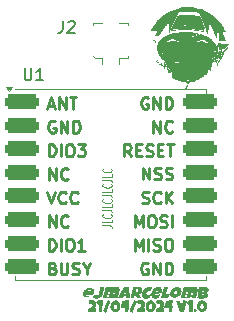
<source format=gto>
G04 #@! TF.GenerationSoftware,KiCad,Pcbnew,8.0.1*
G04 #@! TF.CreationDate,2024-04-21T16:22:43+01:00*
G04 #@! TF.ProjectId,lora_adapter,6c6f7261-5f61-4646-9170-7465722e6b69,rev?*
G04 #@! TF.SameCoordinates,Original*
G04 #@! TF.FileFunction,Legend,Top*
G04 #@! TF.FilePolarity,Positive*
%FSLAX46Y46*%
G04 Gerber Fmt 4.6, Leading zero omitted, Abs format (unit mm)*
G04 Created by KiCad (PCBNEW 8.0.1) date 2024-04-21 16:22:43*
%MOMM*%
%LPD*%
G01*
G04 APERTURE LIST*
G04 Aperture macros list*
%AMRoundRect*
0 Rectangle with rounded corners*
0 $1 Rounding radius*
0 $2 $3 $4 $5 $6 $7 $8 $9 X,Y pos of 4 corners*
0 Add a 4 corners polygon primitive as box body*
4,1,4,$2,$3,$4,$5,$6,$7,$8,$9,$2,$3,0*
0 Add four circle primitives for the rounded corners*
1,1,$1+$1,$2,$3*
1,1,$1+$1,$4,$5*
1,1,$1+$1,$6,$7*
1,1,$1+$1,$8,$9*
0 Add four rect primitives between the rounded corners*
20,1,$1+$1,$2,$3,$4,$5,0*
20,1,$1+$1,$4,$5,$6,$7,0*
20,1,$1+$1,$6,$7,$8,$9,0*
20,1,$1+$1,$8,$9,$2,$3,0*%
G04 Aperture macros list end*
%ADD10C,0.050000*%
%ADD11C,0.250000*%
%ADD12C,0.125000*%
%ADD13C,0.200000*%
%ADD14C,0.120000*%
%ADD15C,0.000000*%
%ADD16R,1.000000X1.000000*%
%ADD17R,1.050000X2.200000*%
%ADD18RoundRect,0.317500X-1.157500X-0.317500X1.157500X-0.317500X1.157500X0.317500X-1.157500X0.317500X0*%
%ADD19O,1.700000X1.700000*%
%ADD20R,1.700000X1.700000*%
G04 APERTURE END LIST*
D10*
X79261895Y-101025801D02*
X79833323Y-101025801D01*
X79833323Y-101025801D02*
X79947609Y-101049610D01*
X79947609Y-101049610D02*
X80023800Y-101097229D01*
X80023800Y-101097229D02*
X80061895Y-101168658D01*
X80061895Y-101168658D02*
X80061895Y-101216277D01*
X80061895Y-100549611D02*
X80061895Y-100787706D01*
X80061895Y-100787706D02*
X79261895Y-100787706D01*
X79985704Y-100097230D02*
X80023800Y-100121039D01*
X80023800Y-100121039D02*
X80061895Y-100192468D01*
X80061895Y-100192468D02*
X80061895Y-100240087D01*
X80061895Y-100240087D02*
X80023800Y-100311515D01*
X80023800Y-100311515D02*
X79947609Y-100359134D01*
X79947609Y-100359134D02*
X79871419Y-100382944D01*
X79871419Y-100382944D02*
X79719038Y-100406753D01*
X79719038Y-100406753D02*
X79604752Y-100406753D01*
X79604752Y-100406753D02*
X79452371Y-100382944D01*
X79452371Y-100382944D02*
X79376180Y-100359134D01*
X79376180Y-100359134D02*
X79299990Y-100311515D01*
X79299990Y-100311515D02*
X79261895Y-100240087D01*
X79261895Y-100240087D02*
X79261895Y-100192468D01*
X79261895Y-100192468D02*
X79299990Y-100121039D01*
X79299990Y-100121039D02*
X79338085Y-100097230D01*
X79261895Y-99740087D02*
X79833323Y-99740087D01*
X79833323Y-99740087D02*
X79947609Y-99763896D01*
X79947609Y-99763896D02*
X80023800Y-99811515D01*
X80023800Y-99811515D02*
X80061895Y-99882944D01*
X80061895Y-99882944D02*
X80061895Y-99930563D01*
X80061895Y-99263897D02*
X80061895Y-99501992D01*
X80061895Y-99501992D02*
X79261895Y-99501992D01*
X79985704Y-98811516D02*
X80023800Y-98835325D01*
X80023800Y-98835325D02*
X80061895Y-98906754D01*
X80061895Y-98906754D02*
X80061895Y-98954373D01*
X80061895Y-98954373D02*
X80023800Y-99025801D01*
X80023800Y-99025801D02*
X79947609Y-99073420D01*
X79947609Y-99073420D02*
X79871419Y-99097230D01*
X79871419Y-99097230D02*
X79719038Y-99121039D01*
X79719038Y-99121039D02*
X79604752Y-99121039D01*
X79604752Y-99121039D02*
X79452371Y-99097230D01*
X79452371Y-99097230D02*
X79376180Y-99073420D01*
X79376180Y-99073420D02*
X79299990Y-99025801D01*
X79299990Y-99025801D02*
X79261895Y-98954373D01*
X79261895Y-98954373D02*
X79261895Y-98906754D01*
X79261895Y-98906754D02*
X79299990Y-98835325D01*
X79299990Y-98835325D02*
X79338085Y-98811516D01*
X79261895Y-98454373D02*
X79833323Y-98454373D01*
X79833323Y-98454373D02*
X79947609Y-98478182D01*
X79947609Y-98478182D02*
X80023800Y-98525801D01*
X80023800Y-98525801D02*
X80061895Y-98597230D01*
X80061895Y-98597230D02*
X80061895Y-98644849D01*
X80061895Y-97978183D02*
X80061895Y-98216278D01*
X80061895Y-98216278D02*
X79261895Y-98216278D01*
X79985704Y-97525802D02*
X80023800Y-97549611D01*
X80023800Y-97549611D02*
X80061895Y-97621040D01*
X80061895Y-97621040D02*
X80061895Y-97668659D01*
X80061895Y-97668659D02*
X80023800Y-97740087D01*
X80023800Y-97740087D02*
X79947609Y-97787706D01*
X79947609Y-97787706D02*
X79871419Y-97811516D01*
X79871419Y-97811516D02*
X79719038Y-97835325D01*
X79719038Y-97835325D02*
X79604752Y-97835325D01*
X79604752Y-97835325D02*
X79452371Y-97811516D01*
X79452371Y-97811516D02*
X79376180Y-97787706D01*
X79376180Y-97787706D02*
X79299990Y-97740087D01*
X79299990Y-97740087D02*
X79261895Y-97668659D01*
X79261895Y-97668659D02*
X79261895Y-97621040D01*
X79261895Y-97621040D02*
X79299990Y-97549611D01*
X79299990Y-97549611D02*
X79338085Y-97525802D01*
X79261895Y-97168659D02*
X79833323Y-97168659D01*
X79833323Y-97168659D02*
X79947609Y-97192468D01*
X79947609Y-97192468D02*
X80023800Y-97240087D01*
X80023800Y-97240087D02*
X80061895Y-97311516D01*
X80061895Y-97311516D02*
X80061895Y-97359135D01*
X80061895Y-96692469D02*
X80061895Y-96930564D01*
X80061895Y-96930564D02*
X79261895Y-96930564D01*
X79985704Y-96240088D02*
X80023800Y-96263897D01*
X80023800Y-96263897D02*
X80061895Y-96335326D01*
X80061895Y-96335326D02*
X80061895Y-96382945D01*
X80061895Y-96382945D02*
X80023800Y-96454373D01*
X80023800Y-96454373D02*
X79947609Y-96501992D01*
X79947609Y-96501992D02*
X79871419Y-96525802D01*
X79871419Y-96525802D02*
X79719038Y-96549611D01*
X79719038Y-96549611D02*
X79604752Y-96549611D01*
X79604752Y-96549611D02*
X79452371Y-96525802D01*
X79452371Y-96525802D02*
X79376180Y-96501992D01*
X79376180Y-96501992D02*
X79299990Y-96454373D01*
X79299990Y-96454373D02*
X79261895Y-96382945D01*
X79261895Y-96382945D02*
X79261895Y-96335326D01*
X79261895Y-96335326D02*
X79299990Y-96263897D01*
X79299990Y-96263897D02*
X79338085Y-96240088D01*
D11*
X74580111Y-98177669D02*
X74913444Y-99177669D01*
X74913444Y-99177669D02*
X75246777Y-98177669D01*
X76151539Y-99082430D02*
X76103920Y-99130050D01*
X76103920Y-99130050D02*
X75961063Y-99177669D01*
X75961063Y-99177669D02*
X75865825Y-99177669D01*
X75865825Y-99177669D02*
X75722968Y-99130050D01*
X75722968Y-99130050D02*
X75627730Y-99034811D01*
X75627730Y-99034811D02*
X75580111Y-98939573D01*
X75580111Y-98939573D02*
X75532492Y-98749097D01*
X75532492Y-98749097D02*
X75532492Y-98606240D01*
X75532492Y-98606240D02*
X75580111Y-98415764D01*
X75580111Y-98415764D02*
X75627730Y-98320526D01*
X75627730Y-98320526D02*
X75722968Y-98225288D01*
X75722968Y-98225288D02*
X75865825Y-98177669D01*
X75865825Y-98177669D02*
X75961063Y-98177669D01*
X75961063Y-98177669D02*
X76103920Y-98225288D01*
X76103920Y-98225288D02*
X76151539Y-98272907D01*
X77151539Y-99082430D02*
X77103920Y-99130050D01*
X77103920Y-99130050D02*
X76961063Y-99177669D01*
X76961063Y-99177669D02*
X76865825Y-99177669D01*
X76865825Y-99177669D02*
X76722968Y-99130050D01*
X76722968Y-99130050D02*
X76627730Y-99034811D01*
X76627730Y-99034811D02*
X76580111Y-98939573D01*
X76580111Y-98939573D02*
X76532492Y-98749097D01*
X76532492Y-98749097D02*
X76532492Y-98606240D01*
X76532492Y-98606240D02*
X76580111Y-98415764D01*
X76580111Y-98415764D02*
X76627730Y-98320526D01*
X76627730Y-98320526D02*
X76722968Y-98225288D01*
X76722968Y-98225288D02*
X76865825Y-98177669D01*
X76865825Y-98177669D02*
X76961063Y-98177669D01*
X76961063Y-98177669D02*
X77103920Y-98225288D01*
X77103920Y-98225288D02*
X77151539Y-98272907D01*
X74722968Y-97177669D02*
X74722968Y-96177669D01*
X74722968Y-96177669D02*
X75294396Y-97177669D01*
X75294396Y-97177669D02*
X75294396Y-96177669D01*
X76342015Y-97082430D02*
X76294396Y-97130050D01*
X76294396Y-97130050D02*
X76151539Y-97177669D01*
X76151539Y-97177669D02*
X76056301Y-97177669D01*
X76056301Y-97177669D02*
X75913444Y-97130050D01*
X75913444Y-97130050D02*
X75818206Y-97034811D01*
X75818206Y-97034811D02*
X75770587Y-96939573D01*
X75770587Y-96939573D02*
X75722968Y-96749097D01*
X75722968Y-96749097D02*
X75722968Y-96606240D01*
X75722968Y-96606240D02*
X75770587Y-96415764D01*
X75770587Y-96415764D02*
X75818206Y-96320526D01*
X75818206Y-96320526D02*
X75913444Y-96225288D01*
X75913444Y-96225288D02*
X76056301Y-96177669D01*
X76056301Y-96177669D02*
X76151539Y-96177669D01*
X76151539Y-96177669D02*
X76294396Y-96225288D01*
X76294396Y-96225288D02*
X76342015Y-96272907D01*
X81666805Y-95177669D02*
X81333472Y-94701478D01*
X81095377Y-95177669D02*
X81095377Y-94177669D01*
X81095377Y-94177669D02*
X81476329Y-94177669D01*
X81476329Y-94177669D02*
X81571567Y-94225288D01*
X81571567Y-94225288D02*
X81619186Y-94272907D01*
X81619186Y-94272907D02*
X81666805Y-94368145D01*
X81666805Y-94368145D02*
X81666805Y-94511002D01*
X81666805Y-94511002D02*
X81619186Y-94606240D01*
X81619186Y-94606240D02*
X81571567Y-94653859D01*
X81571567Y-94653859D02*
X81476329Y-94701478D01*
X81476329Y-94701478D02*
X81095377Y-94701478D01*
X82095377Y-94653859D02*
X82428710Y-94653859D01*
X82571567Y-95177669D02*
X82095377Y-95177669D01*
X82095377Y-95177669D02*
X82095377Y-94177669D01*
X82095377Y-94177669D02*
X82571567Y-94177669D01*
X82952520Y-95130050D02*
X83095377Y-95177669D01*
X83095377Y-95177669D02*
X83333472Y-95177669D01*
X83333472Y-95177669D02*
X83428710Y-95130050D01*
X83428710Y-95130050D02*
X83476329Y-95082430D01*
X83476329Y-95082430D02*
X83523948Y-94987192D01*
X83523948Y-94987192D02*
X83523948Y-94891954D01*
X83523948Y-94891954D02*
X83476329Y-94796716D01*
X83476329Y-94796716D02*
X83428710Y-94749097D01*
X83428710Y-94749097D02*
X83333472Y-94701478D01*
X83333472Y-94701478D02*
X83142996Y-94653859D01*
X83142996Y-94653859D02*
X83047758Y-94606240D01*
X83047758Y-94606240D02*
X83000139Y-94558621D01*
X83000139Y-94558621D02*
X82952520Y-94463383D01*
X82952520Y-94463383D02*
X82952520Y-94368145D01*
X82952520Y-94368145D02*
X83000139Y-94272907D01*
X83000139Y-94272907D02*
X83047758Y-94225288D01*
X83047758Y-94225288D02*
X83142996Y-94177669D01*
X83142996Y-94177669D02*
X83381091Y-94177669D01*
X83381091Y-94177669D02*
X83523948Y-94225288D01*
X83952520Y-94653859D02*
X84285853Y-94653859D01*
X84428710Y-95177669D02*
X83952520Y-95177669D01*
X83952520Y-95177669D02*
X83952520Y-94177669D01*
X83952520Y-94177669D02*
X84428710Y-94177669D01*
X84714425Y-94177669D02*
X85285853Y-94177669D01*
X85000139Y-95177669D02*
X85000139Y-94177669D01*
X75246777Y-92225288D02*
X75151539Y-92177669D01*
X75151539Y-92177669D02*
X75008682Y-92177669D01*
X75008682Y-92177669D02*
X74865825Y-92225288D01*
X74865825Y-92225288D02*
X74770587Y-92320526D01*
X74770587Y-92320526D02*
X74722968Y-92415764D01*
X74722968Y-92415764D02*
X74675349Y-92606240D01*
X74675349Y-92606240D02*
X74675349Y-92749097D01*
X74675349Y-92749097D02*
X74722968Y-92939573D01*
X74722968Y-92939573D02*
X74770587Y-93034811D01*
X74770587Y-93034811D02*
X74865825Y-93130050D01*
X74865825Y-93130050D02*
X75008682Y-93177669D01*
X75008682Y-93177669D02*
X75103920Y-93177669D01*
X75103920Y-93177669D02*
X75246777Y-93130050D01*
X75246777Y-93130050D02*
X75294396Y-93082430D01*
X75294396Y-93082430D02*
X75294396Y-92749097D01*
X75294396Y-92749097D02*
X75103920Y-92749097D01*
X75722968Y-93177669D02*
X75722968Y-92177669D01*
X75722968Y-92177669D02*
X76294396Y-93177669D01*
X76294396Y-93177669D02*
X76294396Y-92177669D01*
X76770587Y-93177669D02*
X76770587Y-92177669D01*
X76770587Y-92177669D02*
X77008682Y-92177669D01*
X77008682Y-92177669D02*
X77151539Y-92225288D01*
X77151539Y-92225288D02*
X77246777Y-92320526D01*
X77246777Y-92320526D02*
X77294396Y-92415764D01*
X77294396Y-92415764D02*
X77342015Y-92606240D01*
X77342015Y-92606240D02*
X77342015Y-92749097D01*
X77342015Y-92749097D02*
X77294396Y-92939573D01*
X77294396Y-92939573D02*
X77246777Y-93034811D01*
X77246777Y-93034811D02*
X77151539Y-93130050D01*
X77151539Y-93130050D02*
X77008682Y-93177669D01*
X77008682Y-93177669D02*
X76770587Y-93177669D01*
X82619187Y-99130050D02*
X82762044Y-99177669D01*
X82762044Y-99177669D02*
X83000139Y-99177669D01*
X83000139Y-99177669D02*
X83095377Y-99130050D01*
X83095377Y-99130050D02*
X83142996Y-99082430D01*
X83142996Y-99082430D02*
X83190615Y-98987192D01*
X83190615Y-98987192D02*
X83190615Y-98891954D01*
X83190615Y-98891954D02*
X83142996Y-98796716D01*
X83142996Y-98796716D02*
X83095377Y-98749097D01*
X83095377Y-98749097D02*
X83000139Y-98701478D01*
X83000139Y-98701478D02*
X82809663Y-98653859D01*
X82809663Y-98653859D02*
X82714425Y-98606240D01*
X82714425Y-98606240D02*
X82666806Y-98558621D01*
X82666806Y-98558621D02*
X82619187Y-98463383D01*
X82619187Y-98463383D02*
X82619187Y-98368145D01*
X82619187Y-98368145D02*
X82666806Y-98272907D01*
X82666806Y-98272907D02*
X82714425Y-98225288D01*
X82714425Y-98225288D02*
X82809663Y-98177669D01*
X82809663Y-98177669D02*
X83047758Y-98177669D01*
X83047758Y-98177669D02*
X83190615Y-98225288D01*
X84190615Y-99082430D02*
X84142996Y-99130050D01*
X84142996Y-99130050D02*
X84000139Y-99177669D01*
X84000139Y-99177669D02*
X83904901Y-99177669D01*
X83904901Y-99177669D02*
X83762044Y-99130050D01*
X83762044Y-99130050D02*
X83666806Y-99034811D01*
X83666806Y-99034811D02*
X83619187Y-98939573D01*
X83619187Y-98939573D02*
X83571568Y-98749097D01*
X83571568Y-98749097D02*
X83571568Y-98606240D01*
X83571568Y-98606240D02*
X83619187Y-98415764D01*
X83619187Y-98415764D02*
X83666806Y-98320526D01*
X83666806Y-98320526D02*
X83762044Y-98225288D01*
X83762044Y-98225288D02*
X83904901Y-98177669D01*
X83904901Y-98177669D02*
X84000139Y-98177669D01*
X84000139Y-98177669D02*
X84142996Y-98225288D01*
X84142996Y-98225288D02*
X84190615Y-98272907D01*
X84619187Y-99177669D02*
X84619187Y-98177669D01*
X85190615Y-99177669D02*
X84762044Y-98606240D01*
X85190615Y-98177669D02*
X84619187Y-98749097D01*
X74722968Y-101177669D02*
X74722968Y-100177669D01*
X74722968Y-100177669D02*
X75294396Y-101177669D01*
X75294396Y-101177669D02*
X75294396Y-100177669D01*
X76342015Y-101082430D02*
X76294396Y-101130050D01*
X76294396Y-101130050D02*
X76151539Y-101177669D01*
X76151539Y-101177669D02*
X76056301Y-101177669D01*
X76056301Y-101177669D02*
X75913444Y-101130050D01*
X75913444Y-101130050D02*
X75818206Y-101034811D01*
X75818206Y-101034811D02*
X75770587Y-100939573D01*
X75770587Y-100939573D02*
X75722968Y-100749097D01*
X75722968Y-100749097D02*
X75722968Y-100606240D01*
X75722968Y-100606240D02*
X75770587Y-100415764D01*
X75770587Y-100415764D02*
X75818206Y-100320526D01*
X75818206Y-100320526D02*
X75913444Y-100225288D01*
X75913444Y-100225288D02*
X76056301Y-100177669D01*
X76056301Y-100177669D02*
X76151539Y-100177669D01*
X76151539Y-100177669D02*
X76294396Y-100225288D01*
X76294396Y-100225288D02*
X76342015Y-100272907D01*
X82000140Y-101177669D02*
X82000140Y-100177669D01*
X82000140Y-100177669D02*
X82333473Y-100891954D01*
X82333473Y-100891954D02*
X82666806Y-100177669D01*
X82666806Y-100177669D02*
X82666806Y-101177669D01*
X83333473Y-100177669D02*
X83523949Y-100177669D01*
X83523949Y-100177669D02*
X83619187Y-100225288D01*
X83619187Y-100225288D02*
X83714425Y-100320526D01*
X83714425Y-100320526D02*
X83762044Y-100511002D01*
X83762044Y-100511002D02*
X83762044Y-100844335D01*
X83762044Y-100844335D02*
X83714425Y-101034811D01*
X83714425Y-101034811D02*
X83619187Y-101130050D01*
X83619187Y-101130050D02*
X83523949Y-101177669D01*
X83523949Y-101177669D02*
X83333473Y-101177669D01*
X83333473Y-101177669D02*
X83238235Y-101130050D01*
X83238235Y-101130050D02*
X83142997Y-101034811D01*
X83142997Y-101034811D02*
X83095378Y-100844335D01*
X83095378Y-100844335D02*
X83095378Y-100511002D01*
X83095378Y-100511002D02*
X83142997Y-100320526D01*
X83142997Y-100320526D02*
X83238235Y-100225288D01*
X83238235Y-100225288D02*
X83333473Y-100177669D01*
X84142997Y-101130050D02*
X84285854Y-101177669D01*
X84285854Y-101177669D02*
X84523949Y-101177669D01*
X84523949Y-101177669D02*
X84619187Y-101130050D01*
X84619187Y-101130050D02*
X84666806Y-101082430D01*
X84666806Y-101082430D02*
X84714425Y-100987192D01*
X84714425Y-100987192D02*
X84714425Y-100891954D01*
X84714425Y-100891954D02*
X84666806Y-100796716D01*
X84666806Y-100796716D02*
X84619187Y-100749097D01*
X84619187Y-100749097D02*
X84523949Y-100701478D01*
X84523949Y-100701478D02*
X84333473Y-100653859D01*
X84333473Y-100653859D02*
X84238235Y-100606240D01*
X84238235Y-100606240D02*
X84190616Y-100558621D01*
X84190616Y-100558621D02*
X84142997Y-100463383D01*
X84142997Y-100463383D02*
X84142997Y-100368145D01*
X84142997Y-100368145D02*
X84190616Y-100272907D01*
X84190616Y-100272907D02*
X84238235Y-100225288D01*
X84238235Y-100225288D02*
X84333473Y-100177669D01*
X84333473Y-100177669D02*
X84571568Y-100177669D01*
X84571568Y-100177669D02*
X84714425Y-100225288D01*
X85142997Y-101177669D02*
X85142997Y-100177669D01*
X74722968Y-95177669D02*
X74722968Y-94177669D01*
X74722968Y-94177669D02*
X74961063Y-94177669D01*
X74961063Y-94177669D02*
X75103920Y-94225288D01*
X75103920Y-94225288D02*
X75199158Y-94320526D01*
X75199158Y-94320526D02*
X75246777Y-94415764D01*
X75246777Y-94415764D02*
X75294396Y-94606240D01*
X75294396Y-94606240D02*
X75294396Y-94749097D01*
X75294396Y-94749097D02*
X75246777Y-94939573D01*
X75246777Y-94939573D02*
X75199158Y-95034811D01*
X75199158Y-95034811D02*
X75103920Y-95130050D01*
X75103920Y-95130050D02*
X74961063Y-95177669D01*
X74961063Y-95177669D02*
X74722968Y-95177669D01*
X75722968Y-95177669D02*
X75722968Y-94177669D01*
X76389634Y-94177669D02*
X76580110Y-94177669D01*
X76580110Y-94177669D02*
X76675348Y-94225288D01*
X76675348Y-94225288D02*
X76770586Y-94320526D01*
X76770586Y-94320526D02*
X76818205Y-94511002D01*
X76818205Y-94511002D02*
X76818205Y-94844335D01*
X76818205Y-94844335D02*
X76770586Y-95034811D01*
X76770586Y-95034811D02*
X76675348Y-95130050D01*
X76675348Y-95130050D02*
X76580110Y-95177669D01*
X76580110Y-95177669D02*
X76389634Y-95177669D01*
X76389634Y-95177669D02*
X76294396Y-95130050D01*
X76294396Y-95130050D02*
X76199158Y-95034811D01*
X76199158Y-95034811D02*
X76151539Y-94844335D01*
X76151539Y-94844335D02*
X76151539Y-94511002D01*
X76151539Y-94511002D02*
X76199158Y-94320526D01*
X76199158Y-94320526D02*
X76294396Y-94225288D01*
X76294396Y-94225288D02*
X76389634Y-94177669D01*
X77151539Y-94177669D02*
X77770586Y-94177669D01*
X77770586Y-94177669D02*
X77437253Y-94558621D01*
X77437253Y-94558621D02*
X77580110Y-94558621D01*
X77580110Y-94558621D02*
X77675348Y-94606240D01*
X77675348Y-94606240D02*
X77722967Y-94653859D01*
X77722967Y-94653859D02*
X77770586Y-94749097D01*
X77770586Y-94749097D02*
X77770586Y-94987192D01*
X77770586Y-94987192D02*
X77722967Y-95082430D01*
X77722967Y-95082430D02*
X77675348Y-95130050D01*
X77675348Y-95130050D02*
X77580110Y-95177669D01*
X77580110Y-95177669D02*
X77294396Y-95177669D01*
X77294396Y-95177669D02*
X77199158Y-95130050D01*
X77199158Y-95130050D02*
X77151539Y-95082430D01*
X83095377Y-90225288D02*
X83000139Y-90177669D01*
X83000139Y-90177669D02*
X82857282Y-90177669D01*
X82857282Y-90177669D02*
X82714425Y-90225288D01*
X82714425Y-90225288D02*
X82619187Y-90320526D01*
X82619187Y-90320526D02*
X82571568Y-90415764D01*
X82571568Y-90415764D02*
X82523949Y-90606240D01*
X82523949Y-90606240D02*
X82523949Y-90749097D01*
X82523949Y-90749097D02*
X82571568Y-90939573D01*
X82571568Y-90939573D02*
X82619187Y-91034811D01*
X82619187Y-91034811D02*
X82714425Y-91130050D01*
X82714425Y-91130050D02*
X82857282Y-91177669D01*
X82857282Y-91177669D02*
X82952520Y-91177669D01*
X82952520Y-91177669D02*
X83095377Y-91130050D01*
X83095377Y-91130050D02*
X83142996Y-91082430D01*
X83142996Y-91082430D02*
X83142996Y-90749097D01*
X83142996Y-90749097D02*
X82952520Y-90749097D01*
X83571568Y-91177669D02*
X83571568Y-90177669D01*
X83571568Y-90177669D02*
X84142996Y-91177669D01*
X84142996Y-91177669D02*
X84142996Y-90177669D01*
X84619187Y-91177669D02*
X84619187Y-90177669D01*
X84619187Y-90177669D02*
X84857282Y-90177669D01*
X84857282Y-90177669D02*
X85000139Y-90225288D01*
X85000139Y-90225288D02*
X85095377Y-90320526D01*
X85095377Y-90320526D02*
X85142996Y-90415764D01*
X85142996Y-90415764D02*
X85190615Y-90606240D01*
X85190615Y-90606240D02*
X85190615Y-90749097D01*
X85190615Y-90749097D02*
X85142996Y-90939573D01*
X85142996Y-90939573D02*
X85095377Y-91034811D01*
X85095377Y-91034811D02*
X85000139Y-91130050D01*
X85000139Y-91130050D02*
X84857282Y-91177669D01*
X84857282Y-91177669D02*
X84619187Y-91177669D01*
X74722968Y-103177669D02*
X74722968Y-102177669D01*
X74722968Y-102177669D02*
X74961063Y-102177669D01*
X74961063Y-102177669D02*
X75103920Y-102225288D01*
X75103920Y-102225288D02*
X75199158Y-102320526D01*
X75199158Y-102320526D02*
X75246777Y-102415764D01*
X75246777Y-102415764D02*
X75294396Y-102606240D01*
X75294396Y-102606240D02*
X75294396Y-102749097D01*
X75294396Y-102749097D02*
X75246777Y-102939573D01*
X75246777Y-102939573D02*
X75199158Y-103034811D01*
X75199158Y-103034811D02*
X75103920Y-103130050D01*
X75103920Y-103130050D02*
X74961063Y-103177669D01*
X74961063Y-103177669D02*
X74722968Y-103177669D01*
X75722968Y-103177669D02*
X75722968Y-102177669D01*
X76389634Y-102177669D02*
X76580110Y-102177669D01*
X76580110Y-102177669D02*
X76675348Y-102225288D01*
X76675348Y-102225288D02*
X76770586Y-102320526D01*
X76770586Y-102320526D02*
X76818205Y-102511002D01*
X76818205Y-102511002D02*
X76818205Y-102844335D01*
X76818205Y-102844335D02*
X76770586Y-103034811D01*
X76770586Y-103034811D02*
X76675348Y-103130050D01*
X76675348Y-103130050D02*
X76580110Y-103177669D01*
X76580110Y-103177669D02*
X76389634Y-103177669D01*
X76389634Y-103177669D02*
X76294396Y-103130050D01*
X76294396Y-103130050D02*
X76199158Y-103034811D01*
X76199158Y-103034811D02*
X76151539Y-102844335D01*
X76151539Y-102844335D02*
X76151539Y-102511002D01*
X76151539Y-102511002D02*
X76199158Y-102320526D01*
X76199158Y-102320526D02*
X76294396Y-102225288D01*
X76294396Y-102225288D02*
X76389634Y-102177669D01*
X77770586Y-103177669D02*
X77199158Y-103177669D01*
X77484872Y-103177669D02*
X77484872Y-102177669D01*
X77484872Y-102177669D02*
X77389634Y-102320526D01*
X77389634Y-102320526D02*
X77294396Y-102415764D01*
X77294396Y-102415764D02*
X77199158Y-102463383D01*
X82666806Y-97143019D02*
X82666806Y-96143019D01*
X82666806Y-96143019D02*
X83238234Y-97143019D01*
X83238234Y-97143019D02*
X83238234Y-96143019D01*
X83666806Y-97095400D02*
X83809663Y-97143019D01*
X83809663Y-97143019D02*
X84047758Y-97143019D01*
X84047758Y-97143019D02*
X84142996Y-97095400D01*
X84142996Y-97095400D02*
X84190615Y-97047780D01*
X84190615Y-97047780D02*
X84238234Y-96952542D01*
X84238234Y-96952542D02*
X84238234Y-96857304D01*
X84238234Y-96857304D02*
X84190615Y-96762066D01*
X84190615Y-96762066D02*
X84142996Y-96714447D01*
X84142996Y-96714447D02*
X84047758Y-96666828D01*
X84047758Y-96666828D02*
X83857282Y-96619209D01*
X83857282Y-96619209D02*
X83762044Y-96571590D01*
X83762044Y-96571590D02*
X83714425Y-96523971D01*
X83714425Y-96523971D02*
X83666806Y-96428733D01*
X83666806Y-96428733D02*
X83666806Y-96333495D01*
X83666806Y-96333495D02*
X83714425Y-96238257D01*
X83714425Y-96238257D02*
X83762044Y-96190638D01*
X83762044Y-96190638D02*
X83857282Y-96143019D01*
X83857282Y-96143019D02*
X84095377Y-96143019D01*
X84095377Y-96143019D02*
X84238234Y-96190638D01*
X84619187Y-97095400D02*
X84762044Y-97143019D01*
X84762044Y-97143019D02*
X85000139Y-97143019D01*
X85000139Y-97143019D02*
X85095377Y-97095400D01*
X85095377Y-97095400D02*
X85142996Y-97047780D01*
X85142996Y-97047780D02*
X85190615Y-96952542D01*
X85190615Y-96952542D02*
X85190615Y-96857304D01*
X85190615Y-96857304D02*
X85142996Y-96762066D01*
X85142996Y-96762066D02*
X85095377Y-96714447D01*
X85095377Y-96714447D02*
X85000139Y-96666828D01*
X85000139Y-96666828D02*
X84809663Y-96619209D01*
X84809663Y-96619209D02*
X84714425Y-96571590D01*
X84714425Y-96571590D02*
X84666806Y-96523971D01*
X84666806Y-96523971D02*
X84619187Y-96428733D01*
X84619187Y-96428733D02*
X84619187Y-96333495D01*
X84619187Y-96333495D02*
X84666806Y-96238257D01*
X84666806Y-96238257D02*
X84714425Y-96190638D01*
X84714425Y-96190638D02*
X84809663Y-96143019D01*
X84809663Y-96143019D02*
X85047758Y-96143019D01*
X85047758Y-96143019D02*
X85190615Y-96190638D01*
D12*
G36*
X78746628Y-107717200D02*
G01*
X78742227Y-107767593D01*
X78729025Y-107815732D01*
X78726600Y-107821980D01*
X78705209Y-107867175D01*
X78678128Y-107909793D01*
X78674088Y-107915281D01*
X78641594Y-107954765D01*
X78605022Y-107991244D01*
X78599838Y-107995881D01*
X78560697Y-108028618D01*
X78521127Y-108058135D01*
X78515818Y-108061827D01*
X78732950Y-108061827D01*
X78716342Y-108347591D01*
X78073495Y-108325609D01*
X78073495Y-108075749D01*
X78120416Y-108058270D01*
X78149943Y-108045951D01*
X78194817Y-108024545D01*
X78229077Y-108005651D01*
X78271453Y-107978397D01*
X78302594Y-107954848D01*
X78338985Y-107921429D01*
X78363655Y-107893299D01*
X78391105Y-107851788D01*
X78405421Y-107821003D01*
X78418472Y-107772155D01*
X78421052Y-107736251D01*
X78411771Y-107690333D01*
X78385881Y-107657116D01*
X78347779Y-107637089D01*
X78301618Y-107630494D01*
X78259608Y-107635135D01*
X78217598Y-107647835D01*
X78178763Y-107668107D01*
X78146279Y-107695218D01*
X78085707Y-107425818D01*
X78124212Y-107394817D01*
X78144081Y-107383320D01*
X78188830Y-107363505D01*
X78213446Y-107355477D01*
X78261952Y-107344001D01*
X78287696Y-107340089D01*
X78336753Y-107335782D01*
X78361945Y-107335204D01*
X78411553Y-107338067D01*
X78463641Y-107347827D01*
X78513132Y-107364514D01*
X78559159Y-107387122D01*
X78600858Y-107414983D01*
X78635009Y-107444869D01*
X78668010Y-107482215D01*
X78695816Y-107524063D01*
X78716586Y-107566014D01*
X78733690Y-107615505D01*
X78743694Y-107667593D01*
X78746628Y-107717200D01*
G37*
G36*
X79281520Y-107376481D02*
G01*
X79241708Y-108353209D01*
X78942266Y-108339531D01*
X78958875Y-107689601D01*
X78848966Y-107765072D01*
X78745895Y-107530354D01*
X78969866Y-107362560D01*
X79281520Y-107376481D01*
G37*
G36*
X79955630Y-107429971D02*
G01*
X79935033Y-107475011D01*
X79914732Y-107520188D01*
X79894727Y-107565502D01*
X79875018Y-107610955D01*
X79855606Y-107656544D01*
X79836490Y-107702271D01*
X79817670Y-107748135D01*
X79799147Y-107794137D01*
X79780919Y-107840276D01*
X79762988Y-107886552D01*
X79751199Y-107917479D01*
X79733725Y-107963917D01*
X79716474Y-108010450D01*
X79699447Y-108057077D01*
X79682643Y-108103798D01*
X79666062Y-108150614D01*
X79649704Y-108197525D01*
X79633570Y-108244530D01*
X79617659Y-108291629D01*
X79601971Y-108338823D01*
X79586507Y-108386111D01*
X79576321Y-108417689D01*
X79301548Y-108310710D01*
X79320407Y-108264099D01*
X79339249Y-108217505D01*
X79358074Y-108170928D01*
X79376881Y-108124368D01*
X79395672Y-108077826D01*
X79401932Y-108062315D01*
X79420794Y-108015839D01*
X79439827Y-107969465D01*
X79459033Y-107923194D01*
X79478410Y-107877027D01*
X79497959Y-107830962D01*
X79504514Y-107815630D01*
X79524443Y-107769711D01*
X79544665Y-107723913D01*
X79565178Y-107678235D01*
X79585984Y-107632677D01*
X79607081Y-107587239D01*
X79614179Y-107572120D01*
X79635794Y-107526903D01*
X79657959Y-107481926D01*
X79680674Y-107437189D01*
X79703938Y-107392693D01*
X79727751Y-107348437D01*
X79735812Y-107333739D01*
X79955630Y-107429971D01*
G37*
G36*
X80410852Y-107379787D02*
G01*
X80459682Y-107389703D01*
X80481241Y-107396509D01*
X80529045Y-107416765D01*
X80573297Y-107442912D01*
X80585288Y-107451464D01*
X80624691Y-107484503D01*
X80659981Y-107522497D01*
X80669308Y-107534262D01*
X80699381Y-107577339D01*
X80725060Y-107623220D01*
X80731590Y-107636844D01*
X80750213Y-107682422D01*
X80764805Y-107729854D01*
X80770180Y-107752371D01*
X80778878Y-107801267D01*
X80783285Y-107853653D01*
X80783613Y-107872294D01*
X80781396Y-107921388D01*
X80774745Y-107970241D01*
X80770180Y-107992706D01*
X80757448Y-108040361D01*
X80740686Y-108086485D01*
X80731590Y-108107256D01*
X80709057Y-108150657D01*
X80680553Y-108194602D01*
X80669308Y-108209594D01*
X80635194Y-108248717D01*
X80596966Y-108283164D01*
X80585288Y-108292148D01*
X80542051Y-108319857D01*
X80495262Y-108341863D01*
X80481241Y-108347103D01*
X80433750Y-108359912D01*
X80383357Y-108366191D01*
X80359119Y-108366886D01*
X80306990Y-108363621D01*
X80257762Y-108353826D01*
X80236021Y-108347103D01*
X80188096Y-108326726D01*
X80143911Y-108300647D01*
X80131973Y-108292148D01*
X80092811Y-108259036D01*
X80057388Y-108221249D01*
X80047954Y-108209594D01*
X80017714Y-108166684D01*
X79991961Y-108120876D01*
X79985428Y-108107256D01*
X79966764Y-108061759D01*
X79952051Y-108014569D01*
X79946593Y-107992218D01*
X79938054Y-107943440D01*
X79933868Y-107894743D01*
X79933833Y-107893055D01*
X80209398Y-107893055D01*
X80214070Y-107942102D01*
X80217703Y-107960222D01*
X80232494Y-108006845D01*
X80243348Y-108029587D01*
X80273422Y-108070632D01*
X80287800Y-108083809D01*
X80334145Y-108104417D01*
X80352280Y-108105791D01*
X80400222Y-108094435D01*
X80416028Y-108083809D01*
X80449602Y-108046910D01*
X80459992Y-108029587D01*
X80479564Y-107982948D01*
X80485637Y-107960222D01*
X80493284Y-107910514D01*
X80493941Y-107893055D01*
X80489270Y-107843779D01*
X80485637Y-107825644D01*
X80470846Y-107779021D01*
X80459992Y-107756279D01*
X80430368Y-107715233D01*
X80416028Y-107702057D01*
X80370187Y-107681449D01*
X80352280Y-107680075D01*
X80303763Y-107691431D01*
X80287800Y-107702057D01*
X80253974Y-107738955D01*
X80243348Y-107756279D01*
X80223775Y-107802918D01*
X80217703Y-107825644D01*
X80210055Y-107875478D01*
X80209398Y-107893055D01*
X79933833Y-107893055D01*
X79933404Y-107872294D01*
X79935928Y-107820008D01*
X79942793Y-107771206D01*
X79946593Y-107752371D01*
X79959483Y-107704083D01*
X79976323Y-107657650D01*
X79985428Y-107636844D01*
X80008001Y-107593403D01*
X80036639Y-107549325D01*
X80047954Y-107534262D01*
X80082308Y-107494852D01*
X80120402Y-107460398D01*
X80131973Y-107451464D01*
X80175183Y-107423635D01*
X80222320Y-107401696D01*
X80236509Y-107396509D01*
X80284434Y-107383542D01*
X80334939Y-107377186D01*
X80359119Y-107376481D01*
X80410852Y-107379787D01*
G37*
G36*
X81532218Y-108034472D02*
G01*
X81471645Y-108035937D01*
X81459433Y-108332692D01*
X81148756Y-108360047D01*
X81165365Y-108042776D01*
X80798512Y-108050836D01*
X80900117Y-107447800D01*
X81159747Y-107447800D01*
X81084276Y-107868142D01*
X81174890Y-107865456D01*
X81201024Y-107344730D01*
X81499245Y-107344730D01*
X81478484Y-107854465D01*
X81532218Y-107851778D01*
X81532218Y-108034472D01*
G37*
G36*
X82188010Y-107429971D02*
G01*
X82167412Y-107475011D01*
X82147111Y-107520188D01*
X82127107Y-107565502D01*
X82107398Y-107610955D01*
X82087986Y-107656544D01*
X82068870Y-107702271D01*
X82050050Y-107748135D01*
X82031526Y-107794137D01*
X82013299Y-107840276D01*
X81995368Y-107886552D01*
X81983578Y-107917479D01*
X81966105Y-107963917D01*
X81948854Y-108010450D01*
X81931827Y-108057077D01*
X81915023Y-108103798D01*
X81898442Y-108150614D01*
X81882084Y-108197525D01*
X81865950Y-108244530D01*
X81850039Y-108291629D01*
X81834351Y-108338823D01*
X81818886Y-108386111D01*
X81808701Y-108417689D01*
X81533927Y-108310710D01*
X81552787Y-108264099D01*
X81571629Y-108217505D01*
X81590453Y-108170928D01*
X81609261Y-108124368D01*
X81628051Y-108077826D01*
X81634311Y-108062315D01*
X81653173Y-108015839D01*
X81672207Y-107969465D01*
X81691412Y-107923194D01*
X81710790Y-107877027D01*
X81730339Y-107830962D01*
X81736893Y-107815630D01*
X81756823Y-107769711D01*
X81777044Y-107723913D01*
X81797558Y-107678235D01*
X81818363Y-107632677D01*
X81839461Y-107587239D01*
X81846558Y-107572120D01*
X81868174Y-107526903D01*
X81890339Y-107481926D01*
X81913053Y-107437189D01*
X81936317Y-107392693D01*
X81960131Y-107348437D01*
X81968191Y-107333739D01*
X82188010Y-107429971D01*
G37*
G36*
X82886056Y-107717200D02*
G01*
X82881655Y-107767593D01*
X82868453Y-107815732D01*
X82866028Y-107821980D01*
X82844636Y-107867175D01*
X82817556Y-107909793D01*
X82813516Y-107915281D01*
X82781022Y-107954765D01*
X82744450Y-107991244D01*
X82739266Y-107995881D01*
X82700125Y-108028618D01*
X82660555Y-108058135D01*
X82655246Y-108061827D01*
X82872378Y-108061827D01*
X82855770Y-108347591D01*
X82212922Y-108325609D01*
X82212922Y-108075749D01*
X82259844Y-108058270D01*
X82289370Y-108045951D01*
X82334244Y-108024545D01*
X82368505Y-108005651D01*
X82410880Y-107978397D01*
X82442022Y-107954848D01*
X82478413Y-107921429D01*
X82503083Y-107893299D01*
X82530532Y-107851788D01*
X82544848Y-107821003D01*
X82557900Y-107772155D01*
X82560480Y-107736251D01*
X82551199Y-107690333D01*
X82525309Y-107657116D01*
X82487207Y-107637089D01*
X82441045Y-107630494D01*
X82399036Y-107635135D01*
X82357026Y-107647835D01*
X82318191Y-107668107D01*
X82285707Y-107695218D01*
X82225135Y-107425818D01*
X82263640Y-107394817D01*
X82283509Y-107383320D01*
X82328258Y-107363505D01*
X82352874Y-107355477D01*
X82401380Y-107344001D01*
X82427123Y-107340089D01*
X82476180Y-107335782D01*
X82501373Y-107335204D01*
X82550980Y-107338067D01*
X82603069Y-107347827D01*
X82652560Y-107364514D01*
X82698587Y-107387122D01*
X82740286Y-107414983D01*
X82774437Y-107444869D01*
X82807438Y-107482215D01*
X82835244Y-107524063D01*
X82856014Y-107566014D01*
X82873118Y-107615505D01*
X82883122Y-107667593D01*
X82886056Y-107717200D01*
G37*
G36*
X83403315Y-107379787D02*
G01*
X83452146Y-107389703D01*
X83473704Y-107396509D01*
X83521509Y-107416765D01*
X83565761Y-107442912D01*
X83577751Y-107451464D01*
X83617155Y-107484503D01*
X83652444Y-107522497D01*
X83661771Y-107534262D01*
X83691844Y-107577339D01*
X83717523Y-107623220D01*
X83724053Y-107636844D01*
X83742676Y-107682422D01*
X83757268Y-107729854D01*
X83762643Y-107752371D01*
X83771341Y-107801267D01*
X83775749Y-107853653D01*
X83776077Y-107872294D01*
X83773860Y-107921388D01*
X83767209Y-107970241D01*
X83762643Y-107992706D01*
X83749912Y-108040361D01*
X83733149Y-108086485D01*
X83724053Y-108107256D01*
X83701520Y-108150657D01*
X83673016Y-108194602D01*
X83661771Y-108209594D01*
X83627657Y-108248717D01*
X83589429Y-108283164D01*
X83577751Y-108292148D01*
X83534515Y-108319857D01*
X83487725Y-108341863D01*
X83473704Y-108347103D01*
X83426213Y-108359912D01*
X83375820Y-108366191D01*
X83351583Y-108366886D01*
X83299453Y-108363621D01*
X83250226Y-108353826D01*
X83228484Y-108347103D01*
X83180559Y-108326726D01*
X83136374Y-108300647D01*
X83124437Y-108292148D01*
X83085274Y-108259036D01*
X83049851Y-108221249D01*
X83040417Y-108209594D01*
X83010177Y-108166684D01*
X82984425Y-108120876D01*
X82977891Y-108107256D01*
X82959228Y-108061759D01*
X82944515Y-108014569D01*
X82939056Y-107992218D01*
X82930517Y-107943440D01*
X82926331Y-107894743D01*
X82926296Y-107893055D01*
X83201862Y-107893055D01*
X83206533Y-107942102D01*
X83210166Y-107960222D01*
X83224957Y-108006845D01*
X83235812Y-108029587D01*
X83265885Y-108070632D01*
X83280264Y-108083809D01*
X83326609Y-108104417D01*
X83344744Y-108105791D01*
X83392685Y-108094435D01*
X83408491Y-108083809D01*
X83442065Y-108046910D01*
X83452455Y-108029587D01*
X83472028Y-107982948D01*
X83478100Y-107960222D01*
X83485748Y-107910514D01*
X83486405Y-107893055D01*
X83481734Y-107843779D01*
X83478100Y-107825644D01*
X83463309Y-107779021D01*
X83452455Y-107756279D01*
X83422831Y-107715233D01*
X83408491Y-107702057D01*
X83362650Y-107681449D01*
X83344744Y-107680075D01*
X83296226Y-107691431D01*
X83280264Y-107702057D01*
X83246437Y-107738955D01*
X83235812Y-107756279D01*
X83216239Y-107802918D01*
X83210166Y-107825644D01*
X83202519Y-107875478D01*
X83201862Y-107893055D01*
X82926296Y-107893055D01*
X82925867Y-107872294D01*
X82928392Y-107820008D01*
X82935257Y-107771206D01*
X82939056Y-107752371D01*
X82951946Y-107704083D01*
X82968786Y-107657650D01*
X82977891Y-107636844D01*
X83000464Y-107593403D01*
X83029102Y-107549325D01*
X83040417Y-107534262D01*
X83074772Y-107494852D01*
X83112866Y-107460398D01*
X83124437Y-107451464D01*
X83167647Y-107423635D01*
X83214784Y-107401696D01*
X83228973Y-107396509D01*
X83276898Y-107383542D01*
X83327403Y-107377186D01*
X83351583Y-107376481D01*
X83403315Y-107379787D01*
G37*
G36*
X84483404Y-107717200D02*
G01*
X84479003Y-107767593D01*
X84465801Y-107815732D01*
X84463376Y-107821980D01*
X84441985Y-107867175D01*
X84414904Y-107909793D01*
X84410864Y-107915281D01*
X84378370Y-107954765D01*
X84341798Y-107991244D01*
X84336614Y-107995881D01*
X84297473Y-108028618D01*
X84257903Y-108058135D01*
X84252594Y-108061827D01*
X84469726Y-108061827D01*
X84453118Y-108347591D01*
X83810271Y-108325609D01*
X83810271Y-108075749D01*
X83857192Y-108058270D01*
X83886719Y-108045951D01*
X83931593Y-108024545D01*
X83965853Y-108005651D01*
X84008229Y-107978397D01*
X84039370Y-107954848D01*
X84075761Y-107921429D01*
X84100431Y-107893299D01*
X84127881Y-107851788D01*
X84142197Y-107821003D01*
X84155248Y-107772155D01*
X84157828Y-107736251D01*
X84148547Y-107690333D01*
X84122657Y-107657116D01*
X84084555Y-107637089D01*
X84038393Y-107630494D01*
X83996384Y-107635135D01*
X83954374Y-107647835D01*
X83915539Y-107668107D01*
X83883055Y-107695218D01*
X83822483Y-107425818D01*
X83860988Y-107394817D01*
X83880857Y-107383320D01*
X83925606Y-107363505D01*
X83950222Y-107355477D01*
X83998728Y-107344001D01*
X84024472Y-107340089D01*
X84073529Y-107335782D01*
X84098721Y-107335204D01*
X84148329Y-107338067D01*
X84200417Y-107347827D01*
X84249908Y-107364514D01*
X84295935Y-107387122D01*
X84337634Y-107414983D01*
X84371785Y-107444869D01*
X84404786Y-107482215D01*
X84432592Y-107524063D01*
X84453362Y-107566014D01*
X84470466Y-107615505D01*
X84480470Y-107667593D01*
X84483404Y-107717200D01*
G37*
G36*
X85236893Y-108034472D02*
G01*
X85176321Y-108035937D01*
X85164109Y-108332692D01*
X84853432Y-108360047D01*
X84870040Y-108042776D01*
X84503188Y-108050836D01*
X84604793Y-107447800D01*
X84864423Y-107447800D01*
X84788952Y-107868142D01*
X84879566Y-107865456D01*
X84905700Y-107344730D01*
X85203920Y-107344730D01*
X85183160Y-107854465D01*
X85236893Y-107851778D01*
X85236893Y-108034472D01*
G37*
G36*
X86408770Y-107401150D02*
G01*
X86157444Y-108329761D01*
X85816726Y-108349056D01*
X85507514Y-107451952D01*
X85833334Y-107421666D01*
X85965225Y-107943858D01*
X86092964Y-107380389D01*
X86408770Y-107401150D01*
G37*
G36*
X86932183Y-107376481D02*
G01*
X86892371Y-108353209D01*
X86592929Y-108339531D01*
X86609538Y-107689601D01*
X86499629Y-107765072D01*
X86396558Y-107530354D01*
X86620529Y-107362560D01*
X86932183Y-107376481D01*
G37*
G36*
X87261178Y-108222783D02*
G01*
X87252202Y-108272364D01*
X87249454Y-108278959D01*
X87221786Y-108320911D01*
X87218191Y-108324632D01*
X87177360Y-108353428D01*
X87172518Y-108355651D01*
X87124165Y-108366711D01*
X87116830Y-108366886D01*
X87067249Y-108358284D01*
X87060654Y-108355651D01*
X87018502Y-108328225D01*
X87014737Y-108324632D01*
X86986142Y-108283801D01*
X86983962Y-108278959D01*
X86972903Y-108230232D01*
X86972727Y-108222783D01*
X86981329Y-108173121D01*
X86983962Y-108166363D01*
X87009982Y-108124956D01*
X87014737Y-108119957D01*
X87055810Y-108090960D01*
X87060654Y-108088694D01*
X87109381Y-108077153D01*
X87116830Y-108076970D01*
X87165931Y-108085946D01*
X87172518Y-108088694D01*
X87214470Y-108116362D01*
X87218191Y-108119957D01*
X87247187Y-108161390D01*
X87249454Y-108166363D01*
X87260995Y-108215437D01*
X87261178Y-108222783D01*
G37*
G36*
X87750838Y-107379787D02*
G01*
X87799668Y-107389703D01*
X87821227Y-107396509D01*
X87869032Y-107416765D01*
X87913283Y-107442912D01*
X87925274Y-107451464D01*
X87964677Y-107484503D01*
X87999967Y-107522497D01*
X88009294Y-107534262D01*
X88039367Y-107577339D01*
X88065046Y-107623220D01*
X88071576Y-107636844D01*
X88090199Y-107682422D01*
X88104791Y-107729854D01*
X88110166Y-107752371D01*
X88118864Y-107801267D01*
X88123271Y-107853653D01*
X88123599Y-107872294D01*
X88121382Y-107921388D01*
X88114731Y-107970241D01*
X88110166Y-107992706D01*
X88097434Y-108040361D01*
X88080672Y-108086485D01*
X88071576Y-108107256D01*
X88049043Y-108150657D01*
X88020539Y-108194602D01*
X88009294Y-108209594D01*
X87975180Y-108248717D01*
X87936952Y-108283164D01*
X87925274Y-108292148D01*
X87882037Y-108319857D01*
X87835248Y-108341863D01*
X87821227Y-108347103D01*
X87773736Y-108359912D01*
X87723343Y-108366191D01*
X87699105Y-108366886D01*
X87646976Y-108363621D01*
X87597748Y-108353826D01*
X87576007Y-108347103D01*
X87528082Y-108326726D01*
X87483897Y-108300647D01*
X87471959Y-108292148D01*
X87432797Y-108259036D01*
X87397374Y-108221249D01*
X87387940Y-108209594D01*
X87357700Y-108166684D01*
X87331947Y-108120876D01*
X87325414Y-108107256D01*
X87306750Y-108061759D01*
X87292037Y-108014569D01*
X87286579Y-107992218D01*
X87278040Y-107943440D01*
X87273854Y-107894743D01*
X87273819Y-107893055D01*
X87549384Y-107893055D01*
X87554056Y-107942102D01*
X87557689Y-107960222D01*
X87572480Y-108006845D01*
X87583334Y-108029587D01*
X87613408Y-108070632D01*
X87627786Y-108083809D01*
X87674131Y-108104417D01*
X87692266Y-108105791D01*
X87740208Y-108094435D01*
X87756014Y-108083809D01*
X87789588Y-108046910D01*
X87799978Y-108029587D01*
X87819550Y-107982948D01*
X87825623Y-107960222D01*
X87833270Y-107910514D01*
X87833927Y-107893055D01*
X87829256Y-107843779D01*
X87825623Y-107825644D01*
X87810832Y-107779021D01*
X87799978Y-107756279D01*
X87770354Y-107715233D01*
X87756014Y-107702057D01*
X87710173Y-107681449D01*
X87692266Y-107680075D01*
X87643749Y-107691431D01*
X87627786Y-107702057D01*
X87593960Y-107738955D01*
X87583334Y-107756279D01*
X87563761Y-107802918D01*
X87557689Y-107825644D01*
X87550041Y-107875478D01*
X87549384Y-107893055D01*
X87273819Y-107893055D01*
X87273390Y-107872294D01*
X87275914Y-107820008D01*
X87282780Y-107771206D01*
X87286579Y-107752371D01*
X87299469Y-107704083D01*
X87316309Y-107657650D01*
X87325414Y-107636844D01*
X87347987Y-107593403D01*
X87376625Y-107549325D01*
X87387940Y-107534262D01*
X87422294Y-107494852D01*
X87460388Y-107460398D01*
X87471959Y-107451464D01*
X87515169Y-107423635D01*
X87562306Y-107401696D01*
X87576495Y-107396509D01*
X87624420Y-107383542D01*
X87674925Y-107377186D01*
X87699105Y-107376481D01*
X87750838Y-107379787D01*
G37*
D11*
X74675349Y-90891954D02*
X75151539Y-90891954D01*
X74580111Y-91177669D02*
X74913444Y-90177669D01*
X74913444Y-90177669D02*
X75246777Y-91177669D01*
X75580111Y-91177669D02*
X75580111Y-90177669D01*
X75580111Y-90177669D02*
X76151539Y-91177669D01*
X76151539Y-91177669D02*
X76151539Y-90177669D01*
X76484873Y-90177669D02*
X77056301Y-90177669D01*
X76770587Y-91177669D02*
X76770587Y-90177669D01*
X83095377Y-104225288D02*
X83000139Y-104177669D01*
X83000139Y-104177669D02*
X82857282Y-104177669D01*
X82857282Y-104177669D02*
X82714425Y-104225288D01*
X82714425Y-104225288D02*
X82619187Y-104320526D01*
X82619187Y-104320526D02*
X82571568Y-104415764D01*
X82571568Y-104415764D02*
X82523949Y-104606240D01*
X82523949Y-104606240D02*
X82523949Y-104749097D01*
X82523949Y-104749097D02*
X82571568Y-104939573D01*
X82571568Y-104939573D02*
X82619187Y-105034811D01*
X82619187Y-105034811D02*
X82714425Y-105130050D01*
X82714425Y-105130050D02*
X82857282Y-105177669D01*
X82857282Y-105177669D02*
X82952520Y-105177669D01*
X82952520Y-105177669D02*
X83095377Y-105130050D01*
X83095377Y-105130050D02*
X83142996Y-105082430D01*
X83142996Y-105082430D02*
X83142996Y-104749097D01*
X83142996Y-104749097D02*
X82952520Y-104749097D01*
X83571568Y-105177669D02*
X83571568Y-104177669D01*
X83571568Y-104177669D02*
X84142996Y-105177669D01*
X84142996Y-105177669D02*
X84142996Y-104177669D01*
X84619187Y-105177669D02*
X84619187Y-104177669D01*
X84619187Y-104177669D02*
X84857282Y-104177669D01*
X84857282Y-104177669D02*
X85000139Y-104225288D01*
X85000139Y-104225288D02*
X85095377Y-104320526D01*
X85095377Y-104320526D02*
X85142996Y-104415764D01*
X85142996Y-104415764D02*
X85190615Y-104606240D01*
X85190615Y-104606240D02*
X85190615Y-104749097D01*
X85190615Y-104749097D02*
X85142996Y-104939573D01*
X85142996Y-104939573D02*
X85095377Y-105034811D01*
X85095377Y-105034811D02*
X85000139Y-105130050D01*
X85000139Y-105130050D02*
X84857282Y-105177669D01*
X84857282Y-105177669D02*
X84619187Y-105177669D01*
X75056301Y-104653859D02*
X75199158Y-104701478D01*
X75199158Y-104701478D02*
X75246777Y-104749097D01*
X75246777Y-104749097D02*
X75294396Y-104844335D01*
X75294396Y-104844335D02*
X75294396Y-104987192D01*
X75294396Y-104987192D02*
X75246777Y-105082430D01*
X75246777Y-105082430D02*
X75199158Y-105130050D01*
X75199158Y-105130050D02*
X75103920Y-105177669D01*
X75103920Y-105177669D02*
X74722968Y-105177669D01*
X74722968Y-105177669D02*
X74722968Y-104177669D01*
X74722968Y-104177669D02*
X75056301Y-104177669D01*
X75056301Y-104177669D02*
X75151539Y-104225288D01*
X75151539Y-104225288D02*
X75199158Y-104272907D01*
X75199158Y-104272907D02*
X75246777Y-104368145D01*
X75246777Y-104368145D02*
X75246777Y-104463383D01*
X75246777Y-104463383D02*
X75199158Y-104558621D01*
X75199158Y-104558621D02*
X75151539Y-104606240D01*
X75151539Y-104606240D02*
X75056301Y-104653859D01*
X75056301Y-104653859D02*
X74722968Y-104653859D01*
X75722968Y-104177669D02*
X75722968Y-104987192D01*
X75722968Y-104987192D02*
X75770587Y-105082430D01*
X75770587Y-105082430D02*
X75818206Y-105130050D01*
X75818206Y-105130050D02*
X75913444Y-105177669D01*
X75913444Y-105177669D02*
X76103920Y-105177669D01*
X76103920Y-105177669D02*
X76199158Y-105130050D01*
X76199158Y-105130050D02*
X76246777Y-105082430D01*
X76246777Y-105082430D02*
X76294396Y-104987192D01*
X76294396Y-104987192D02*
X76294396Y-104177669D01*
X76722968Y-105130050D02*
X76865825Y-105177669D01*
X76865825Y-105177669D02*
X77103920Y-105177669D01*
X77103920Y-105177669D02*
X77199158Y-105130050D01*
X77199158Y-105130050D02*
X77246777Y-105082430D01*
X77246777Y-105082430D02*
X77294396Y-104987192D01*
X77294396Y-104987192D02*
X77294396Y-104891954D01*
X77294396Y-104891954D02*
X77246777Y-104796716D01*
X77246777Y-104796716D02*
X77199158Y-104749097D01*
X77199158Y-104749097D02*
X77103920Y-104701478D01*
X77103920Y-104701478D02*
X76913444Y-104653859D01*
X76913444Y-104653859D02*
X76818206Y-104606240D01*
X76818206Y-104606240D02*
X76770587Y-104558621D01*
X76770587Y-104558621D02*
X76722968Y-104463383D01*
X76722968Y-104463383D02*
X76722968Y-104368145D01*
X76722968Y-104368145D02*
X76770587Y-104272907D01*
X76770587Y-104272907D02*
X76818206Y-104225288D01*
X76818206Y-104225288D02*
X76913444Y-104177669D01*
X76913444Y-104177669D02*
X77151539Y-104177669D01*
X77151539Y-104177669D02*
X77294396Y-104225288D01*
X77913444Y-104701478D02*
X77913444Y-105177669D01*
X77580111Y-104177669D02*
X77913444Y-104701478D01*
X77913444Y-104701478D02*
X78246777Y-104177669D01*
X82000140Y-103177669D02*
X82000140Y-102177669D01*
X82000140Y-102177669D02*
X82333473Y-102891954D01*
X82333473Y-102891954D02*
X82666806Y-102177669D01*
X82666806Y-102177669D02*
X82666806Y-103177669D01*
X83142997Y-103177669D02*
X83142997Y-102177669D01*
X83571568Y-103130050D02*
X83714425Y-103177669D01*
X83714425Y-103177669D02*
X83952520Y-103177669D01*
X83952520Y-103177669D02*
X84047758Y-103130050D01*
X84047758Y-103130050D02*
X84095377Y-103082430D01*
X84095377Y-103082430D02*
X84142996Y-102987192D01*
X84142996Y-102987192D02*
X84142996Y-102891954D01*
X84142996Y-102891954D02*
X84095377Y-102796716D01*
X84095377Y-102796716D02*
X84047758Y-102749097D01*
X84047758Y-102749097D02*
X83952520Y-102701478D01*
X83952520Y-102701478D02*
X83762044Y-102653859D01*
X83762044Y-102653859D02*
X83666806Y-102606240D01*
X83666806Y-102606240D02*
X83619187Y-102558621D01*
X83619187Y-102558621D02*
X83571568Y-102463383D01*
X83571568Y-102463383D02*
X83571568Y-102368145D01*
X83571568Y-102368145D02*
X83619187Y-102272907D01*
X83619187Y-102272907D02*
X83666806Y-102225288D01*
X83666806Y-102225288D02*
X83762044Y-102177669D01*
X83762044Y-102177669D02*
X84000139Y-102177669D01*
X84000139Y-102177669D02*
X84142996Y-102225288D01*
X84762044Y-102177669D02*
X84952520Y-102177669D01*
X84952520Y-102177669D02*
X85047758Y-102225288D01*
X85047758Y-102225288D02*
X85142996Y-102320526D01*
X85142996Y-102320526D02*
X85190615Y-102511002D01*
X85190615Y-102511002D02*
X85190615Y-102844335D01*
X85190615Y-102844335D02*
X85142996Y-103034811D01*
X85142996Y-103034811D02*
X85047758Y-103130050D01*
X85047758Y-103130050D02*
X84952520Y-103177669D01*
X84952520Y-103177669D02*
X84762044Y-103177669D01*
X84762044Y-103177669D02*
X84666806Y-103130050D01*
X84666806Y-103130050D02*
X84571568Y-103034811D01*
X84571568Y-103034811D02*
X84523949Y-102844335D01*
X84523949Y-102844335D02*
X84523949Y-102511002D01*
X84523949Y-102511002D02*
X84571568Y-102320526D01*
X84571568Y-102320526D02*
X84666806Y-102225288D01*
X84666806Y-102225288D02*
X84762044Y-102177669D01*
D12*
G36*
X78270466Y-106329062D02*
G01*
X78325659Y-106336943D01*
X78380370Y-106352113D01*
X78389642Y-106355603D01*
X78440811Y-106380138D01*
X78483894Y-106410512D01*
X78508124Y-106434005D01*
X78539787Y-106477034D01*
X78561428Y-106525948D01*
X78568037Y-106550509D01*
X78574750Y-106602006D01*
X78572871Y-106651504D01*
X78565619Y-106693635D01*
X78550333Y-106748287D01*
X78530805Y-106796838D01*
X78503291Y-106844855D01*
X78470237Y-106884903D01*
X78461108Y-106893670D01*
X78416167Y-106926589D01*
X78364765Y-106948959D01*
X78306903Y-106960781D01*
X78271966Y-106962791D01*
X78217719Y-106961111D01*
X78197008Y-106957906D01*
X78146230Y-106941297D01*
X78116676Y-106919560D01*
X78106467Y-106898310D01*
X78062515Y-106928020D01*
X78059182Y-106929085D01*
X78008941Y-106936901D01*
X77955037Y-106931087D01*
X77941237Y-106927375D01*
X77894504Y-106901042D01*
X77890727Y-106897333D01*
X77865867Y-106853442D01*
X77863861Y-106845798D01*
X77862177Y-106795053D01*
X77866279Y-106772037D01*
X77868271Y-106766419D01*
X78030165Y-106766419D01*
X78031777Y-106809895D01*
X78063749Y-106826992D01*
X78108079Y-106809895D01*
X78133871Y-106766419D01*
X78125811Y-106731248D01*
X78088198Y-106719769D01*
X78039101Y-106743869D01*
X78030165Y-106766419D01*
X77868271Y-106766419D01*
X77883012Y-106724843D01*
X77895563Y-106703649D01*
X77930775Y-106665181D01*
X77944729Y-106654800D01*
X77991729Y-106630849D01*
X78008941Y-106625247D01*
X78063547Y-106615859D01*
X78082556Y-106615233D01*
X78135483Y-106628666D01*
X78167440Y-106668460D01*
X78169335Y-106674340D01*
X78185455Y-106604242D01*
X78342357Y-106603021D01*
X78281369Y-106851660D01*
X78300982Y-106848973D01*
X78324356Y-106833830D01*
X78345312Y-106801590D01*
X78362312Y-106754422D01*
X78365731Y-106740285D01*
X78373481Y-106690270D01*
X78370863Y-106638713D01*
X78370298Y-106635994D01*
X78350694Y-106588156D01*
X78331073Y-106565407D01*
X78286134Y-106536728D01*
X78251816Y-106525107D01*
X78198082Y-106515399D01*
X78144013Y-106512213D01*
X78135752Y-106512163D01*
X78078279Y-106516829D01*
X78024177Y-106529638D01*
X78000343Y-106538296D01*
X77953121Y-106562393D01*
X77946341Y-106566629D01*
X77905746Y-106598709D01*
X77895026Y-106609615D01*
X77863013Y-106651654D01*
X77851770Y-106670920D01*
X77832055Y-106717399D01*
X77821948Y-106753963D01*
X77813251Y-106805107D01*
X77812814Y-106853858D01*
X77823315Y-106902034D01*
X77832695Y-106922735D01*
X77866959Y-106962485D01*
X77872995Y-106966698D01*
X77921151Y-106989497D01*
X77926460Y-106991123D01*
X77979278Y-107000305D01*
X78034466Y-107000394D01*
X78084436Y-106994542D01*
X78054614Y-107124968D01*
X78000360Y-107133058D01*
X77942576Y-107136686D01*
X77888235Y-107134518D01*
X77853920Y-107129853D01*
X77801021Y-107116782D01*
X77749802Y-107095131D01*
X77705884Y-107065861D01*
X77669935Y-107029318D01*
X77642622Y-106985849D01*
X77625284Y-106940320D01*
X77615975Y-106889296D01*
X77615224Y-106839133D01*
X77621699Y-106784951D01*
X77626896Y-106759581D01*
X77639809Y-106710991D01*
X77657587Y-106660744D01*
X77678809Y-106615173D01*
X77694869Y-106587389D01*
X77724181Y-106544952D01*
X77758970Y-106503561D01*
X77796425Y-106467710D01*
X77839697Y-106434474D01*
X77884481Y-106406940D01*
X77915176Y-106391751D01*
X77965066Y-106371345D01*
X78017108Y-106354328D01*
X78035270Y-106349497D01*
X78090750Y-106337651D01*
X78141125Y-106330934D01*
X78195099Y-106327273D01*
X78216352Y-106326782D01*
X78270466Y-106329062D01*
G37*
G36*
X79329708Y-106655045D02*
G01*
X79318637Y-106703019D01*
X79311170Y-106735645D01*
X79298073Y-106785695D01*
X79288602Y-106816001D01*
X79271315Y-106863508D01*
X79250585Y-106909587D01*
X79226412Y-106954235D01*
X79211495Y-106978422D01*
X79182373Y-107019956D01*
X79146575Y-107062660D01*
X79107156Y-107101739D01*
X79094625Y-107112756D01*
X79050720Y-107146444D01*
X79003299Y-107175457D01*
X78952362Y-107199796D01*
X78941753Y-107204103D01*
X78887028Y-107221877D01*
X78829312Y-107233068D01*
X78774810Y-107237512D01*
X78756104Y-107237808D01*
X78701280Y-107234806D01*
X78675773Y-107231458D01*
X78622747Y-107220814D01*
X78595710Y-107213139D01*
X78544430Y-107193357D01*
X78522632Y-107182609D01*
X78479244Y-107153248D01*
X78465138Y-107140111D01*
X78575828Y-106855812D01*
X78613710Y-106891227D01*
X78658041Y-106919315D01*
X78709557Y-106937634D01*
X78764565Y-106943716D01*
X78768463Y-106943740D01*
X78823825Y-106937557D01*
X78839660Y-106932749D01*
X78887293Y-106907157D01*
X78893124Y-106902463D01*
X78928622Y-106863834D01*
X78932887Y-106857522D01*
X78956408Y-106813355D01*
X78960828Y-106802567D01*
X78976748Y-106755877D01*
X78980441Y-106742484D01*
X78992635Y-106694464D01*
X78995755Y-106681179D01*
X79007493Y-106626651D01*
X79017719Y-106572246D01*
X79026434Y-106517963D01*
X79033637Y-106463802D01*
X79040270Y-106409687D01*
X79047272Y-106355542D01*
X79054644Y-106301366D01*
X79062385Y-106247159D01*
X79405741Y-106226398D01*
X79398617Y-106280006D01*
X79390813Y-106333606D01*
X79382329Y-106387198D01*
X79373165Y-106440783D01*
X79363321Y-106494360D01*
X79352797Y-106547929D01*
X79341593Y-106601491D01*
X79329708Y-106655045D01*
G37*
G36*
X80669820Y-106755428D02*
G01*
X80658251Y-106804491D01*
X80645841Y-106853492D01*
X80632593Y-106902432D01*
X80618505Y-106951311D01*
X80603845Y-107000083D01*
X80588884Y-107048947D01*
X80573620Y-107097903D01*
X80558055Y-107146950D01*
X80174667Y-107163558D01*
X80193802Y-107111199D01*
X80212655Y-107058839D01*
X80231224Y-107006480D01*
X80249511Y-106954120D01*
X80259834Y-106924200D01*
X80277162Y-106871722D01*
X80293179Y-106819221D01*
X80307885Y-106766696D01*
X80321279Y-106714148D01*
X80328344Y-106684109D01*
X80333717Y-106657731D01*
X80341240Y-106614745D01*
X80347419Y-106564919D01*
X80349031Y-106517536D01*
X80343389Y-106482121D01*
X80327538Y-106468199D01*
X80282671Y-106486517D01*
X80252603Y-106527089D01*
X80250968Y-106530236D01*
X80232273Y-106577079D01*
X80230818Y-106582016D01*
X80219265Y-106625003D01*
X80209341Y-106673638D01*
X80207713Y-106682644D01*
X80197760Y-106732322D01*
X80195623Y-106741751D01*
X80183062Y-106794950D01*
X80169831Y-106848057D01*
X80155927Y-106901073D01*
X80141352Y-106953998D01*
X80126407Y-107006922D01*
X80111127Y-107059938D01*
X80095510Y-107113046D01*
X80079558Y-107166245D01*
X79726261Y-107178701D01*
X79745358Y-107126365D01*
X79764095Y-107074076D01*
X79782472Y-107021833D01*
X79800489Y-106969637D01*
X79810623Y-106939832D01*
X79827637Y-106887639D01*
X79843417Y-106835353D01*
X79857963Y-106782973D01*
X79871274Y-106730500D01*
X79878327Y-106700474D01*
X79883969Y-106673119D01*
X79891491Y-106628422D01*
X79897535Y-106578564D01*
X79897671Y-106576887D01*
X79899551Y-106527794D01*
X79894447Y-106490913D01*
X79878058Y-106476503D01*
X79843669Y-106489936D01*
X79815459Y-106524619D01*
X79793514Y-106570144D01*
X79792891Y-106571758D01*
X79776377Y-106619199D01*
X79775427Y-106622316D01*
X79762800Y-106667989D01*
X79754471Y-106699008D01*
X79623362Y-107200683D01*
X79250989Y-107200683D01*
X79267823Y-107149796D01*
X79284709Y-107098862D01*
X79301646Y-107047882D01*
X79318634Y-106996855D01*
X79328365Y-106967675D01*
X79345254Y-106916622D01*
X79361835Y-106865614D01*
X79378107Y-106814654D01*
X79394071Y-106763740D01*
X79403055Y-106734668D01*
X79418533Y-106683686D01*
X79433704Y-106632680D01*
X79448565Y-106581651D01*
X79463118Y-106530599D01*
X79471296Y-106501416D01*
X79485353Y-106450243D01*
X79498845Y-106399094D01*
X79511771Y-106347969D01*
X79524131Y-106296866D01*
X79530940Y-106267675D01*
X79885849Y-106253998D01*
X79866237Y-106333621D01*
X79905731Y-106299667D01*
X79911910Y-106294786D01*
X79955413Y-106264770D01*
X79963763Y-106259860D01*
X80012073Y-106237420D01*
X80019108Y-106234947D01*
X80072270Y-106225215D01*
X80075797Y-106225177D01*
X80130691Y-106228829D01*
X80139471Y-106230306D01*
X80187563Y-106247892D01*
X80220877Y-106281842D01*
X80237891Y-106328244D01*
X80239415Y-106336308D01*
X80281234Y-106303666D01*
X80297447Y-106291855D01*
X80343185Y-106263144D01*
X80356285Y-106256440D01*
X80406957Y-106236744D01*
X80419154Y-106233481D01*
X80473412Y-106225575D01*
X80489544Y-106225177D01*
X80543306Y-106229450D01*
X80597056Y-106246440D01*
X80605609Y-106251067D01*
X80647080Y-106283140D01*
X80673850Y-106319455D01*
X80693328Y-106365067D01*
X80703537Y-106413485D01*
X80703941Y-106416908D01*
X80707577Y-106465788D01*
X80707203Y-106516257D01*
X80706359Y-106530969D01*
X80701731Y-106582380D01*
X80694428Y-106633605D01*
X80691851Y-106648206D01*
X80682345Y-106697460D01*
X80671931Y-106746186D01*
X80669820Y-106755428D01*
G37*
G36*
X81598871Y-107162093D02*
G01*
X81222468Y-107206056D01*
X81213602Y-107050718D01*
X81045148Y-107050718D01*
X80972608Y-107206056D01*
X80603459Y-107171618D01*
X80785578Y-106840669D01*
X81124136Y-106840669D01*
X81235096Y-106840669D01*
X81233215Y-106601555D01*
X81124136Y-106840669D01*
X80785578Y-106840669D01*
X81106941Y-106256684D01*
X81522032Y-106237389D01*
X81598871Y-107162093D01*
G37*
G36*
X82334521Y-106216755D02*
G01*
X82388710Y-106224461D01*
X82435769Y-106235924D01*
X82487932Y-106255101D01*
X82537110Y-106282775D01*
X82560431Y-106300648D01*
X82596899Y-106339321D01*
X82623790Y-106385088D01*
X82632971Y-106408604D01*
X82643638Y-106459986D01*
X82643127Y-106512397D01*
X82635389Y-106559057D01*
X82622091Y-106607057D01*
X82604132Y-106653524D01*
X82602880Y-106656266D01*
X82578951Y-106700459D01*
X82553177Y-106736133D01*
X82516274Y-106775374D01*
X82482517Y-106803544D01*
X82438053Y-106833830D01*
X82390267Y-106860893D01*
X82386872Y-106862651D01*
X82495951Y-107153788D01*
X82149907Y-107214361D01*
X82102891Y-106921758D01*
X82010738Y-106924444D01*
X81931750Y-107210209D01*
X81613916Y-107210209D01*
X81626316Y-107161313D01*
X81638663Y-107112478D01*
X81650958Y-107063702D01*
X81663200Y-107014986D01*
X81675390Y-106966329D01*
X81687527Y-106917733D01*
X81692367Y-106898310D01*
X81704567Y-106849737D01*
X81716820Y-106801105D01*
X81729125Y-106752412D01*
X81739505Y-106711465D01*
X82068232Y-106711465D01*
X82085964Y-106711465D01*
X82141376Y-106706074D01*
X82152057Y-106703893D01*
X82203258Y-106687143D01*
X82216537Y-106680690D01*
X82258798Y-106650518D01*
X82268927Y-106640146D01*
X82294915Y-106595555D01*
X82299018Y-106581039D01*
X82302843Y-106531294D01*
X82302510Y-106528283D01*
X82286928Y-106486517D01*
X82251732Y-106459162D01*
X82197937Y-106449158D01*
X82195849Y-106449148D01*
X82166833Y-106450858D01*
X82138355Y-106455987D01*
X82068232Y-106711465D01*
X81739505Y-106711465D01*
X81741483Y-106703660D01*
X81753893Y-106654849D01*
X81766356Y-106605978D01*
X81771355Y-106586412D01*
X81783587Y-106537225D01*
X81795766Y-106488276D01*
X81807893Y-106439566D01*
X81810312Y-106429853D01*
X81822691Y-106381190D01*
X81835646Y-106332289D01*
X81849180Y-106283150D01*
X81851955Y-106273293D01*
X81903696Y-106257919D01*
X81957455Y-106244478D01*
X81960766Y-106243740D01*
X82013492Y-106233359D01*
X82065814Y-106225666D01*
X82121345Y-106219831D01*
X82170595Y-106216629D01*
X82227075Y-106214723D01*
X82277793Y-106214186D01*
X82334521Y-106216755D01*
G37*
G36*
X83460466Y-106282818D02*
G01*
X83367238Y-106572735D01*
X83326938Y-106565163D01*
X83285295Y-106563209D01*
X83230161Y-106566725D01*
X83182395Y-106575666D01*
X83131004Y-106592363D01*
X83089436Y-106613279D01*
X83045553Y-106646106D01*
X83016359Y-106677515D01*
X82989048Y-106722706D01*
X82973641Y-106769106D01*
X82968391Y-106819406D01*
X82970417Y-106836273D01*
X82992125Y-106881238D01*
X82994328Y-106883656D01*
X83040567Y-106911613D01*
X83042419Y-106912232D01*
X83097347Y-106921423D01*
X83111736Y-106921758D01*
X83165243Y-106917250D01*
X83168962Y-106916629D01*
X83222238Y-106904661D01*
X83229949Y-106902463D01*
X83280940Y-106885474D01*
X83290131Y-106881946D01*
X83338705Y-106860308D01*
X83345207Y-106857033D01*
X83259503Y-107179922D01*
X83209430Y-107198790D01*
X83191798Y-107204347D01*
X83139986Y-107218281D01*
X83119258Y-107222909D01*
X83064349Y-107232572D01*
X83046181Y-107234877D01*
X82992552Y-107238831D01*
X82978477Y-107239029D01*
X82921663Y-107236151D01*
X82863522Y-107226200D01*
X82810628Y-107209141D01*
X82795783Y-107202637D01*
X82745958Y-107174500D01*
X82703244Y-107140130D01*
X82670584Y-107103474D01*
X82641885Y-107057785D01*
X82622407Y-107012142D01*
X82609225Y-106962588D01*
X82608253Y-106957417D01*
X82602418Y-106904418D01*
X82603268Y-106854843D01*
X82609899Y-106803491D01*
X82614701Y-106780097D01*
X82627464Y-106731561D01*
X82643183Y-106684474D01*
X82664769Y-106632435D01*
X82690217Y-106582289D01*
X82697182Y-106570048D01*
X82727189Y-106522833D01*
X82760520Y-106478884D01*
X82797177Y-106438203D01*
X82837158Y-106400788D01*
X82880346Y-106366823D01*
X82926624Y-106336735D01*
X82975992Y-106310525D01*
X83028449Y-106288192D01*
X83083794Y-106270240D01*
X83141558Y-106257417D01*
X83201739Y-106249724D01*
X83256381Y-106247199D01*
X83264339Y-106247159D01*
X83318500Y-106249296D01*
X83366163Y-106254731D01*
X83420994Y-106267344D01*
X83460466Y-106282818D01*
G37*
G36*
X84053671Y-106229624D02*
G01*
X84108865Y-106241210D01*
X84115207Y-106243251D01*
X84164627Y-106264880D01*
X84201181Y-106290146D01*
X84237045Y-106327300D01*
X84258944Y-106361220D01*
X84278636Y-106407161D01*
X84289841Y-106451590D01*
X84296020Y-106502087D01*
X84296445Y-106551980D01*
X84296289Y-106555393D01*
X84291779Y-106606831D01*
X84283522Y-106655518D01*
X84281244Y-106666036D01*
X84268647Y-106714655D01*
X84253125Y-106763275D01*
X84244974Y-106785715D01*
X84188880Y-106789471D01*
X84132736Y-106794116D01*
X84076540Y-106799649D01*
X84020292Y-106806071D01*
X83988128Y-106810139D01*
X83931838Y-106817488D01*
X83875574Y-106824791D01*
X83819336Y-106832048D01*
X83763123Y-106839257D01*
X83731013Y-106843356D01*
X83746513Y-106890384D01*
X83772657Y-106922490D01*
X83821450Y-106946962D01*
X83864004Y-106951800D01*
X83919422Y-106944497D01*
X83930902Y-106941541D01*
X83982874Y-106925012D01*
X84006666Y-106915896D01*
X84055934Y-106894648D01*
X84080818Y-106882679D01*
X84127573Y-106858590D01*
X84143149Y-106850195D01*
X84036219Y-107162093D01*
X83988634Y-107187532D01*
X83965828Y-107197264D01*
X83914214Y-107214538D01*
X83890333Y-107220711D01*
X83835630Y-107230953D01*
X83814300Y-107233656D01*
X83758837Y-107237549D01*
X83740954Y-107237808D01*
X83684283Y-107234744D01*
X83629303Y-107224593D01*
X83611188Y-107219246D01*
X83561600Y-107198623D01*
X83515994Y-107169528D01*
X83513393Y-107167466D01*
X83475712Y-107131074D01*
X83445420Y-107088820D01*
X83422449Y-107041376D01*
X83407502Y-106993237D01*
X83406732Y-106989902D01*
X83398290Y-106938185D01*
X83395631Y-106887495D01*
X83395717Y-106876329D01*
X83398718Y-106827507D01*
X83405976Y-106778283D01*
X83410762Y-106755428D01*
X83423583Y-106707584D01*
X83438129Y-106664814D01*
X83767283Y-106664814D01*
X83990277Y-106645519D01*
X83993770Y-106630376D01*
X83998337Y-106591053D01*
X83992426Y-106554417D01*
X83972276Y-106527061D01*
X83934126Y-106516315D01*
X83881751Y-106529409D01*
X83878512Y-106531213D01*
X83836667Y-106562843D01*
X83831226Y-106568338D01*
X83798852Y-106608627D01*
X83793613Y-106616698D01*
X83769204Y-106660656D01*
X83767283Y-106664814D01*
X83438129Y-106664814D01*
X83439879Y-106659670D01*
X83452674Y-106627689D01*
X83474688Y-106580417D01*
X83500027Y-106534587D01*
X83518766Y-106504835D01*
X83549734Y-106461707D01*
X83583801Y-106420984D01*
X83608232Y-106395170D01*
X83647349Y-106359072D01*
X83689336Y-106326614D01*
X83718923Y-106306999D01*
X83765621Y-106280941D01*
X83815039Y-106259554D01*
X83849496Y-106247892D01*
X83903498Y-106234794D01*
X83959918Y-106227742D01*
X83998874Y-106226398D01*
X84053671Y-106229624D01*
G37*
G36*
X84948613Y-106857033D02*
G01*
X84847863Y-107162093D01*
X84215152Y-107207522D01*
X84463131Y-106226398D01*
X84847325Y-106226398D01*
X84648512Y-106857033D01*
X84948613Y-106857033D01*
G37*
G36*
X85626665Y-106257917D02*
G01*
X85680780Y-106265278D01*
X85736072Y-106279212D01*
X85756764Y-106286482D01*
X85808799Y-106310785D01*
X85853343Y-106341380D01*
X85887336Y-106374654D01*
X85917322Y-106416832D01*
X85939308Y-106464783D01*
X85952353Y-106513384D01*
X85958482Y-106566077D01*
X85957538Y-106616683D01*
X85950473Y-106670302D01*
X85945368Y-106695100D01*
X85931360Y-106745177D01*
X85912474Y-106793803D01*
X85902112Y-106815756D01*
X85876716Y-106861619D01*
X85847239Y-106905144D01*
X85832259Y-106924444D01*
X85797349Y-106964311D01*
X85758981Y-107001355D01*
X85740106Y-107017501D01*
X85697126Y-107049857D01*
X85651575Y-107078263D01*
X85629684Y-107090041D01*
X85580814Y-107112432D01*
X85529815Y-107130388D01*
X85505560Y-107137180D01*
X85451983Y-107147933D01*
X85397341Y-107153205D01*
X85371764Y-107153788D01*
X85315182Y-107150796D01*
X85258896Y-107140950D01*
X85248177Y-107138157D01*
X85197585Y-107120536D01*
X85148696Y-107095708D01*
X85145814Y-107093949D01*
X85103164Y-107062442D01*
X85066558Y-107025072D01*
X85036870Y-106982574D01*
X85014436Y-106935680D01*
X85000304Y-106888099D01*
X84992665Y-106837405D01*
X84992137Y-106830411D01*
X84992423Y-106780155D01*
X84995589Y-106756527D01*
X85319982Y-106756527D01*
X85320448Y-106763733D01*
X85332995Y-106811557D01*
X85335225Y-106816001D01*
X85370420Y-106853614D01*
X85422007Y-106867898D01*
X85428452Y-106868024D01*
X85481934Y-106859640D01*
X85493470Y-106855324D01*
X85538984Y-106828881D01*
X85548278Y-106821130D01*
X85582604Y-106781614D01*
X85589115Y-106771304D01*
X85609495Y-106725992D01*
X85613027Y-106712930D01*
X85617376Y-106662521D01*
X85616788Y-106655533D01*
X85602001Y-106607546D01*
X85601205Y-106606196D01*
X85565204Y-106571025D01*
X85512436Y-106557644D01*
X85508246Y-106557592D01*
X85454683Y-106565331D01*
X85443229Y-106569315D01*
X85396659Y-106595185D01*
X85388958Y-106601311D01*
X85353510Y-106640389D01*
X85348121Y-106648694D01*
X85327438Y-106694846D01*
X85324478Y-106706091D01*
X85319982Y-106756527D01*
X84995589Y-106756527D01*
X84999395Y-106728123D01*
X85002615Y-106712930D01*
X85016186Y-106664714D01*
X85034636Y-106617303D01*
X85044796Y-106595694D01*
X85069974Y-106550147D01*
X85099232Y-106506777D01*
X85114112Y-106487494D01*
X85149151Y-106447587D01*
X85187472Y-106410422D01*
X85206265Y-106394193D01*
X85248937Y-106361440D01*
X85294004Y-106332637D01*
X85315612Y-106320676D01*
X85364042Y-106297771D01*
X85414157Y-106279461D01*
X85437856Y-106272560D01*
X85490253Y-106261491D01*
X85547672Y-106255881D01*
X85568428Y-106255463D01*
X85626665Y-106257917D01*
G37*
G36*
X87277957Y-106755428D02*
G01*
X87266387Y-106804491D01*
X87253978Y-106853492D01*
X87240730Y-106902432D01*
X87226641Y-106951311D01*
X87211982Y-107000083D01*
X87197021Y-107048947D01*
X87181757Y-107097903D01*
X87166191Y-107146950D01*
X86782803Y-107163558D01*
X86801939Y-107111199D01*
X86820791Y-107058839D01*
X86839361Y-107006480D01*
X86857648Y-106954120D01*
X86867971Y-106924200D01*
X86885299Y-106871722D01*
X86901316Y-106819221D01*
X86916022Y-106766696D01*
X86929416Y-106714148D01*
X86936481Y-106684109D01*
X86941854Y-106657731D01*
X86949377Y-106614745D01*
X86955556Y-106564919D01*
X86957168Y-106517536D01*
X86951526Y-106482121D01*
X86935675Y-106468199D01*
X86890807Y-106486517D01*
X86860740Y-106527089D01*
X86859105Y-106530236D01*
X86840410Y-106577079D01*
X86838955Y-106582016D01*
X86827402Y-106625003D01*
X86817477Y-106673638D01*
X86815849Y-106682644D01*
X86805896Y-106732322D01*
X86803759Y-106741751D01*
X86791199Y-106794950D01*
X86777967Y-106848057D01*
X86764064Y-106901073D01*
X86749489Y-106953998D01*
X86734544Y-107006922D01*
X86719264Y-107059938D01*
X86703647Y-107113046D01*
X86687695Y-107166245D01*
X86334398Y-107178701D01*
X86353495Y-107126365D01*
X86372232Y-107074076D01*
X86390609Y-107021833D01*
X86408626Y-106969637D01*
X86418759Y-106939832D01*
X86435774Y-106887639D01*
X86451554Y-106835353D01*
X86466099Y-106782973D01*
X86479411Y-106730500D01*
X86486463Y-106700474D01*
X86492105Y-106673119D01*
X86499628Y-106628422D01*
X86505671Y-106578564D01*
X86505807Y-106576887D01*
X86507688Y-106527794D01*
X86502583Y-106490913D01*
X86486195Y-106476503D01*
X86451805Y-106489936D01*
X86423595Y-106524619D01*
X86401651Y-106570144D01*
X86401027Y-106571758D01*
X86384514Y-106619199D01*
X86383564Y-106622316D01*
X86370937Y-106667989D01*
X86362608Y-106699008D01*
X86231498Y-107200683D01*
X85859126Y-107200683D01*
X85875960Y-107149796D01*
X85892846Y-107098862D01*
X85909783Y-107047882D01*
X85926771Y-106996855D01*
X85936502Y-106967675D01*
X85953391Y-106916622D01*
X85969972Y-106865614D01*
X85986244Y-106814654D01*
X86002208Y-106763740D01*
X86011191Y-106734668D01*
X86026670Y-106683686D01*
X86041840Y-106632680D01*
X86056702Y-106581651D01*
X86071255Y-106530599D01*
X86079433Y-106501416D01*
X86093490Y-106450243D01*
X86106982Y-106399094D01*
X86119908Y-106347969D01*
X86132268Y-106296866D01*
X86139077Y-106267675D01*
X86493986Y-106253998D01*
X86474373Y-106333621D01*
X86513867Y-106299667D01*
X86520047Y-106294786D01*
X86563550Y-106264770D01*
X86571900Y-106259860D01*
X86620209Y-106237420D01*
X86627245Y-106234947D01*
X86680406Y-106225215D01*
X86683934Y-106225177D01*
X86738828Y-106228829D01*
X86747608Y-106230306D01*
X86795699Y-106247892D01*
X86829014Y-106281842D01*
X86846028Y-106328244D01*
X86847552Y-106336308D01*
X86889371Y-106303666D01*
X86905584Y-106291855D01*
X86951322Y-106263144D01*
X86964422Y-106256440D01*
X87015093Y-106236744D01*
X87027290Y-106233481D01*
X87081549Y-106225575D01*
X87097681Y-106225177D01*
X87151442Y-106229450D01*
X87205193Y-106246440D01*
X87213745Y-106251067D01*
X87255217Y-106283140D01*
X87281987Y-106319455D01*
X87301465Y-106365067D01*
X87311674Y-106413485D01*
X87312078Y-106416908D01*
X87315714Y-106465788D01*
X87315339Y-106516257D01*
X87314496Y-106530969D01*
X87309867Y-106582380D01*
X87302565Y-106633605D01*
X87299988Y-106648206D01*
X87290481Y-106697460D01*
X87280068Y-106746186D01*
X87277957Y-106755428D01*
G37*
G36*
X87920374Y-106221352D02*
G01*
X87969237Y-106225910D01*
X88022948Y-106234741D01*
X88067570Y-106246426D01*
X88119414Y-106266638D01*
X88151394Y-106284040D01*
X88193268Y-106316936D01*
X88213456Y-106340704D01*
X88237741Y-106386919D01*
X88245964Y-106418862D01*
X88248462Y-106470212D01*
X88240591Y-106521932D01*
X88224563Y-106570263D01*
X88212381Y-106593984D01*
X88182821Y-106635277D01*
X88164290Y-106654556D01*
X88121691Y-106687583D01*
X88099810Y-106700230D01*
X88050012Y-106720706D01*
X88021896Y-106728073D01*
X88074244Y-106746811D01*
X88101422Y-106762267D01*
X88140541Y-106796182D01*
X88156230Y-106817222D01*
X88176665Y-106863113D01*
X88182290Y-106890006D01*
X88183532Y-106940133D01*
X88177723Y-106976712D01*
X88161442Y-107026630D01*
X88134835Y-107072303D01*
X88132856Y-107074898D01*
X88097795Y-107113061D01*
X88056554Y-107144996D01*
X88009940Y-107171191D01*
X87958759Y-107192135D01*
X87904959Y-107208255D01*
X87849949Y-107220467D01*
X87794805Y-107229015D01*
X87740064Y-107234144D01*
X87684601Y-107237003D01*
X87639314Y-107237808D01*
X87583811Y-107236689D01*
X87544743Y-107234633D01*
X87490763Y-107229670D01*
X87449366Y-107223886D01*
X87394481Y-107213087D01*
X87358020Y-107203614D01*
X87307746Y-107186207D01*
X87276076Y-107171618D01*
X87321844Y-106969874D01*
X87654628Y-106969874D01*
X87675584Y-106973537D01*
X87696003Y-106975247D01*
X87730930Y-106972316D01*
X87768543Y-106959860D01*
X87801052Y-106934703D01*
X87821470Y-106892937D01*
X87820664Y-106850439D01*
X87800246Y-106824549D01*
X87769080Y-106812093D01*
X87735766Y-106808918D01*
X87693585Y-106813070D01*
X87654628Y-106969874D01*
X87321844Y-106969874D01*
X87388281Y-106677026D01*
X87724750Y-106677026D01*
X87767200Y-106674340D01*
X87818515Y-106662372D01*
X87864457Y-106635017D01*
X87890433Y-106590983D01*
X87891861Y-106585191D01*
X87890787Y-106551241D01*
X87874398Y-106528283D01*
X87849412Y-106515093D01*
X87823351Y-106510941D01*
X87793529Y-106515093D01*
X87763707Y-106524619D01*
X87724750Y-106677026D01*
X87388281Y-106677026D01*
X87476770Y-106286971D01*
X87528909Y-106270115D01*
X87571341Y-106258394D01*
X87624093Y-106246072D01*
X87671017Y-106237145D01*
X87724228Y-106229234D01*
X87770424Y-106224200D01*
X87824545Y-106220448D01*
X87864994Y-106219560D01*
X87920374Y-106221352D01*
G37*
D11*
X83571568Y-93177669D02*
X83571568Y-92177669D01*
X83571568Y-92177669D02*
X84142996Y-93177669D01*
X84142996Y-93177669D02*
X84142996Y-92177669D01*
X85190615Y-93082430D02*
X85142996Y-93130050D01*
X85142996Y-93130050D02*
X85000139Y-93177669D01*
X85000139Y-93177669D02*
X84904901Y-93177669D01*
X84904901Y-93177669D02*
X84762044Y-93130050D01*
X84762044Y-93130050D02*
X84666806Y-93034811D01*
X84666806Y-93034811D02*
X84619187Y-92939573D01*
X84619187Y-92939573D02*
X84571568Y-92749097D01*
X84571568Y-92749097D02*
X84571568Y-92606240D01*
X84571568Y-92606240D02*
X84619187Y-92415764D01*
X84619187Y-92415764D02*
X84666806Y-92320526D01*
X84666806Y-92320526D02*
X84762044Y-92225288D01*
X84762044Y-92225288D02*
X84904901Y-92177669D01*
X84904901Y-92177669D02*
X85000139Y-92177669D01*
X85000139Y-92177669D02*
X85142996Y-92225288D01*
X85142996Y-92225288D02*
X85190615Y-92272907D01*
D13*
X75917466Y-83729419D02*
X75917466Y-84443704D01*
X75917466Y-84443704D02*
X75869847Y-84586561D01*
X75869847Y-84586561D02*
X75774609Y-84681800D01*
X75774609Y-84681800D02*
X75631752Y-84729419D01*
X75631752Y-84729419D02*
X75536514Y-84729419D01*
X76346038Y-83824657D02*
X76393657Y-83777038D01*
X76393657Y-83777038D02*
X76488895Y-83729419D01*
X76488895Y-83729419D02*
X76726990Y-83729419D01*
X76726990Y-83729419D02*
X76822228Y-83777038D01*
X76822228Y-83777038D02*
X76869847Y-83824657D01*
X76869847Y-83824657D02*
X76917466Y-83919895D01*
X76917466Y-83919895D02*
X76917466Y-84015133D01*
X76917466Y-84015133D02*
X76869847Y-84157990D01*
X76869847Y-84157990D02*
X76298419Y-84729419D01*
X76298419Y-84729419D02*
X76917466Y-84729419D01*
X72669495Y-87742619D02*
X72669495Y-88552142D01*
X72669495Y-88552142D02*
X72717114Y-88647380D01*
X72717114Y-88647380D02*
X72764733Y-88695000D01*
X72764733Y-88695000D02*
X72859971Y-88742619D01*
X72859971Y-88742619D02*
X73050447Y-88742619D01*
X73050447Y-88742619D02*
X73145685Y-88695000D01*
X73145685Y-88695000D02*
X73193304Y-88647380D01*
X73193304Y-88647380D02*
X73240923Y-88552142D01*
X73240923Y-88552142D02*
X73240923Y-87742619D01*
X74240923Y-88742619D02*
X73669495Y-88742619D01*
X73955209Y-88742619D02*
X73955209Y-87742619D01*
X73955209Y-87742619D02*
X73859971Y-87885476D01*
X73859971Y-87885476D02*
X73764733Y-87980714D01*
X73764733Y-87980714D02*
X73669495Y-88028333D01*
D14*
X78433800Y-83869400D02*
X79233800Y-83869400D01*
X78433800Y-84069400D02*
X78433800Y-83869400D01*
X78633800Y-86869400D02*
X78433800Y-86669400D01*
X79233800Y-86869400D02*
X78633800Y-86869400D01*
X79233800Y-86869400D02*
X79233800Y-87369400D01*
X80633800Y-83869400D02*
X81433800Y-83869400D01*
X80633800Y-86869400D02*
X80633800Y-87369400D01*
X81433800Y-83869400D02*
X81433800Y-84069400D01*
X81433800Y-86669400D02*
X81433800Y-86869400D01*
X81433800Y-86869400D02*
X80633800Y-86869400D01*
X71859200Y-89486800D02*
X88059200Y-89486800D01*
X71859200Y-105286800D02*
X71859200Y-105686800D01*
X71859200Y-105686800D02*
X88059200Y-105686800D01*
X88059200Y-89486800D02*
X88059200Y-89886800D01*
X88059200Y-105686800D02*
X88059200Y-105286800D01*
X71359200Y-89686800D02*
X71119200Y-89350800D01*
X71599200Y-89350800D01*
X71359200Y-89686800D01*
G36*
X71359200Y-89686800D02*
G01*
X71119200Y-89350800D01*
X71599200Y-89350800D01*
X71359200Y-89686800D01*
G37*
D15*
G36*
X83507426Y-85375771D02*
G01*
X83502644Y-85380552D01*
X83497863Y-85375771D01*
X83502644Y-85370989D01*
X83507426Y-85375771D01*
G37*
G36*
X83650875Y-85538346D02*
G01*
X83646093Y-85543128D01*
X83641311Y-85538346D01*
X83646093Y-85533564D01*
X83650875Y-85538346D01*
G37*
G36*
X83832577Y-85480967D02*
G01*
X83827795Y-85485748D01*
X83823013Y-85480967D01*
X83827795Y-85476185D01*
X83832577Y-85480967D01*
G37*
G36*
X83899519Y-87259732D02*
G01*
X83894738Y-87264513D01*
X83889956Y-87259732D01*
X83894738Y-87254950D01*
X83899519Y-87259732D01*
G37*
G36*
X84014278Y-87116283D02*
G01*
X84009497Y-87121064D01*
X84004715Y-87116283D01*
X84009497Y-87111501D01*
X84014278Y-87116283D01*
G37*
G36*
X84062095Y-87431870D02*
G01*
X84057313Y-87436652D01*
X84052531Y-87431870D01*
X84057313Y-87427089D01*
X84062095Y-87431870D01*
G37*
G36*
X84148164Y-87431870D02*
G01*
X84143382Y-87436652D01*
X84138601Y-87431870D01*
X84143382Y-87427089D01*
X84148164Y-87431870D01*
G37*
G36*
X84157727Y-87527503D02*
G01*
X84152945Y-87532284D01*
X84148164Y-87527503D01*
X84152945Y-87522721D01*
X84157727Y-87527503D01*
G37*
G36*
X84329866Y-87642262D02*
G01*
X84325084Y-87647043D01*
X84320302Y-87642262D01*
X84325084Y-87637480D01*
X84329866Y-87642262D01*
G37*
G36*
X84377682Y-87384054D02*
G01*
X84372900Y-87388836D01*
X84368119Y-87384054D01*
X84372900Y-87379272D01*
X84377682Y-87384054D01*
G37*
G36*
X84406372Y-87269295D02*
G01*
X84401590Y-87274076D01*
X84396808Y-87269295D01*
X84401590Y-87264513D01*
X84406372Y-87269295D01*
G37*
G36*
X84435061Y-87517939D02*
G01*
X84430280Y-87522721D01*
X84425498Y-87517939D01*
X84430280Y-87513158D01*
X84435061Y-87517939D01*
G37*
G36*
X84559384Y-87871780D02*
G01*
X84554602Y-87876561D01*
X84549820Y-87871780D01*
X84554602Y-87866998D01*
X84559384Y-87871780D01*
G37*
G36*
X84626327Y-87910033D02*
G01*
X84621545Y-87914814D01*
X84616763Y-87910033D01*
X84621545Y-87905251D01*
X84626327Y-87910033D01*
G37*
G36*
X84664580Y-87718768D02*
G01*
X84659798Y-87723549D01*
X84655016Y-87718768D01*
X84659798Y-87713986D01*
X84664580Y-87718768D01*
G37*
G36*
X84683706Y-87690078D02*
G01*
X84678924Y-87694860D01*
X84674143Y-87690078D01*
X84678924Y-87685296D01*
X84683706Y-87690078D01*
G37*
G36*
X88853284Y-87259732D02*
G01*
X88848503Y-87264513D01*
X88843721Y-87259732D01*
X88848503Y-87254950D01*
X88853284Y-87259732D01*
G37*
G36*
X89073239Y-85825244D02*
G01*
X89068458Y-85830025D01*
X89063676Y-85825244D01*
X89068458Y-85820462D01*
X89073239Y-85825244D01*
G37*
G36*
X89092366Y-87374491D02*
G01*
X89087584Y-87379272D01*
X89082802Y-87374491D01*
X89087584Y-87369709D01*
X89092366Y-87374491D01*
G37*
G36*
X89121055Y-86207774D02*
G01*
X89116274Y-86212555D01*
X89111492Y-86207774D01*
X89116274Y-86202992D01*
X89121055Y-86207774D01*
G37*
G36*
X89130619Y-87431870D02*
G01*
X89125837Y-87436652D01*
X89121055Y-87431870D01*
X89125837Y-87427089D01*
X89130619Y-87431870D01*
G37*
G36*
X89216688Y-87355364D02*
G01*
X89211906Y-87360146D01*
X89207125Y-87355364D01*
X89211906Y-87350583D01*
X89216688Y-87355364D01*
G37*
G36*
X89274067Y-87154536D02*
G01*
X89269286Y-87159317D01*
X89264504Y-87154536D01*
X89269286Y-87149754D01*
X89274067Y-87154536D01*
G37*
G36*
X89379263Y-87307548D02*
G01*
X89374482Y-87312330D01*
X89369700Y-87307548D01*
X89374482Y-87302766D01*
X89379263Y-87307548D01*
G37*
G36*
X89398390Y-86934581D02*
G01*
X89393608Y-86939363D01*
X89388827Y-86934581D01*
X89393608Y-86929799D01*
X89398390Y-86934581D01*
G37*
G36*
X89407953Y-86896328D02*
G01*
X89403171Y-86901110D01*
X89398390Y-86896328D01*
X89403171Y-86891546D01*
X89407953Y-86896328D01*
G37*
G36*
X89522712Y-86896328D02*
G01*
X89517930Y-86901110D01*
X89513149Y-86896328D01*
X89517930Y-86891546D01*
X89522712Y-86896328D01*
G37*
G36*
X89532275Y-86944144D02*
G01*
X89527494Y-86948926D01*
X89522712Y-86944144D01*
X89527494Y-86939363D01*
X89532275Y-86944144D01*
G37*
G36*
X89560965Y-86819822D02*
G01*
X89556183Y-86824604D01*
X89551402Y-86819822D01*
X89556183Y-86815040D01*
X89560965Y-86819822D01*
G37*
G36*
X89570528Y-86886765D02*
G01*
X89565747Y-86891546D01*
X89560965Y-86886765D01*
X89565747Y-86881983D01*
X89570528Y-86886765D01*
G37*
G36*
X89790483Y-86207774D02*
G01*
X89785702Y-86212555D01*
X89780920Y-86207774D01*
X89785702Y-86202992D01*
X89790483Y-86207774D01*
G37*
G36*
X83599871Y-85268981D02*
G01*
X83601015Y-85280330D01*
X83599871Y-85281732D01*
X83594185Y-85280419D01*
X83593495Y-85275357D01*
X83596994Y-85267485D01*
X83599871Y-85268981D01*
G37*
G36*
X83782170Y-87306552D02*
G01*
X83779318Y-87310898D01*
X83769618Y-87311575D01*
X83759414Y-87309239D01*
X83763841Y-87305797D01*
X83778787Y-87304657D01*
X83782170Y-87306552D01*
G37*
G36*
X83905895Y-85374177D02*
G01*
X83907039Y-85385526D01*
X83905895Y-85386928D01*
X83900209Y-85385615D01*
X83899519Y-85380552D01*
X83903018Y-85372681D01*
X83905895Y-85374177D01*
G37*
G36*
X83915458Y-86378318D02*
G01*
X83916603Y-86389668D01*
X83915458Y-86391069D01*
X83909773Y-86389757D01*
X83909083Y-86384694D01*
X83912582Y-86376822D01*
X83915458Y-86378318D01*
G37*
G36*
X83925179Y-85407449D02*
G01*
X83926319Y-85422395D01*
X83924424Y-85425779D01*
X83920077Y-85422926D01*
X83919401Y-85413227D01*
X83921736Y-85403023D01*
X83925179Y-85407449D01*
G37*
G36*
X83991964Y-86990367D02*
G01*
X83993109Y-87001716D01*
X83991964Y-87003118D01*
X83986279Y-87001805D01*
X83985589Y-86996742D01*
X83989088Y-86988871D01*
X83991964Y-86990367D01*
G37*
G36*
X84011091Y-87430276D02*
G01*
X84012235Y-87441626D01*
X84011091Y-87443027D01*
X84005405Y-87441715D01*
X84004715Y-87436652D01*
X84008214Y-87428780D01*
X84011091Y-87430276D01*
G37*
G36*
X84164103Y-87353770D02*
G01*
X84162790Y-87359456D01*
X84157727Y-87360146D01*
X84149855Y-87356647D01*
X84151352Y-87353770D01*
X84162701Y-87352626D01*
X84164103Y-87353770D01*
G37*
G36*
X84412747Y-87439840D02*
G01*
X84413892Y-87451189D01*
X84412747Y-87452591D01*
X84407062Y-87451278D01*
X84406372Y-87446215D01*
X84409871Y-87438343D01*
X84412747Y-87439840D01*
G37*
G36*
X84623139Y-87736300D02*
G01*
X84624283Y-87747650D01*
X84623139Y-87749051D01*
X84617453Y-87747739D01*
X84616763Y-87742676D01*
X84620262Y-87734804D01*
X84623139Y-87736300D01*
G37*
G36*
X84651829Y-87793680D02*
G01*
X84652973Y-87805029D01*
X84651829Y-87806431D01*
X84646143Y-87805118D01*
X84645453Y-87800055D01*
X84648952Y-87792184D01*
X84651829Y-87793680D01*
G37*
G36*
X89031798Y-86999930D02*
G01*
X89030486Y-87005615D01*
X89025423Y-87006305D01*
X89017551Y-87002806D01*
X89019047Y-86999930D01*
X89030397Y-86998785D01*
X89031798Y-86999930D01*
G37*
G36*
X89050925Y-86980803D02*
G01*
X89049612Y-86986489D01*
X89044549Y-86987179D01*
X89036678Y-86983680D01*
X89038174Y-86980803D01*
X89049523Y-86979659D01*
X89050925Y-86980803D01*
G37*
G36*
X89156278Y-86268142D02*
G01*
X89157418Y-86283088D01*
X89155523Y-86286471D01*
X89151176Y-86283619D01*
X89150500Y-86273920D01*
X89152836Y-86263715D01*
X89156278Y-86268142D01*
G37*
G36*
X89270880Y-87516346D02*
G01*
X89272024Y-87527695D01*
X89270880Y-87529097D01*
X89265194Y-87527784D01*
X89264504Y-87522721D01*
X89268003Y-87514849D01*
X89270880Y-87516346D01*
G37*
G36*
X89328417Y-87100145D02*
G01*
X89329557Y-87115091D01*
X89327662Y-87118474D01*
X89323315Y-87115622D01*
X89322639Y-87105923D01*
X89324974Y-87095718D01*
X89328417Y-87100145D01*
G37*
G36*
X89376076Y-87219885D02*
G01*
X89377220Y-87231234D01*
X89376076Y-87232636D01*
X89370390Y-87231323D01*
X89369700Y-87226260D01*
X89373199Y-87218389D01*
X89376076Y-87219885D01*
G37*
G36*
X89414329Y-86129674D02*
G01*
X89415473Y-86141023D01*
X89414329Y-86142425D01*
X89408643Y-86141112D01*
X89407953Y-86136049D01*
X89411452Y-86128178D01*
X89414329Y-86129674D01*
G37*
G36*
X89423892Y-87152942D02*
G01*
X89425036Y-87164291D01*
X89423892Y-87165693D01*
X89418206Y-87164380D01*
X89417516Y-87159317D01*
X89421015Y-87151446D01*
X89423892Y-87152942D01*
G37*
G36*
X89471708Y-87028620D02*
G01*
X89470395Y-87034305D01*
X89465333Y-87034995D01*
X89457461Y-87031496D01*
X89458957Y-87028620D01*
X89470306Y-87027475D01*
X89471708Y-87028620D01*
G37*
G36*
X89509961Y-86961677D02*
G01*
X89511106Y-86973026D01*
X89509961Y-86974428D01*
X89504276Y-86973115D01*
X89503586Y-86968052D01*
X89507085Y-86960181D01*
X89509961Y-86961677D01*
G37*
G36*
X89509961Y-87038183D02*
G01*
X89511106Y-87049532D01*
X89509961Y-87050934D01*
X89504276Y-87049621D01*
X89503586Y-87044558D01*
X89507085Y-87036687D01*
X89509961Y-87038183D01*
G37*
G36*
X89519524Y-86990367D02*
G01*
X89520669Y-87001716D01*
X89519524Y-87003118D01*
X89513839Y-87001805D01*
X89513149Y-86996742D01*
X89516648Y-86988871D01*
X89519524Y-86990367D01*
G37*
G36*
X89557735Y-86908282D02*
G01*
X89558998Y-86927861D01*
X89557735Y-86932190D01*
X89554245Y-86933392D01*
X89552912Y-86920236D01*
X89554415Y-86906660D01*
X89557735Y-86908282D01*
G37*
G36*
X89557777Y-86588710D02*
G01*
X89558922Y-86600059D01*
X89557777Y-86601461D01*
X89552092Y-86600148D01*
X89551402Y-86595086D01*
X89554901Y-86587214D01*
X89557777Y-86588710D01*
G37*
G36*
X89576904Y-86808665D02*
G01*
X89578048Y-86820014D01*
X89576904Y-86821416D01*
X89571218Y-86820103D01*
X89570528Y-86815040D01*
X89574027Y-86807169D01*
X89576904Y-86808665D01*
G37*
G36*
X83683240Y-85500660D02*
G01*
X83687063Y-85517652D01*
X83679373Y-85519608D01*
X83672620Y-85516056D01*
X83666722Y-85503303D01*
X83669175Y-85496648D01*
X83676796Y-85490267D01*
X83683240Y-85500660D01*
G37*
G36*
X83793461Y-87237815D02*
G01*
X83792289Y-87246709D01*
X83787022Y-87253908D01*
X83780772Y-87246670D01*
X83777263Y-87232591D01*
X83779021Y-87228812D01*
X83788475Y-87227241D01*
X83793461Y-87237815D01*
G37*
G36*
X83843512Y-87156772D02*
G01*
X83848919Y-87165312D01*
X83844598Y-87177325D01*
X83837068Y-87182014D01*
X83825416Y-87182195D01*
X83824840Y-87171238D01*
X83832682Y-87156716D01*
X83843512Y-87156772D01*
G37*
G36*
X83896159Y-87175425D02*
G01*
X83901910Y-87183095D01*
X83896108Y-87192368D01*
X83886464Y-87195962D01*
X83873204Y-87194208D01*
X83872916Y-87186530D01*
X83883087Y-87175337D01*
X83896159Y-87175425D01*
G37*
G36*
X84406528Y-87565852D02*
G01*
X84412044Y-87577313D01*
X84410745Y-87580761D01*
X84401513Y-87589241D01*
X84396995Y-87579583D01*
X84396808Y-87574755D01*
X84401514Y-87564905D01*
X84406528Y-87565852D01*
G37*
G36*
X89269773Y-87213426D02*
G01*
X89281504Y-87222688D01*
X89282554Y-87232630D01*
X89275091Y-87235823D01*
X89264568Y-87228235D01*
X89261233Y-87221966D01*
X89261657Y-87212262D01*
X89269773Y-87213426D01*
G37*
G36*
X89301344Y-87429031D02*
G01*
X89296027Y-87437644D01*
X89284043Y-87442352D01*
X89279772Y-87438146D01*
X89280618Y-87425192D01*
X89284111Y-87422010D01*
X89297688Y-87419780D01*
X89301344Y-87429031D01*
G37*
G36*
X89444803Y-86248201D02*
G01*
X89446206Y-86255026D01*
X89443054Y-86268843D01*
X89434774Y-86264701D01*
X89432270Y-86261032D01*
X89433469Y-86248750D01*
X89436487Y-86246123D01*
X89444803Y-86248201D01*
G37*
G36*
X89466325Y-86094964D02*
G01*
X89471033Y-86106948D01*
X89466827Y-86111218D01*
X89453873Y-86110372D01*
X89450691Y-86106879D01*
X89448460Y-86093303D01*
X89457711Y-86089646D01*
X89466325Y-86094964D01*
G37*
G36*
X83488299Y-85423587D02*
G01*
X83497498Y-85435813D01*
X83497863Y-85438496D01*
X83490568Y-85447238D01*
X83488299Y-85447495D01*
X83479907Y-85439711D01*
X83478736Y-85432586D01*
X83483372Y-85422687D01*
X83488299Y-85423587D01*
G37*
G36*
X83536116Y-85423587D02*
G01*
X83545239Y-85432181D01*
X83545679Y-85433715D01*
X83538280Y-85437822D01*
X83536116Y-85437932D01*
X83526920Y-85430580D01*
X83526552Y-85427804D01*
X83532411Y-85422093D01*
X83536116Y-85423587D01*
G37*
G36*
X83686127Y-85549305D02*
G01*
X83684346Y-85552691D01*
X83675335Y-85561824D01*
X83673654Y-85562254D01*
X83673002Y-85556077D01*
X83674783Y-85552691D01*
X83683793Y-85543558D01*
X83685475Y-85543128D01*
X83686127Y-85549305D01*
G37*
G36*
X83713279Y-85287921D02*
G01*
X83720208Y-85293263D01*
X83733453Y-85305060D01*
X83736944Y-85309999D01*
X83732292Y-85312861D01*
X83719579Y-85300577D01*
X83716598Y-85296874D01*
X83708327Y-85285546D01*
X83713279Y-85287921D01*
G37*
G36*
X83738697Y-85646251D02*
G01*
X83746004Y-85658424D01*
X83745073Y-85662509D01*
X83735081Y-85662213D01*
X83733756Y-85661074D01*
X83727451Y-85646352D01*
X83727381Y-85644817D01*
X83732233Y-85641261D01*
X83738697Y-85646251D01*
G37*
G36*
X83819726Y-87318188D02*
G01*
X83818232Y-87321893D01*
X83809638Y-87331016D01*
X83808104Y-87331456D01*
X83803996Y-87324057D01*
X83803887Y-87321893D01*
X83811239Y-87312697D01*
X83814014Y-87312330D01*
X83819726Y-87318188D01*
G37*
G36*
X83832299Y-87252664D02*
G01*
X83832577Y-87254950D01*
X83825299Y-87264235D01*
X83823013Y-87264513D01*
X83813728Y-87257236D01*
X83813450Y-87254950D01*
X83820727Y-87245665D01*
X83823013Y-87245387D01*
X83832299Y-87252664D01*
G37*
G36*
X83872953Y-87108179D02*
G01*
X83875106Y-87110684D01*
X83874152Y-87123188D01*
X83871646Y-87125341D01*
X83859143Y-87124387D01*
X83856989Y-87121881D01*
X83857944Y-87109378D01*
X83860449Y-87107224D01*
X83872953Y-87108179D01*
G37*
G36*
X83924868Y-87377102D02*
G01*
X83928209Y-87384949D01*
X83923211Y-87397139D01*
X83907705Y-87393860D01*
X83901102Y-87390016D01*
X83895283Y-87382710D01*
X83907090Y-87377028D01*
X83908274Y-87376713D01*
X83924868Y-87377102D01*
G37*
G36*
X83955822Y-87238942D02*
G01*
X83955071Y-87251811D01*
X83951699Y-87263897D01*
X83947326Y-87258334D01*
X83944437Y-87251190D01*
X83940753Y-87234253D01*
X83942329Y-87228079D01*
X83951098Y-87226914D01*
X83955822Y-87238942D01*
G37*
G36*
X83993538Y-87403263D02*
G01*
X83995152Y-87407398D01*
X83988824Y-87419886D01*
X83976559Y-87422876D01*
X83972578Y-87420453D01*
X83966760Y-87406571D01*
X83976996Y-87398676D01*
X83980807Y-87398399D01*
X83993538Y-87403263D01*
G37*
G36*
X84004715Y-85394897D02*
G01*
X84013556Y-85407784D01*
X84011654Y-85422100D01*
X84000957Y-85428369D01*
X83986124Y-85420668D01*
X83982248Y-85414330D01*
X83983127Y-85398411D01*
X83995301Y-85391930D01*
X84004715Y-85394897D01*
G37*
G36*
X84023564Y-87329170D02*
G01*
X84023842Y-87331456D01*
X84016564Y-87340741D01*
X84014278Y-87341019D01*
X84004993Y-87333742D01*
X84004715Y-87331456D01*
X84011992Y-87322171D01*
X84014278Y-87321893D01*
X84023564Y-87329170D01*
G37*
G36*
X84084048Y-87472320D02*
G01*
X84086003Y-87474905D01*
X84085566Y-87483731D01*
X84082350Y-87484468D01*
X84068831Y-87477489D01*
X84066876Y-87474905D01*
X84067313Y-87466078D01*
X84070529Y-87465342D01*
X84084048Y-87472320D01*
G37*
G36*
X84130791Y-87444143D02*
G01*
X84138097Y-87456316D01*
X84137166Y-87460401D01*
X84127174Y-87460105D01*
X84125850Y-87458966D01*
X84119544Y-87444244D01*
X84119474Y-87442709D01*
X84124326Y-87439153D01*
X84130791Y-87444143D01*
G37*
G36*
X84164405Y-87486488D02*
G01*
X84167290Y-87494596D01*
X84161273Y-87503015D01*
X84149174Y-87500022D01*
X84142989Y-87493395D01*
X84140406Y-87480516D01*
X84141788Y-87478093D01*
X84152974Y-87477371D01*
X84164405Y-87486488D01*
G37*
G36*
X84358446Y-87300602D02*
G01*
X84358555Y-87302766D01*
X84351204Y-87311962D01*
X84348428Y-87312330D01*
X84342716Y-87306471D01*
X84344211Y-87302766D01*
X84352804Y-87293643D01*
X84354338Y-87293203D01*
X84358446Y-87300602D01*
G37*
G36*
X84376306Y-87634866D02*
G01*
X84377682Y-87641697D01*
X84372689Y-87654782D01*
X84368119Y-87656607D01*
X84358829Y-87649743D01*
X84358555Y-87647608D01*
X84365507Y-87634656D01*
X84368119Y-87632698D01*
X84376306Y-87634866D01*
G37*
G36*
X84377601Y-87482151D02*
G01*
X84377682Y-87487337D01*
X84375430Y-87508213D01*
X84369541Y-87511721D01*
X84361767Y-87498170D01*
X84362391Y-87479322D01*
X84366849Y-87472349D01*
X84374765Y-87469015D01*
X84377601Y-87482151D01*
G37*
G36*
X84432090Y-87553802D02*
G01*
X84433578Y-87578056D01*
X84432090Y-87587273D01*
X84429319Y-87590249D01*
X84427809Y-87577026D01*
X84427717Y-87570537D01*
X84428714Y-87553139D01*
X84431196Y-87551088D01*
X84432090Y-87553802D01*
G37*
G36*
X87914709Y-84574625D02*
G01*
X87916086Y-84581456D01*
X87911093Y-84594541D01*
X87906522Y-84596366D01*
X87897233Y-84589502D01*
X87896959Y-84587367D01*
X87903911Y-84574415D01*
X87906522Y-84572458D01*
X87914709Y-84574625D01*
G37*
G36*
X88886415Y-87300536D02*
G01*
X88885771Y-87304360D01*
X88873158Y-87312251D01*
X88871846Y-87312330D01*
X88863020Y-87305913D01*
X88862848Y-87304360D01*
X88870587Y-87297225D01*
X88876772Y-87296391D01*
X88886415Y-87300536D01*
G37*
G36*
X88980115Y-86939709D02*
G01*
X88987170Y-86949949D01*
X88979917Y-86957329D01*
X88965147Y-86957437D01*
X88955552Y-86952374D01*
X88953506Y-86939927D01*
X88954265Y-86938446D01*
X88965534Y-86934541D01*
X88980115Y-86939709D01*
G37*
G36*
X88982443Y-86990811D02*
G01*
X88987170Y-86996742D01*
X88981150Y-87005641D01*
X88963732Y-86999945D01*
X88958480Y-86996742D01*
X88950970Y-86989766D01*
X88960468Y-86987432D01*
X88965653Y-86987325D01*
X88982443Y-86990811D01*
G37*
G36*
X89159308Y-87422307D02*
G01*
X89168432Y-87430901D01*
X89168872Y-87432435D01*
X89161473Y-87436542D01*
X89159308Y-87436652D01*
X89150113Y-87429300D01*
X89149745Y-87426524D01*
X89155604Y-87420813D01*
X89159308Y-87422307D01*
G37*
G36*
X89189751Y-87606718D02*
G01*
X89197058Y-87618891D01*
X89196127Y-87622976D01*
X89186135Y-87622680D01*
X89184810Y-87621541D01*
X89178505Y-87606819D01*
X89178435Y-87605284D01*
X89183287Y-87601728D01*
X89189751Y-87606718D01*
G37*
G36*
X89224427Y-87288633D02*
G01*
X89226251Y-87293203D01*
X89219387Y-87302493D01*
X89217252Y-87302766D01*
X89204300Y-87295815D01*
X89202343Y-87293203D01*
X89204511Y-87285016D01*
X89211342Y-87283640D01*
X89224427Y-87288633D01*
G37*
G36*
X89225514Y-86256027D02*
G01*
X89226251Y-86259243D01*
X89219272Y-86272762D01*
X89216688Y-86274717D01*
X89207862Y-86274279D01*
X89207125Y-86271064D01*
X89214104Y-86257544D01*
X89216688Y-86255590D01*
X89225514Y-86256027D01*
G37*
G36*
X89235705Y-87597063D02*
G01*
X89235814Y-87599227D01*
X89228463Y-87608423D01*
X89225687Y-87608790D01*
X89219975Y-87602932D01*
X89221470Y-87599227D01*
X89230063Y-87590104D01*
X89231597Y-87589664D01*
X89235705Y-87597063D01*
G37*
G36*
X89271306Y-86118579D02*
G01*
X89267870Y-86124204D01*
X89264504Y-86126486D01*
X89244714Y-86135385D01*
X89236110Y-86129689D01*
X89235814Y-86126486D01*
X89243914Y-86119079D01*
X89257332Y-86117069D01*
X89271306Y-86118579D01*
G37*
G36*
X89350184Y-87051500D02*
G01*
X89350574Y-87054122D01*
X89347311Y-87063436D01*
X89346356Y-87063685D01*
X89338191Y-87056984D01*
X89336229Y-87054122D01*
X89336987Y-87045309D01*
X89340446Y-87044558D01*
X89350184Y-87051500D01*
G37*
G36*
X89412342Y-86238587D02*
G01*
X89407246Y-86246878D01*
X89392756Y-86259157D01*
X89384885Y-86257433D01*
X89387892Y-86243083D01*
X89388970Y-86240977D01*
X89400481Y-86228164D01*
X89408897Y-86227484D01*
X89412342Y-86238587D01*
G37*
G36*
X89415898Y-86160340D02*
G01*
X89417516Y-86164739D01*
X89409770Y-86173223D01*
X89403171Y-86174302D01*
X89390445Y-86169139D01*
X89388827Y-86164739D01*
X89396572Y-86156255D01*
X89403171Y-86155176D01*
X89415898Y-86160340D01*
G37*
G36*
X89474507Y-86831546D02*
G01*
X89474896Y-86834167D01*
X89471633Y-86843481D01*
X89470679Y-86843730D01*
X89462514Y-86837029D01*
X89460551Y-86834167D01*
X89461309Y-86825354D01*
X89464768Y-86824604D01*
X89474507Y-86831546D01*
G37*
G36*
X89512871Y-86755375D02*
G01*
X89513149Y-86757661D01*
X89505871Y-86766946D01*
X89503586Y-86767224D01*
X89494300Y-86759947D01*
X89494022Y-86757661D01*
X89501300Y-86748375D01*
X89503586Y-86748098D01*
X89512871Y-86755375D01*
G37*
G36*
X89751952Y-86286776D02*
G01*
X89752230Y-86289061D01*
X89744953Y-86298347D01*
X89742667Y-86298625D01*
X89733382Y-86291347D01*
X89733104Y-86289061D01*
X89740381Y-86279776D01*
X89742667Y-86279498D01*
X89751952Y-86286776D01*
G37*
G36*
X84625402Y-87858330D02*
G01*
X84617420Y-87874623D01*
X84612286Y-87881906D01*
X84601860Y-87893696D01*
X84598234Y-87890000D01*
X84597941Y-87884905D01*
X84604508Y-87866001D01*
X84611982Y-87857435D01*
X84623574Y-87851419D01*
X84625402Y-87858330D01*
G37*
G36*
X86511239Y-89501690D02*
G01*
X86516629Y-89527367D01*
X86511232Y-89545082D01*
X86499909Y-89550131D01*
X86493134Y-89542473D01*
X86494697Y-89528613D01*
X86499698Y-89505078D01*
X86501200Y-89492751D01*
X86504485Y-89489489D01*
X86511239Y-89501690D01*
G37*
G36*
X88933519Y-86994876D02*
G01*
X88942784Y-87006643D01*
X88950336Y-87022615D01*
X88952159Y-87035869D01*
X88951593Y-87037386D01*
X88941504Y-87044520D01*
X88931069Y-87035382D01*
X88926585Y-87023772D01*
X88924414Y-87003554D01*
X88926557Y-86994237D01*
X88933519Y-86994876D01*
G37*
G36*
X83961411Y-87315330D02*
G01*
X83954491Y-87333947D01*
X83944630Y-87351641D01*
X83935733Y-87360045D01*
X83935381Y-87360071D01*
X83928906Y-87352578D01*
X83928513Y-87348192D01*
X83933368Y-87333117D01*
X83943970Y-87316512D01*
X83955295Y-87305084D01*
X83961481Y-87304161D01*
X83961411Y-87315330D01*
G37*
G36*
X87851079Y-84401917D02*
G01*
X87862986Y-84417080D01*
X87861161Y-84435059D01*
X87858706Y-84438572D01*
X87840479Y-84450422D01*
X87819692Y-84451887D01*
X87806055Y-84443268D01*
X87803386Y-84424535D01*
X87811856Y-84405703D01*
X87827073Y-84395720D01*
X87829490Y-84395537D01*
X87851079Y-84401917D01*
G37*
G36*
X83954854Y-85414572D02*
G01*
X83958276Y-85433425D01*
X83958591Y-85435563D01*
X83961486Y-85456585D01*
X83962460Y-85466381D01*
X83962415Y-85466475D01*
X83955027Y-85462074D01*
X83947942Y-85457636D01*
X83939241Y-85446223D01*
X83943880Y-85427261D01*
X83944118Y-85426723D01*
X83951041Y-85412892D01*
X83954854Y-85414572D01*
G37*
G36*
X86132175Y-83911417D02*
G01*
X86132935Y-83912408D01*
X86143789Y-83936174D01*
X86140264Y-83954491D01*
X86125948Y-83963280D01*
X86104428Y-83958462D01*
X86096783Y-83953513D01*
X86086618Y-83943692D01*
X86088056Y-83933154D01*
X86099478Y-83917375D01*
X86113100Y-83901611D01*
X86121749Y-83899959D01*
X86132175Y-83911417D01*
G37*
G36*
X84012380Y-87221087D02*
G01*
X84019396Y-87226804D01*
X84022545Y-87244359D01*
X84017737Y-87265148D01*
X84007812Y-87280559D01*
X84000647Y-87283640D01*
X83991427Y-87276547D01*
X83992394Y-87264462D01*
X83991231Y-87242012D01*
X83985546Y-87230991D01*
X83979394Y-87219961D01*
X83989473Y-87216756D01*
X83993416Y-87216697D01*
X84012380Y-87221087D01*
G37*
G36*
X84204426Y-87520920D02*
G01*
X84205543Y-87527739D01*
X84213541Y-87541640D01*
X84229452Y-87551411D01*
X84247186Y-87561398D01*
X84253360Y-87570301D01*
X84249663Y-87578612D01*
X84236475Y-87576627D01*
X84212716Y-87565067D01*
X84196569Y-87551154D01*
X84187154Y-87533876D01*
X84186401Y-87519217D01*
X84195980Y-87513158D01*
X84204426Y-87520920D01*
G37*
G36*
X89281011Y-86163049D02*
G01*
X89283735Y-86181621D01*
X89281605Y-86203319D01*
X89275023Y-86220574D01*
X89269286Y-86225577D01*
X89256958Y-86226043D01*
X89254941Y-86222383D01*
X89261880Y-86209738D01*
X89264539Y-86207752D01*
X89269771Y-86195083D01*
X89268284Y-86178498D01*
X89267240Y-86160150D01*
X89273031Y-86155176D01*
X89281011Y-86163049D01*
G37*
G36*
X88976094Y-87615817D02*
G01*
X88976426Y-87634669D01*
X88964012Y-87664694D01*
X88952215Y-87689020D01*
X88945186Y-87706814D01*
X88936910Y-87722625D01*
X88928851Y-87721477D01*
X88922720Y-87705476D01*
X88920228Y-87676729D01*
X88920227Y-87676070D01*
X88922059Y-87644800D01*
X88928724Y-87626959D01*
X88938725Y-87618690D01*
X88963302Y-87610083D01*
X88976094Y-87615817D01*
G37*
G36*
X84138601Y-87377457D02*
G01*
X84130688Y-87388129D01*
X84119474Y-87393617D01*
X84104019Y-87402203D01*
X84100348Y-87408606D01*
X84092332Y-87415855D01*
X84081221Y-87417525D01*
X84065105Y-87410665D01*
X84062095Y-87399725D01*
X84066333Y-87387060D01*
X84082235Y-87385839D01*
X84086058Y-87386505D01*
X84109942Y-87385663D01*
X84124311Y-87379227D01*
X84136160Y-87373240D01*
X84138601Y-87377457D01*
G37*
G36*
X84405899Y-87504170D02*
G01*
X84406372Y-87519533D01*
X84404323Y-87535824D01*
X84399696Y-87538360D01*
X84390881Y-87540316D01*
X84382278Y-87551758D01*
X84373139Y-87565541D01*
X84364695Y-87563019D01*
X84357873Y-87555284D01*
X84349260Y-87541873D01*
X84354526Y-87535368D01*
X84357360Y-87534315D01*
X84373933Y-87524444D01*
X84388441Y-87511962D01*
X84401467Y-87500254D01*
X84405899Y-87504170D01*
G37*
G36*
X89058401Y-87426568D02*
G01*
X89053208Y-87444246D01*
X89039623Y-87476612D01*
X89024224Y-87510767D01*
X89008852Y-87542664D01*
X88996937Y-87560674D01*
X88984840Y-87568672D01*
X88968927Y-87570536D01*
X88968153Y-87570537D01*
X88947618Y-87568007D01*
X88940075Y-87557145D01*
X88939354Y-87546287D01*
X88946396Y-87522325D01*
X88960871Y-87503526D01*
X88980120Y-87486532D01*
X89006272Y-87462919D01*
X89023453Y-87447192D01*
X89043541Y-87429488D01*
X89055185Y-87422131D01*
X89058401Y-87426568D01*
G37*
G36*
X83869379Y-87300827D02*
G01*
X83868059Y-87312330D01*
X83868823Y-87328307D01*
X83876506Y-87331456D01*
X83888403Y-87323781D01*
X83889956Y-87317111D01*
X83895120Y-87304385D01*
X83899519Y-87302766D01*
X83908696Y-87310133D01*
X83909083Y-87313013D01*
X83901839Y-87329236D01*
X83885939Y-87344643D01*
X83871513Y-87350583D01*
X83861681Y-87357458D01*
X83861266Y-87360146D01*
X83854729Y-87369160D01*
X83842048Y-87366248D01*
X83840419Y-87364800D01*
X83839420Y-87352960D01*
X83844265Y-87332273D01*
X83852299Y-87310565D01*
X83860864Y-87295664D01*
X83864722Y-87293203D01*
X83869379Y-87300827D01*
G37*
G36*
X84238990Y-86230626D02*
G01*
X84247974Y-86248834D01*
X84257672Y-86283556D01*
X84263222Y-86310461D01*
X84269636Y-86344721D01*
X84274585Y-86370986D01*
X84277114Y-86384191D01*
X84277217Y-86384694D01*
X84280242Y-86395697D01*
X84287095Y-86419578D01*
X84295033Y-86446855D01*
X84304749Y-86480067D01*
X84312806Y-86507622D01*
X84316707Y-86520970D01*
X84317146Y-86535248D01*
X84307833Y-86535345D01*
X84291598Y-86521484D01*
X84289235Y-86518796D01*
X84263551Y-86487066D01*
X84245360Y-86458658D01*
X84233469Y-86429225D01*
X84226682Y-86394422D01*
X84223804Y-86349903D01*
X84223642Y-86291322D01*
X84223783Y-86280718D01*
X84226148Y-86246005D01*
X84231466Y-86229496D01*
X84238990Y-86230626D01*
G37*
G36*
X89414774Y-86283131D02*
G01*
X89412416Y-86288120D01*
X89404765Y-86289061D01*
X89391384Y-86296966D01*
X89388827Y-86307738D01*
X89384652Y-86333847D01*
X89374350Y-86356434D01*
X89361247Y-86369742D01*
X89352499Y-86370576D01*
X89342770Y-86371185D01*
X89343583Y-86383934D01*
X89341832Y-86399252D01*
X89332368Y-86409495D01*
X89321450Y-86409195D01*
X89318562Y-86405794D01*
X89314970Y-86389787D01*
X89315346Y-86366708D01*
X89318782Y-86343685D01*
X89324368Y-86327846D01*
X89328888Y-86324809D01*
X89336129Y-86320157D01*
X89334861Y-86312855D01*
X89335344Y-86300643D01*
X89339987Y-86298625D01*
X89349373Y-86306354D01*
X89350574Y-86312970D01*
X89355262Y-86325703D01*
X89359241Y-86327314D01*
X89364219Y-86319720D01*
X89363021Y-86308622D01*
X89364132Y-86293266D01*
X89380318Y-86284409D01*
X89383488Y-86283565D01*
X89404138Y-86280807D01*
X89414774Y-86283131D01*
G37*
G36*
X83898462Y-87029257D02*
G01*
X83898802Y-87029565D01*
X83913705Y-87049731D01*
X83918646Y-87067080D01*
X83921835Y-87078696D01*
X83929184Y-87075412D01*
X83937364Y-87059928D01*
X83940516Y-87049340D01*
X83944075Y-87037052D01*
X83945689Y-87042882D01*
X83946226Y-87051731D01*
X83950216Y-87070068D01*
X83959638Y-87070136D01*
X83971129Y-87057442D01*
X83985010Y-87047480D01*
X83993701Y-87048443D01*
X84003969Y-87064229D01*
X84000264Y-87085615D01*
X83985589Y-87104501D01*
X83971632Y-87114730D01*
X83966784Y-87111649D01*
X83966462Y-87106626D01*
X83961269Y-87093960D01*
X83956899Y-87092375D01*
X83948594Y-87100194D01*
X83947336Y-87107835D01*
X83941336Y-87119027D01*
X83928668Y-87118413D01*
X83911151Y-87119072D01*
X83904653Y-87124470D01*
X83902182Y-87125074D01*
X83903795Y-87111999D01*
X83904372Y-87090141D01*
X83900438Y-87078527D01*
X83892652Y-87062428D01*
X83885776Y-87040036D01*
X83881761Y-87020854D01*
X83885058Y-87018009D01*
X83898462Y-87029257D01*
G37*
G36*
X88805354Y-86287580D02*
G01*
X88817588Y-86308243D01*
X88831033Y-86336110D01*
X88843001Y-86365807D01*
X88848263Y-86381949D01*
X88853877Y-86414130D01*
X88857005Y-86458453D01*
X88857637Y-86508095D01*
X88855765Y-86556234D01*
X88851379Y-86596045D01*
X88848581Y-86609430D01*
X88829057Y-86666437D01*
X88801637Y-86723388D01*
X88769893Y-86773696D01*
X88741478Y-86806988D01*
X88711529Y-86836593D01*
X88680215Y-86868776D01*
X88670849Y-86878713D01*
X88634538Y-86916595D01*
X88601857Y-86948607D01*
X88575002Y-86972794D01*
X88556171Y-86987199D01*
X88547564Y-86989866D01*
X88547260Y-86988695D01*
X88553555Y-86965977D01*
X88571103Y-86932946D01*
X88597898Y-86893076D01*
X88616781Y-86868317D01*
X88660192Y-86803346D01*
X88688971Y-86734552D01*
X88703858Y-86658844D01*
X88705590Y-86573133D01*
X88700772Y-86516881D01*
X88699432Y-86463114D01*
X88706318Y-86422163D01*
X88716546Y-86396538D01*
X88732641Y-86365559D01*
X88751697Y-86333798D01*
X88770805Y-86305827D01*
X88787059Y-86286220D01*
X88797020Y-86279498D01*
X88805354Y-86287580D01*
G37*
G36*
X83983007Y-87138742D02*
G01*
X83985453Y-87158174D01*
X83982908Y-87181555D01*
X83979805Y-87191952D01*
X83971391Y-87202643D01*
X83966738Y-87202523D01*
X83954445Y-87204311D01*
X83941097Y-87218792D01*
X83930450Y-87240150D01*
X83926259Y-87262565D01*
X83926370Y-87265076D01*
X83926901Y-87286869D01*
X83922923Y-87292436D01*
X83915458Y-87286827D01*
X83910248Y-87272992D01*
X83909083Y-87260173D01*
X83902192Y-87242671D01*
X83889956Y-87238453D01*
X83874264Y-87242941D01*
X83870830Y-87250763D01*
X83863085Y-87262690D01*
X83855461Y-87264513D01*
X83844660Y-87258810D01*
X83845898Y-87249386D01*
X83851080Y-87230487D01*
X83851703Y-87224455D01*
X83858485Y-87218202D01*
X83863657Y-87219199D01*
X83883640Y-87219823D01*
X83904361Y-87211553D01*
X83917430Y-87198372D01*
X83918646Y-87193097D01*
X83923715Y-87180174D01*
X83928209Y-87178444D01*
X83935825Y-87170385D01*
X83937772Y-87158146D01*
X83939866Y-87144331D01*
X83948792Y-87147106D01*
X83952117Y-87149754D01*
X83963429Y-87156422D01*
X83966449Y-87147636D01*
X83966462Y-87146144D01*
X83971284Y-87132683D01*
X83976025Y-87130628D01*
X83983007Y-87138742D01*
G37*
G36*
X83735646Y-85442442D02*
G01*
X83755049Y-85453154D01*
X83776183Y-85482675D01*
X83779785Y-85489247D01*
X83794975Y-85518377D01*
X83802016Y-85534531D01*
X83801945Y-85541511D01*
X83795800Y-85543116D01*
X83794506Y-85543128D01*
X83785441Y-85535013D01*
X83779124Y-85519220D01*
X83771173Y-85499364D01*
X83760098Y-85497483D01*
X83748420Y-85506787D01*
X83737803Y-85524674D01*
X83741092Y-85538704D01*
X83753680Y-85543202D01*
X83769389Y-85551160D01*
X83782369Y-85569017D01*
X83792651Y-85597053D01*
X83792219Y-85612608D01*
X83781138Y-85613974D01*
X83770267Y-85601397D01*
X83769184Y-85592987D01*
X83762602Y-85579488D01*
X83751746Y-85576830D01*
X83737810Y-85582057D01*
X83727661Y-85600678D01*
X83723057Y-85616578D01*
X83713479Y-85648638D01*
X83705503Y-85662539D01*
X83699405Y-85657959D01*
X83696846Y-85646754D01*
X83690058Y-85630522D01*
X83681728Y-85626806D01*
X83670386Y-85626736D01*
X83673518Y-85620777D01*
X83688781Y-85612150D01*
X83693909Y-85610070D01*
X83707379Y-85603132D01*
X83714558Y-85591898D01*
X83717386Y-85571050D01*
X83717817Y-85544480D01*
X83718607Y-85512378D01*
X83722120Y-85494386D01*
X83730077Y-85485513D01*
X83739335Y-85482021D01*
X83760852Y-85476064D01*
X83738231Y-85458515D01*
X83723414Y-85446317D01*
X83723349Y-85442151D01*
X83735646Y-85442442D01*
G37*
G36*
X89455185Y-86334346D02*
G01*
X89451138Y-86356358D01*
X89450507Y-86358481D01*
X89444016Y-86375848D01*
X89431714Y-86405727D01*
X89415728Y-86443225D01*
X89398187Y-86483455D01*
X89381220Y-86521525D01*
X89366953Y-86552546D01*
X89358662Y-86569488D01*
X89351239Y-86583930D01*
X89340942Y-86604479D01*
X89326565Y-86633582D01*
X89306902Y-86673685D01*
X89280747Y-86727236D01*
X89263580Y-86762442D01*
X89242172Y-86805663D01*
X89222271Y-86844588D01*
X89206161Y-86874827D01*
X89196424Y-86891546D01*
X89182741Y-86913471D01*
X89164770Y-86943922D01*
X89153191Y-86964242D01*
X89133041Y-86997248D01*
X89111113Y-87028614D01*
X89090581Y-87054264D01*
X89074619Y-87070121D01*
X89068315Y-87073248D01*
X89065886Y-87065110D01*
X89068093Y-87045212D01*
X89068705Y-87042168D01*
X89075690Y-87017960D01*
X89083543Y-87002297D01*
X89083810Y-87002002D01*
X89091988Y-86984734D01*
X89092366Y-86980768D01*
X89096101Y-86965883D01*
X89105742Y-86940175D01*
X89115224Y-86918129D01*
X89130504Y-86883243D01*
X89148829Y-86839783D01*
X89166303Y-86796998D01*
X89166737Y-86795914D01*
X89186515Y-86751353D01*
X89213936Y-86696289D01*
X89246069Y-86636157D01*
X89279986Y-86576394D01*
X89312755Y-86522433D01*
X89321383Y-86509016D01*
X89336295Y-86485973D01*
X89357816Y-86452456D01*
X89382306Y-86414140D01*
X89393811Y-86396083D01*
X89418744Y-86359537D01*
X89437966Y-86336613D01*
X89450454Y-86327990D01*
X89455185Y-86334346D01*
G37*
G36*
X87407713Y-84790383D02*
G01*
X87432812Y-84797144D01*
X87437244Y-84798528D01*
X87482261Y-84813656D01*
X87508934Y-84825248D01*
X87517438Y-84834548D01*
X87507950Y-84842800D01*
X87480645Y-84851250D01*
X87445789Y-84859050D01*
X87405160Y-84869271D01*
X87364876Y-84882142D01*
X87341627Y-84891394D01*
X87304817Y-84906259D01*
X87265662Y-84919219D01*
X87256221Y-84921804D01*
X87228809Y-84929454D01*
X87201177Y-84938884D01*
X87168280Y-84952027D01*
X87125073Y-84970818D01*
X87105344Y-84979642D01*
X87079042Y-84990619D01*
X87059676Y-84997191D01*
X87055033Y-84998022D01*
X87041267Y-85001726D01*
X87017361Y-85011086D01*
X87005081Y-85016493D01*
X86978500Y-85027688D01*
X86945944Y-85040157D01*
X86913135Y-85051868D01*
X86885795Y-85060790D01*
X86869646Y-85064891D01*
X86868575Y-85064965D01*
X86864244Y-85057569D01*
X86864128Y-85055402D01*
X86871776Y-85046702D01*
X86877183Y-85045839D01*
X86893725Y-85040339D01*
X86913045Y-85028170D01*
X86939386Y-85012578D01*
X86961886Y-85004146D01*
X86988159Y-84992813D01*
X87004921Y-84980157D01*
X87023914Y-84966360D01*
X87052585Y-84951579D01*
X87067347Y-84945502D01*
X87093240Y-84934453D01*
X87109689Y-84924843D01*
X87112772Y-84920977D01*
X87120992Y-84913875D01*
X87140760Y-84907326D01*
X87140801Y-84907317D01*
X87165014Y-84898387D01*
X87180225Y-84887430D01*
X87197001Y-84875601D01*
X87205709Y-84873700D01*
X87223090Y-84868527D01*
X87245132Y-84856086D01*
X87245182Y-84856052D01*
X87268717Y-84841734D01*
X87300069Y-84825235D01*
X87333720Y-84809141D01*
X87364150Y-84796037D01*
X87385840Y-84788510D01*
X87391226Y-84787631D01*
X87407713Y-84790383D01*
G37*
G36*
X86499646Y-89107546D02*
G01*
X86496118Y-89130777D01*
X86489152Y-89164118D01*
X86478984Y-89205444D01*
X86476792Y-89213716D01*
X86466342Y-89255078D01*
X86458213Y-89291733D01*
X86453565Y-89318229D01*
X86452908Y-89326084D01*
X86449935Y-89343730D01*
X86444460Y-89349302D01*
X86435533Y-89357262D01*
X86431007Y-89368442D01*
X86430377Y-89381385D01*
X86434673Y-89382223D01*
X86441232Y-89380776D01*
X86442416Y-89389374D01*
X86437878Y-89410500D01*
X86427271Y-89446632D01*
X86424341Y-89456037D01*
X86414491Y-89489833D01*
X86407579Y-89518077D01*
X86405215Y-89533395D01*
X86399336Y-89547098D01*
X86383861Y-89547034D01*
X86361572Y-89534018D01*
X86340294Y-89514391D01*
X86313808Y-89491411D01*
X86293139Y-89485409D01*
X86290528Y-89485908D01*
X86278310Y-89486808D01*
X86275350Y-89477260D01*
X86277795Y-89460660D01*
X86285867Y-89430480D01*
X86290345Y-89418986D01*
X86387507Y-89418986D01*
X86389833Y-89424331D01*
X86399463Y-89434597D01*
X86404998Y-89432491D01*
X86405092Y-89431154D01*
X86398299Y-89423066D01*
X86394051Y-89420114D01*
X86387507Y-89418986D01*
X86290345Y-89418986D01*
X86295138Y-89406682D01*
X86305289Y-89382036D01*
X86314000Y-89355161D01*
X86341436Y-89355161D01*
X86342930Y-89358866D01*
X86351524Y-89367989D01*
X86353058Y-89368429D01*
X86357166Y-89361030D01*
X86357275Y-89358866D01*
X86349924Y-89349670D01*
X86347148Y-89349302D01*
X86341436Y-89355161D01*
X86314000Y-89355161D01*
X86314389Y-89353962D01*
X86316679Y-89344521D01*
X86376402Y-89344521D01*
X86381183Y-89349302D01*
X86385965Y-89344521D01*
X86381183Y-89339739D01*
X86376402Y-89344521D01*
X86316679Y-89344521D01*
X86320181Y-89330084D01*
X86320971Y-89319361D01*
X86326357Y-89309190D01*
X86338528Y-89296361D01*
X86352881Y-89277000D01*
X86357275Y-89261621D01*
X86361674Y-89237513D01*
X86365799Y-89227241D01*
X86373017Y-89209452D01*
X86383025Y-89180289D01*
X86391473Y-89153256D01*
X86401792Y-89122796D01*
X86409029Y-89110614D01*
X86412668Y-89115003D01*
X86424995Y-89143845D01*
X86443521Y-89156411D01*
X86463970Y-89152427D01*
X86482063Y-89131619D01*
X86487238Y-89119784D01*
X86495443Y-89099923D01*
X86499500Y-89096553D01*
X86499646Y-89107546D01*
G37*
G36*
X84502628Y-87151036D02*
G01*
X84517675Y-87176657D01*
X84532746Y-87205857D01*
X84544547Y-87232222D01*
X84549784Y-87249334D01*
X84549820Y-87250162D01*
X84554415Y-87264657D01*
X84566478Y-87290016D01*
X84583429Y-87320831D01*
X84583970Y-87321756D01*
X84607285Y-87363291D01*
X84631723Y-87409512D01*
X84646643Y-87439418D01*
X84662927Y-87472622D01*
X84677491Y-87501105D01*
X84686609Y-87517706D01*
X84719876Y-87572104D01*
X84747220Y-87615276D01*
X84772232Y-87652592D01*
X84798502Y-87689418D01*
X84827511Y-87728331D01*
X84859323Y-87768328D01*
X84899844Y-87816184D01*
X84944199Y-87866291D01*
X84987514Y-87913043D01*
X84993726Y-87919530D01*
X85028970Y-87957010D01*
X85058951Y-87990545D01*
X85081326Y-88017383D01*
X85093752Y-88034772D01*
X85095502Y-88039071D01*
X85096296Y-88054772D01*
X85097915Y-88084201D01*
X85100062Y-88121992D01*
X85100939Y-88137160D01*
X85102402Y-88180141D01*
X85101113Y-88208648D01*
X85097186Y-88220601D01*
X85096328Y-88220839D01*
X85088165Y-88212781D01*
X85074687Y-88191324D01*
X85058361Y-88160538D01*
X85052638Y-88148749D01*
X85036889Y-88114596D01*
X85024968Y-88086885D01*
X85018838Y-88070252D01*
X85018420Y-88068026D01*
X85011579Y-88055268D01*
X85010329Y-88054392D01*
X85000302Y-88058885D01*
X84983769Y-88078918D01*
X84962064Y-88112585D01*
X84936520Y-88157978D01*
X84932351Y-88165850D01*
X84917280Y-88191216D01*
X84904149Y-88207704D01*
X84898345Y-88211275D01*
X84887110Y-88202159D01*
X84873131Y-88175975D01*
X84857108Y-88134467D01*
X84839742Y-88079382D01*
X84827366Y-88034458D01*
X84815819Y-87992207D01*
X84804874Y-87955358D01*
X84796052Y-87928880D01*
X84792184Y-87919596D01*
X84785044Y-87900193D01*
X84776809Y-87869324D01*
X84770674Y-87840748D01*
X84762409Y-87804256D01*
X84750318Y-87759418D01*
X84735676Y-87710119D01*
X84719761Y-87660239D01*
X84703850Y-87613662D01*
X84689219Y-87574271D01*
X84677146Y-87545947D01*
X84669490Y-87533096D01*
X84659107Y-87526002D01*
X84651433Y-87532935D01*
X84645351Y-87547364D01*
X84632341Y-87578209D01*
X84614343Y-87615722D01*
X84593487Y-87656049D01*
X84571902Y-87695340D01*
X84551718Y-87729741D01*
X84535064Y-87755402D01*
X84524070Y-87768471D01*
X84522669Y-87769259D01*
X84517389Y-87766099D01*
X84512837Y-87751857D01*
X84508871Y-87725079D01*
X84505352Y-87684313D01*
X84502140Y-87628105D01*
X84499094Y-87555002D01*
X84497482Y-87508376D01*
X84495226Y-87443639D01*
X84492616Y-87375324D01*
X84489920Y-87310074D01*
X84487406Y-87254530D01*
X84486475Y-87235823D01*
X84484454Y-87185148D01*
X84484623Y-87152396D01*
X84487030Y-87136481D01*
X84490899Y-87135409D01*
X84502628Y-87151036D01*
G37*
G36*
X83678610Y-85273153D02*
G01*
X83679167Y-85280138D01*
X83668055Y-85287237D01*
X83663111Y-85286891D01*
X83651719Y-85287776D01*
X83653212Y-85296944D01*
X83665095Y-85311304D01*
X83684876Y-85327766D01*
X83707498Y-85341895D01*
X83723201Y-85357596D01*
X83727381Y-85371326D01*
X83723444Y-85387523D01*
X83714729Y-85387637D01*
X83705878Y-85372227D01*
X83704822Y-85368598D01*
X83699159Y-85347081D01*
X83684155Y-85368432D01*
X83674517Y-85389991D01*
X83679139Y-85408447D01*
X83685314Y-85425774D01*
X83688600Y-85445770D01*
X83688862Y-85462918D01*
X83685966Y-85471699D01*
X83680590Y-85467954D01*
X83675824Y-85448171D01*
X83677070Y-85436873D01*
X83676461Y-85422236D01*
X83671117Y-85418805D01*
X83662364Y-85426780D01*
X83660438Y-85437399D01*
X83654376Y-85456696D01*
X83639515Y-85479655D01*
X83636832Y-85482824D01*
X83621484Y-85499145D01*
X83614633Y-85501665D01*
X83612803Y-85491499D01*
X83612777Y-85490530D01*
X83610501Y-85478579D01*
X83604459Y-85483810D01*
X83595691Y-85490761D01*
X83584308Y-85481419D01*
X83577224Y-85469850D01*
X83585348Y-85466657D01*
X83587843Y-85466622D01*
X83604179Y-85458767D01*
X83608388Y-85452277D01*
X83622185Y-85452277D01*
X83626967Y-85457058D01*
X83631748Y-85452277D01*
X83626967Y-85447495D01*
X83622185Y-85452277D01*
X83608388Y-85452277D01*
X83609938Y-85449886D01*
X83622551Y-85429829D01*
X83629628Y-85423084D01*
X83637852Y-85413190D01*
X83630197Y-85402404D01*
X83627826Y-85400392D01*
X83616929Y-85394175D01*
X83610599Y-85401538D01*
X83606566Y-85418005D01*
X83598328Y-85439522D01*
X83588123Y-85443206D01*
X83579342Y-85429584D01*
X83576165Y-85413286D01*
X83569605Y-85389401D01*
X83559627Y-85374861D01*
X83554937Y-85368759D01*
X83587940Y-85368759D01*
X83589218Y-85371806D01*
X83600828Y-85376544D01*
X83603875Y-85375266D01*
X83608613Y-85363656D01*
X83607335Y-85360609D01*
X83595725Y-85355871D01*
X83592678Y-85357149D01*
X83587940Y-85368759D01*
X83554937Y-85368759D01*
X83552295Y-85365321D01*
X83558561Y-85353887D01*
X83567394Y-85345543D01*
X83586468Y-85332513D01*
X83600668Y-85328521D01*
X83620030Y-85331200D01*
X83622829Y-85331541D01*
X83628629Y-85340048D01*
X83626967Y-85351863D01*
X83626052Y-85367264D01*
X83631104Y-85370989D01*
X83640059Y-85378764D01*
X83641311Y-85385898D01*
X83646119Y-85395675D01*
X83651264Y-85394657D01*
X83656927Y-85381764D01*
X83655401Y-85370184D01*
X83655310Y-85355036D01*
X83664140Y-85351863D01*
X83670493Y-85348197D01*
X83662424Y-85335917D01*
X83655222Y-85328389D01*
X83637536Y-85308464D01*
X83632851Y-85293964D01*
X83639260Y-85278331D01*
X83640213Y-85276806D01*
X83652210Y-85268736D01*
X83667735Y-85267751D01*
X83678610Y-85273153D01*
G37*
G36*
X84254820Y-87243338D02*
G01*
X84269267Y-87262044D01*
X84273435Y-87268755D01*
X84288487Y-87288589D01*
X84302023Y-87297289D01*
X84304996Y-87297030D01*
X84314476Y-87300602D01*
X84316325Y-87314306D01*
X84321547Y-87332869D01*
X84337038Y-87339294D01*
X84352105Y-87345208D01*
X84357966Y-87360949D01*
X84358555Y-87374856D01*
X84356580Y-87396686D01*
X84349455Y-87403073D01*
X84344211Y-87401857D01*
X84331346Y-87391118D01*
X84329562Y-87385422D01*
X84324770Y-87383241D01*
X84315873Y-87392156D01*
X84307362Y-87411219D01*
X84309609Y-87426337D01*
X84321032Y-87431488D01*
X84325875Y-87430243D01*
X84338343Y-87432313D01*
X84340767Y-87438019D01*
X84344178Y-87485146D01*
X84343563Y-87519107D01*
X84338979Y-87537183D01*
X84338693Y-87537564D01*
X84334511Y-87554021D01*
X84336233Y-87568912D01*
X84345159Y-87584451D01*
X84359741Y-87584506D01*
X84375134Y-87582778D01*
X84375047Y-87591437D01*
X84364020Y-87604692D01*
X84345622Y-87617210D01*
X84332765Y-87611495D01*
X84325939Y-87594445D01*
X84314361Y-87574812D01*
X84301558Y-87570537D01*
X84283561Y-87566316D01*
X84276492Y-87556995D01*
X84284082Y-87547587D01*
X84284381Y-87547446D01*
X84291453Y-87541152D01*
X84284440Y-87536269D01*
X84272963Y-87526053D01*
X84278896Y-87516696D01*
X84298048Y-87511402D01*
X84317664Y-87505326D01*
X84327485Y-87495774D01*
X84325117Y-87487336D01*
X84312100Y-87484468D01*
X84293462Y-87480250D01*
X84286831Y-87474905D01*
X84275608Y-87465860D01*
X84266308Y-87468413D01*
X84266078Y-87478895D01*
X84264284Y-87492697D01*
X84250985Y-87498712D01*
X84234769Y-87494363D01*
X84227585Y-87483558D01*
X84233123Y-87467415D01*
X84238303Y-87446958D01*
X84233373Y-87431870D01*
X84262923Y-87431870D01*
X84267705Y-87436652D01*
X84272486Y-87431870D01*
X84267705Y-87427089D01*
X84262923Y-87431870D01*
X84233373Y-87431870D01*
X84230373Y-87422691D01*
X84229388Y-87420773D01*
X84219443Y-87405890D01*
X84214210Y-87409016D01*
X84213380Y-87430465D01*
X84213695Y-87436652D01*
X84212557Y-87444459D01*
X84209250Y-87439043D01*
X84199034Y-87427640D01*
X84189212Y-87433539D01*
X84184418Y-87448606D01*
X84181475Y-87461654D01*
X84176617Y-87460282D01*
X84166588Y-87443224D01*
X84165526Y-87441257D01*
X84155848Y-87420089D01*
X84156511Y-87405931D01*
X84159559Y-87401170D01*
X84246926Y-87401170D01*
X84253901Y-87414500D01*
X84262923Y-87417525D01*
X84275188Y-87410559D01*
X84277783Y-87407129D01*
X84278900Y-87392544D01*
X84268782Y-87382759D01*
X84254904Y-87383941D01*
X84252280Y-87386090D01*
X84246926Y-87401170D01*
X84159559Y-87401170D01*
X84164506Y-87393441D01*
X84177016Y-87381791D01*
X84183530Y-87386445D01*
X84192907Y-87397145D01*
X84202882Y-87395913D01*
X84205543Y-87388152D01*
X84199392Y-87373602D01*
X84191199Y-87363561D01*
X84179495Y-87345801D01*
X84215107Y-87345801D01*
X84219888Y-87350583D01*
X84224670Y-87345801D01*
X84219888Y-87341019D01*
X84215107Y-87345801D01*
X84179495Y-87345801D01*
X84179331Y-87345552D01*
X84176854Y-87335254D01*
X84184250Y-87320146D01*
X84200219Y-87314550D01*
X84215433Y-87321367D01*
X84216586Y-87322890D01*
X84223008Y-87329453D01*
X84222952Y-87318860D01*
X84222685Y-87317111D01*
X84212666Y-87301236D01*
X84187018Y-87292199D01*
X84186308Y-87292071D01*
X84166674Y-87288155D01*
X84164984Y-87286048D01*
X84178680Y-87284899D01*
X84199782Y-87280886D01*
X84210067Y-87274494D01*
X84222510Y-87269274D01*
X84229703Y-87270715D01*
X84239388Y-87279406D01*
X84238804Y-87283981D01*
X84240757Y-87295262D01*
X84244415Y-87298367D01*
X84250389Y-87311501D01*
X84249171Y-87327718D01*
X84247725Y-87344667D01*
X84258734Y-87350256D01*
X84267522Y-87350583D01*
X84284902Y-87348157D01*
X84290028Y-87339184D01*
X84282700Y-87321115D01*
X84262923Y-87291685D01*
X84242877Y-87261928D01*
X84235105Y-87244221D01*
X84238926Y-87236545D01*
X84244119Y-87235823D01*
X84254820Y-87243338D01*
G37*
G36*
X89886714Y-85912867D02*
G01*
X89888670Y-85926864D01*
X89883396Y-85955412D01*
X89873385Y-85989611D01*
X89857582Y-86030872D01*
X89837688Y-86066600D01*
X89809364Y-86103966D01*
X89792132Y-86123878D01*
X89766365Y-86153534D01*
X89746299Y-86177891D01*
X89734776Y-86193435D01*
X89733104Y-86196868D01*
X89727901Y-86208404D01*
X89714323Y-86230324D01*
X89695413Y-86258355D01*
X89674214Y-86288227D01*
X89653771Y-86315669D01*
X89637126Y-86336409D01*
X89627325Y-86346177D01*
X89626512Y-86346441D01*
X89618815Y-86340310D01*
X89621873Y-86328243D01*
X89627908Y-86322533D01*
X89634468Y-86309725D01*
X89637103Y-86286949D01*
X89637097Y-86286106D01*
X89636722Y-86255590D01*
X89621787Y-86289061D01*
X89609528Y-86318298D01*
X89599725Y-86344567D01*
X89599106Y-86346441D01*
X89582173Y-86394677D01*
X89560806Y-86449388D01*
X89536333Y-86507767D01*
X89510083Y-86567008D01*
X89483387Y-86624306D01*
X89457572Y-86676852D01*
X89433968Y-86721842D01*
X89413904Y-86756468D01*
X89398709Y-86777925D01*
X89392134Y-86783458D01*
X89381313Y-86795985D01*
X89379263Y-86806591D01*
X89374880Y-86822517D01*
X89363098Y-86850443D01*
X89345971Y-86885740D01*
X89334374Y-86907807D01*
X89313872Y-86945334D01*
X89300427Y-86967999D01*
X89292110Y-86977821D01*
X89286993Y-86976822D01*
X89283148Y-86967023D01*
X89281972Y-86962735D01*
X89280219Y-86933105D01*
X89289679Y-86894400D01*
X89293379Y-86884074D01*
X89303665Y-86855752D01*
X89307149Y-86841812D01*
X89303930Y-86838795D01*
X89294535Y-86843013D01*
X89277778Y-86861570D01*
X89265396Y-86894149D01*
X89258516Y-86935924D01*
X89258265Y-86982068D01*
X89259355Y-86993584D01*
X89262168Y-87027014D01*
X89259927Y-87049493D01*
X89251062Y-87068878D01*
X89241533Y-87082811D01*
X89204507Y-87134276D01*
X89174862Y-87176670D01*
X89148377Y-87216129D01*
X89125837Y-87250940D01*
X89101315Y-87287579D01*
X89073076Y-87327100D01*
X89043761Y-87366119D01*
X89016010Y-87401248D01*
X88992463Y-87429103D01*
X88975760Y-87446296D01*
X88970740Y-87449862D01*
X88957615Y-87450416D01*
X88955155Y-87448188D01*
X88955272Y-87435845D01*
X88959867Y-87411618D01*
X88964437Y-87393617D01*
X88974628Y-87353378D01*
X88984155Y-87310467D01*
X88986610Y-87297985D01*
X89004660Y-87221648D01*
X89026729Y-87164003D01*
X89048347Y-87130053D01*
X89064127Y-87109285D01*
X89072715Y-87094066D01*
X89073239Y-87091641D01*
X89080928Y-87083661D01*
X89086654Y-87082811D01*
X89100542Y-87074560D01*
X89121000Y-87049657D01*
X89148166Y-87007876D01*
X89182181Y-86948991D01*
X89223183Y-86872779D01*
X89253002Y-86815040D01*
X89317102Y-86815040D01*
X89317539Y-86823867D01*
X89320755Y-86824604D01*
X89334274Y-86817625D01*
X89336229Y-86815040D01*
X89335791Y-86806214D01*
X89332576Y-86805477D01*
X89319056Y-86812456D01*
X89317102Y-86815040D01*
X89253002Y-86815040D01*
X89255769Y-86809682D01*
X89282538Y-86757179D01*
X89306769Y-86709705D01*
X89326953Y-86670213D01*
X89341581Y-86641656D01*
X89349143Y-86626988D01*
X89349365Y-86626565D01*
X89360871Y-86603282D01*
X89376967Y-86569014D01*
X89394646Y-86530325D01*
X89410899Y-86493783D01*
X89420746Y-86470763D01*
X89433357Y-86441106D01*
X89448793Y-86405792D01*
X89454760Y-86392391D01*
X89466237Y-86365680D01*
X89473529Y-86346562D01*
X89474896Y-86341265D01*
X89480079Y-86312122D01*
X89493499Y-86274890D01*
X89511958Y-86236816D01*
X89532259Y-86205144D01*
X89538018Y-86198211D01*
X89565862Y-86166609D01*
X89595596Y-86131888D01*
X89606115Y-86119314D01*
X89627993Y-86096619D01*
X89648134Y-86081867D01*
X89657750Y-86078670D01*
X89668116Y-86079239D01*
X89673479Y-86083331D01*
X89673812Y-86094525D01*
X89669091Y-86116398D01*
X89659291Y-86152531D01*
X89657169Y-86160164D01*
X89647805Y-86199653D01*
X89645024Y-86226121D01*
X89647605Y-86235985D01*
X89654847Y-86236714D01*
X89656598Y-86225944D01*
X89660697Y-86205623D01*
X89665451Y-86197732D01*
X89670930Y-86184370D01*
X89677252Y-86157444D01*
X89683171Y-86122403D01*
X89683929Y-86116923D01*
X89689477Y-86079752D01*
X89696188Y-86054870D01*
X89707498Y-86035575D01*
X89726844Y-86015163D01*
X89744410Y-85998983D01*
X89783464Y-85965899D01*
X89820296Y-85939040D01*
X89851915Y-85920217D01*
X89875329Y-85911241D01*
X89886714Y-85912867D01*
G37*
G36*
X86377854Y-84432616D02*
G01*
X86409407Y-84433553D01*
X86453358Y-84434957D01*
X86506349Y-84436714D01*
X86565023Y-84438707D01*
X86626023Y-84440822D01*
X86685989Y-84442944D01*
X86741565Y-84444957D01*
X86789393Y-84446745D01*
X86825875Y-84448185D01*
X86942475Y-84454489D01*
X87043353Y-84463202D01*
X87070221Y-84466224D01*
X87091320Y-84471045D01*
X87099921Y-84474793D01*
X87114407Y-84478432D01*
X87141411Y-84481381D01*
X87166381Y-84482682D01*
X87200869Y-84484852D01*
X87230125Y-84488698D01*
X87243188Y-84491886D01*
X87272147Y-84500541D01*
X87315120Y-84510858D01*
X87367407Y-84521962D01*
X87424309Y-84532981D01*
X87481125Y-84543041D01*
X87533156Y-84551268D01*
X87575702Y-84556790D01*
X87602889Y-84558733D01*
X87621984Y-84561407D01*
X87629188Y-84567049D01*
X87637296Y-84573350D01*
X87650705Y-84575019D01*
X87671825Y-84575977D01*
X87703829Y-84578655D01*
X87729602Y-84581345D01*
X87770467Y-84585264D01*
X87811975Y-84588127D01*
X87832006Y-84588957D01*
X87865773Y-84593539D01*
X87882471Y-84604835D01*
X87881580Y-84622234D01*
X87871799Y-84636002D01*
X87849960Y-84648140D01*
X87817268Y-84653204D01*
X87780816Y-84650733D01*
X87755018Y-84643557D01*
X87734597Y-84638701D01*
X87723518Y-84640205D01*
X87709468Y-84639701D01*
X87700912Y-84634619D01*
X87684872Y-84627961D01*
X87677638Y-84629445D01*
X87664057Y-84630632D01*
X87637286Y-84628169D01*
X87602797Y-84622589D01*
X87598323Y-84621720D01*
X87562357Y-84614805D01*
X87532665Y-84609462D01*
X87515210Y-84606759D01*
X87514429Y-84606680D01*
X87466657Y-84601781D01*
X87434582Y-84596539D01*
X87414785Y-84589975D01*
X87403848Y-84581107D01*
X87399943Y-84573831D01*
X87393387Y-84559784D01*
X87388365Y-84563000D01*
X87384859Y-84571110D01*
X87377977Y-84581404D01*
X87364896Y-84585298D01*
X87340220Y-84583893D01*
X87328913Y-84582492D01*
X87296069Y-84576072D01*
X87268216Y-84567057D01*
X87259111Y-84562429D01*
X87241964Y-84554976D01*
X87233113Y-84556818D01*
X87230132Y-84559446D01*
X87223560Y-84560719D01*
X87210993Y-84560355D01*
X87190031Y-84558075D01*
X87158272Y-84553598D01*
X87113313Y-84546642D01*
X87052752Y-84536929D01*
X87026703Y-84532708D01*
X86978822Y-84525677D01*
X86930278Y-84519766D01*
X86889373Y-84515949D01*
X86878473Y-84515292D01*
X86840152Y-84513233D01*
X86792394Y-84510288D01*
X86744834Y-84507054D01*
X86739805Y-84506690D01*
X86682690Y-84503193D01*
X86613292Y-84500025D01*
X86534331Y-84497220D01*
X86448529Y-84494812D01*
X86358606Y-84492835D01*
X86267284Y-84491323D01*
X86177283Y-84490309D01*
X86091323Y-84489829D01*
X86012127Y-84489916D01*
X85942414Y-84490603D01*
X85884906Y-84491925D01*
X85842323Y-84493917D01*
X85826515Y-84495279D01*
X85799351Y-84497849D01*
X85760101Y-84500987D01*
X85715774Y-84504146D01*
X85699925Y-84505182D01*
X85659571Y-84508180D01*
X85625767Y-84511484D01*
X85603581Y-84514564D01*
X85598577Y-84515795D01*
X85582392Y-84519159D01*
X85554110Y-84522657D01*
X85529119Y-84524824D01*
X85485430Y-84528875D01*
X85437573Y-84534658D01*
X85415295Y-84537886D01*
X85347982Y-84547694D01*
X85297242Y-84553201D01*
X85261035Y-84554524D01*
X85237324Y-84551781D01*
X85229010Y-84548656D01*
X85214249Y-84543223D01*
X85209771Y-84550802D01*
X85209685Y-84553791D01*
X85204001Y-84565097D01*
X85197828Y-84565317D01*
X85181900Y-84565472D01*
X85156121Y-84570585D01*
X85145773Y-84573463D01*
X85103666Y-84580624D01*
X85071561Y-84576169D01*
X85046694Y-84564968D01*
X85037810Y-84547574D01*
X85043797Y-84520771D01*
X85044197Y-84519860D01*
X85286191Y-84519860D01*
X85289454Y-84529174D01*
X85290408Y-84529423D01*
X85298573Y-84522722D01*
X85300536Y-84519860D01*
X85299778Y-84511047D01*
X85296319Y-84510296D01*
X85343570Y-84510296D01*
X85347070Y-84518168D01*
X85349946Y-84516672D01*
X85351091Y-84505323D01*
X85349946Y-84503921D01*
X85344261Y-84505234D01*
X85343570Y-84510296D01*
X85296319Y-84510296D01*
X85286580Y-84517238D01*
X85286191Y-84519860D01*
X85044197Y-84519860D01*
X85048611Y-84509812D01*
X85053975Y-84499968D01*
X85061359Y-84493374D01*
X85074249Y-84489397D01*
X85096132Y-84487403D01*
X85130495Y-84486761D01*
X85175324Y-84486816D01*
X85222085Y-84486246D01*
X85260480Y-84484346D01*
X85286852Y-84481385D01*
X85297416Y-84477868D01*
X85309091Y-84475043D01*
X85318933Y-84481002D01*
X85330995Y-84487255D01*
X85333119Y-84484690D01*
X85558324Y-84484690D01*
X85565034Y-84492102D01*
X85578593Y-84493968D01*
X85590151Y-84487881D01*
X85591943Y-84478509D01*
X85590555Y-84476759D01*
X85578495Y-84475350D01*
X85568874Y-84477931D01*
X85558324Y-84484690D01*
X85333119Y-84484690D01*
X85334007Y-84483618D01*
X85342365Y-84476381D01*
X85367738Y-84469704D01*
X85410574Y-84463531D01*
X85471324Y-84457809D01*
X85550435Y-84452481D01*
X85616787Y-84448966D01*
X85646424Y-84446636D01*
X85668130Y-84443304D01*
X85674166Y-84441346D01*
X85686617Y-84439396D01*
X85715381Y-84437565D01*
X85757644Y-84435917D01*
X85810591Y-84434518D01*
X85871409Y-84433431D01*
X85937285Y-84432722D01*
X86005404Y-84432455D01*
X86056033Y-84432582D01*
X86104757Y-84432749D01*
X86163124Y-84432797D01*
X86221649Y-84432723D01*
X86247298Y-84432643D01*
X86290796Y-84432478D01*
X86327390Y-84432350D01*
X86352735Y-84432275D01*
X86362057Y-84432262D01*
X86377854Y-84432616D01*
G37*
G36*
X89269735Y-86249637D02*
G01*
X89273748Y-86265153D01*
X89282974Y-86294742D01*
X89292744Y-86316994D01*
X89300127Y-86335404D01*
X89295276Y-86346896D01*
X89289623Y-86351520D01*
X89277334Y-86364963D01*
X89274641Y-86376634D01*
X89282241Y-86380522D01*
X89286400Y-86379361D01*
X89298003Y-86384228D01*
X89309697Y-86405082D01*
X89310938Y-86408381D01*
X89317842Y-86432936D01*
X89314901Y-86451122D01*
X89302290Y-86471420D01*
X89285630Y-86497509D01*
X89263287Y-86536205D01*
X89237780Y-86582833D01*
X89211625Y-86632720D01*
X89187340Y-86681191D01*
X89172588Y-86712235D01*
X89158409Y-86740706D01*
X89146490Y-86760576D01*
X89139969Y-86767224D01*
X89132422Y-86775292D01*
X89126914Y-86790247D01*
X89118754Y-86806902D01*
X89102898Y-86808498D01*
X89099578Y-86807715D01*
X89084910Y-86805244D01*
X89085963Y-86811543D01*
X89090544Y-86817439D01*
X89098687Y-86842134D01*
X89096652Y-86866913D01*
X89089535Y-86890671D01*
X89081364Y-86900504D01*
X89074897Y-86894945D01*
X89072819Y-86879592D01*
X89070797Y-86870808D01*
X89064917Y-86879074D01*
X89057777Y-86896328D01*
X89048431Y-86922903D01*
X89042839Y-86942846D01*
X89042258Y-86946535D01*
X89033734Y-86957406D01*
X89028191Y-86958489D01*
X89018460Y-86950927D01*
X89017831Y-86941753D01*
X89015693Y-86930470D01*
X89001591Y-86924469D01*
X88981744Y-86922162D01*
X88955622Y-86921968D01*
X88941145Y-86928513D01*
X88931496Y-86944219D01*
X88920886Y-86960395D01*
X88911707Y-86963915D01*
X88899566Y-86965841D01*
X88891450Y-86972939D01*
X88885091Y-86984736D01*
X88890366Y-86987179D01*
X88900670Y-86991782D01*
X88897560Y-87001612D01*
X88883132Y-87010702D01*
X88881974Y-87011087D01*
X88866505Y-87020147D01*
X88862848Y-87027192D01*
X88870428Y-87033195D01*
X88881974Y-87032224D01*
X88897959Y-87033033D01*
X88901101Y-87041236D01*
X88896696Y-87050754D01*
X88892539Y-87049959D01*
X88882268Y-87052306D01*
X88878941Y-87057796D01*
X88879811Y-87065557D01*
X88892848Y-87068135D01*
X88918582Y-87066581D01*
X88948904Y-87063673D01*
X88972902Y-87061442D01*
X88978911Y-87060912D01*
X88989986Y-87053987D01*
X88989873Y-87047371D01*
X88993436Y-87035854D01*
X89006076Y-87026469D01*
X89018639Y-87025484D01*
X89020147Y-87026641D01*
X89019518Y-87037338D01*
X89014181Y-87063276D01*
X89004920Y-87101374D01*
X88992517Y-87148553D01*
X88977756Y-87201731D01*
X88961419Y-87257829D01*
X88961037Y-87259108D01*
X88951223Y-87280765D01*
X88940306Y-87290774D01*
X88932025Y-87287252D01*
X88929790Y-87274873D01*
X88925550Y-87257621D01*
X88913582Y-87257725D01*
X88903847Y-87265593D01*
X88888326Y-87271136D01*
X88875403Y-87262384D01*
X88872411Y-87251118D01*
X88871587Y-87250168D01*
X88881974Y-87250168D01*
X88886756Y-87254950D01*
X88891537Y-87250168D01*
X88886756Y-87245387D01*
X88881974Y-87250168D01*
X88871587Y-87250168D01*
X88864056Y-87241487D01*
X88843242Y-87230971D01*
X88816347Y-87222011D01*
X88789747Y-87217044D01*
X88782422Y-87216697D01*
X88901101Y-87216697D01*
X88908846Y-87225181D01*
X88915445Y-87226260D01*
X88928172Y-87221096D01*
X88929790Y-87216697D01*
X88922045Y-87208213D01*
X88915445Y-87207134D01*
X88902719Y-87212298D01*
X88901101Y-87216697D01*
X88782422Y-87216697D01*
X88770110Y-87211058D01*
X88769122Y-87204743D01*
X88765947Y-87193799D01*
X88762369Y-87192789D01*
X88795905Y-87192789D01*
X88800686Y-87197570D01*
X88805468Y-87192789D01*
X88800686Y-87188007D01*
X88795905Y-87192789D01*
X88762369Y-87192789D01*
X88755224Y-87200972D01*
X88752870Y-87216658D01*
X88750670Y-87232302D01*
X88740812Y-87238650D01*
X88718407Y-87238024D01*
X88710024Y-87237019D01*
X88704984Y-87227809D01*
X88703751Y-87206235D01*
X88704347Y-87197435D01*
X88708907Y-87181632D01*
X88722587Y-87181632D01*
X88723899Y-87187317D01*
X88728962Y-87188007D01*
X88736132Y-87184820D01*
X88844639Y-87184820D01*
X88845777Y-87195366D01*
X88850894Y-87197424D01*
X88864505Y-87192718D01*
X88871281Y-87188908D01*
X88873663Y-87184303D01*
X88942641Y-87184303D01*
X88944135Y-87188007D01*
X88952729Y-87197130D01*
X88954263Y-87197570D01*
X88958370Y-87190171D01*
X88958480Y-87188007D01*
X88951128Y-87178811D01*
X88948352Y-87178444D01*
X88942641Y-87184303D01*
X88873663Y-87184303D01*
X88878132Y-87175666D01*
X88879129Y-87153827D01*
X88877628Y-87144973D01*
X88948917Y-87144973D01*
X88953699Y-87149754D01*
X88958480Y-87144973D01*
X88953699Y-87140191D01*
X88948917Y-87144973D01*
X88877628Y-87144973D01*
X88875262Y-87131012D01*
X88869264Y-87118481D01*
X88883640Y-87118481D01*
X88890514Y-87121064D01*
X88890725Y-87120908D01*
X88925105Y-87120908D01*
X88927183Y-87129225D01*
X88934008Y-87130628D01*
X88947123Y-87128410D01*
X88948917Y-87126410D01*
X88941909Y-87117484D01*
X88929300Y-87117285D01*
X88925105Y-87120908D01*
X88890725Y-87120908D01*
X88900861Y-87113421D01*
X88904859Y-87105937D01*
X88910203Y-87088042D01*
X88905653Y-87085666D01*
X88896319Y-87092375D01*
X88883989Y-87107291D01*
X88883640Y-87118481D01*
X88869264Y-87118481D01*
X88867523Y-87114844D01*
X88861219Y-87111501D01*
X88855118Y-87119708D01*
X88856557Y-87139820D01*
X88857833Y-87161568D01*
X88852971Y-87173856D01*
X88844639Y-87184820D01*
X88736132Y-87184820D01*
X88736834Y-87184508D01*
X88735338Y-87181632D01*
X88723988Y-87180487D01*
X88722587Y-87181632D01*
X88708907Y-87181632D01*
X88711512Y-87172606D01*
X88728093Y-87136365D01*
X88746763Y-87101938D01*
X88815031Y-87101938D01*
X88818530Y-87109810D01*
X88821407Y-87108313D01*
X88822551Y-87096964D01*
X88821407Y-87095562D01*
X88815721Y-87096875D01*
X88815031Y-87101938D01*
X88746763Y-87101938D01*
X88751885Y-87092492D01*
X88780680Y-87044764D01*
X88812271Y-86996959D01*
X88824059Y-86980803D01*
X88856472Y-86980803D01*
X88857785Y-86986489D01*
X88862848Y-86987179D01*
X88870719Y-86983680D01*
X88869223Y-86980803D01*
X88857874Y-86979659D01*
X88856472Y-86980803D01*
X88824059Y-86980803D01*
X88844451Y-86952856D01*
X88847565Y-86948926D01*
X88872411Y-86948926D01*
X88875910Y-86956798D01*
X88878786Y-86955301D01*
X88879931Y-86943952D01*
X88878786Y-86942550D01*
X88873101Y-86943863D01*
X88872411Y-86948926D01*
X88847565Y-86948926D01*
X88854973Y-86939575D01*
X88858577Y-86934352D01*
X88895613Y-86934352D01*
X88897787Y-86943956D01*
X88902445Y-86943313D01*
X88908791Y-86930840D01*
X88910664Y-86914890D01*
X88914344Y-86895390D01*
X88925308Y-86893567D01*
X88937441Y-86903022D01*
X88946592Y-86908215D01*
X88946923Y-86897711D01*
X88944885Y-86891546D01*
X88996733Y-86891546D01*
X89000232Y-86899418D01*
X89003109Y-86897922D01*
X89003213Y-86896892D01*
X89015860Y-86896892D01*
X89020496Y-86906791D01*
X89025423Y-86905891D01*
X89034621Y-86893665D01*
X89034986Y-86890982D01*
X89027692Y-86882241D01*
X89025423Y-86881983D01*
X89017030Y-86889767D01*
X89015860Y-86896892D01*
X89003213Y-86896892D01*
X89004253Y-86886573D01*
X89003109Y-86885171D01*
X88997423Y-86886484D01*
X88996733Y-86891546D01*
X88944885Y-86891546D01*
X88940728Y-86878968D01*
X88934685Y-86867535D01*
X88926852Y-86870019D01*
X88916739Y-86880554D01*
X88906422Y-86896798D01*
X88898936Y-86916682D01*
X88895613Y-86934352D01*
X88858577Y-86934352D01*
X88871585Y-86915501D01*
X88881099Y-86894718D01*
X88881974Y-86889367D01*
X88885607Y-86875040D01*
X88889745Y-86872420D01*
X88896688Y-86863996D01*
X88908809Y-86840955D01*
X88924725Y-86806648D01*
X88943051Y-86764422D01*
X88945847Y-86757661D01*
X89082802Y-86757661D01*
X89086301Y-86765532D01*
X89089178Y-86764036D01*
X89090322Y-86752687D01*
X89089178Y-86751285D01*
X89083493Y-86752598D01*
X89082802Y-86757661D01*
X88945847Y-86757661D01*
X88961663Y-86719408D01*
X89092366Y-86719408D01*
X89095865Y-86727279D01*
X89098741Y-86725783D01*
X89099886Y-86714434D01*
X89098741Y-86713032D01*
X89093056Y-86714345D01*
X89092366Y-86719408D01*
X88961663Y-86719408D01*
X88962400Y-86717626D01*
X88981389Y-86669609D01*
X88995018Y-86633339D01*
X89121055Y-86633339D01*
X89128333Y-86642624D01*
X89130619Y-86642902D01*
X89139904Y-86635624D01*
X89140182Y-86633339D01*
X89132905Y-86624053D01*
X89130619Y-86623775D01*
X89121333Y-86631053D01*
X89121055Y-86633339D01*
X88995018Y-86633339D01*
X88998632Y-86623720D01*
X89010301Y-86590304D01*
X89111492Y-86590304D01*
X89116274Y-86595086D01*
X89121055Y-86590304D01*
X89116274Y-86585522D01*
X89111492Y-86590304D01*
X89010301Y-86590304D01*
X89012744Y-86583307D01*
X89019828Y-86560020D01*
X89143370Y-86560020D01*
X89144682Y-86565706D01*
X89149745Y-86566396D01*
X89157617Y-86562897D01*
X89156121Y-86560020D01*
X89144771Y-86558876D01*
X89143370Y-86560020D01*
X89019828Y-86560020D01*
X89022252Y-86552051D01*
X89029736Y-86529445D01*
X89039769Y-86504235D01*
X89048678Y-86478600D01*
X89049509Y-86475545D01*
X89073239Y-86475545D01*
X89078021Y-86480326D01*
X89082802Y-86475545D01*
X89078021Y-86470763D01*
X89073239Y-86475545D01*
X89049509Y-86475545D01*
X89058215Y-86443529D01*
X89063582Y-86419701D01*
X89064004Y-86418165D01*
X89264504Y-86418165D01*
X89269286Y-86422947D01*
X89274067Y-86418165D01*
X89269286Y-86413384D01*
X89264504Y-86418165D01*
X89064004Y-86418165D01*
X89072848Y-86386009D01*
X89077354Y-86375397D01*
X89219013Y-86375397D01*
X89222263Y-86385977D01*
X89229596Y-86393218D01*
X89233780Y-86386016D01*
X89233852Y-86371087D01*
X89232029Y-86368157D01*
X89222832Y-86365929D01*
X89219013Y-86375397D01*
X89077354Y-86375397D01*
X89084768Y-86357934D01*
X89093221Y-86345585D01*
X89103396Y-86332511D01*
X89101929Y-86327314D01*
X89094826Y-86319107D01*
X89092366Y-86302609D01*
X89096527Y-86284955D01*
X89106045Y-86282754D01*
X89116467Y-86295038D01*
X89121288Y-86308897D01*
X89126102Y-86324702D01*
X89131498Y-86323123D01*
X89137078Y-86313929D01*
X89153249Y-86300407D01*
X89167204Y-86300959D01*
X89184457Y-86300771D01*
X89190766Y-86295219D01*
X89198243Y-86289915D01*
X89209783Y-86296933D01*
X89220063Y-86312995D01*
X89219878Y-86323232D01*
X89222097Y-86334795D01*
X89231033Y-86336878D01*
X89242744Y-86331483D01*
X89242725Y-86331299D01*
X89265259Y-86331299D01*
X89267017Y-86343703D01*
X89270282Y-86343851D01*
X89272565Y-86331052D01*
X89271037Y-86325521D01*
X89266791Y-86321899D01*
X89265259Y-86331299D01*
X89242725Y-86331299D01*
X89241774Y-86322155D01*
X89241148Y-86301679D01*
X89244835Y-86291074D01*
X89255636Y-86267707D01*
X89260366Y-86255590D01*
X89265556Y-86244706D01*
X89269735Y-86249637D01*
G37*
G36*
X86665838Y-82561197D02*
G01*
X86750996Y-82563247D01*
X86826167Y-82566452D01*
X86888120Y-82570844D01*
X86912537Y-82573423D01*
X87171505Y-82614377D01*
X87423820Y-82673257D01*
X87669552Y-82750085D01*
X87908773Y-82844884D01*
X88083985Y-82927802D01*
X88307520Y-83051846D01*
X88521140Y-83191852D01*
X88723886Y-83346931D01*
X88914800Y-83516197D01*
X89092925Y-83698761D01*
X89257301Y-83893738D01*
X89406970Y-84100238D01*
X89489344Y-84229349D01*
X89511056Y-84266295D01*
X89536532Y-84311512D01*
X89564259Y-84362106D01*
X89592721Y-84415177D01*
X89620406Y-84467829D01*
X89645799Y-84517165D01*
X89667388Y-84560287D01*
X89683657Y-84594299D01*
X89693095Y-84616303D01*
X89694851Y-84622673D01*
X89686584Y-84629235D01*
X89665172Y-84639607D01*
X89635696Y-84651805D01*
X89603240Y-84663846D01*
X89572884Y-84673743D01*
X89549711Y-84679514D01*
X89548963Y-84679638D01*
X89529777Y-84685363D01*
X89503189Y-84696195D01*
X89496365Y-84699349D01*
X89479400Y-84708547D01*
X89468432Y-84719046D01*
X89463694Y-84733555D01*
X89465417Y-84754779D01*
X89473836Y-84785428D01*
X89489182Y-84828207D01*
X89511687Y-84885826D01*
X89512568Y-84888045D01*
X89543256Y-84966491D01*
X89571155Y-85040029D01*
X89595171Y-85105654D01*
X89614211Y-85160364D01*
X89627181Y-85201156D01*
X89629235Y-85208414D01*
X89637817Y-85236808D01*
X89646168Y-85260026D01*
X89646585Y-85261012D01*
X89656045Y-85284797D01*
X89667918Y-85317030D01*
X89680445Y-85352594D01*
X89691863Y-85386375D01*
X89700413Y-85413257D01*
X89704334Y-85428126D01*
X89704414Y-85429032D01*
X89695404Y-85430869D01*
X89670584Y-85432443D01*
X89633268Y-85433737D01*
X89586771Y-85434733D01*
X89534409Y-85435416D01*
X89479494Y-85435769D01*
X89425344Y-85435774D01*
X89375271Y-85435416D01*
X89332590Y-85434676D01*
X89300618Y-85433539D01*
X89282667Y-85431988D01*
X89280072Y-85431178D01*
X89270310Y-85430189D01*
X89245631Y-85429122D01*
X89210243Y-85428134D01*
X89184482Y-85427624D01*
X89133485Y-85425574D01*
X89100839Y-85421482D01*
X89086869Y-85415392D01*
X89086534Y-85414736D01*
X89086778Y-85400825D01*
X89091167Y-85373448D01*
X89098836Y-85337596D01*
X89102464Y-85322658D01*
X89113797Y-85277494D01*
X89125250Y-85231862D01*
X89134624Y-85194518D01*
X89135868Y-85189561D01*
X89150962Y-85109605D01*
X89156198Y-85026928D01*
X89151257Y-84939326D01*
X89135817Y-84844594D01*
X89109560Y-84740525D01*
X89072166Y-84624915D01*
X89042209Y-84543768D01*
X89027734Y-84504695D01*
X89016234Y-84471014D01*
X89009328Y-84447601D01*
X89008081Y-84440963D01*
X89007491Y-84424399D01*
X89006795Y-84393947D01*
X89006103Y-84354847D01*
X89005789Y-84333403D01*
X89004397Y-84293602D01*
X89001671Y-84261449D01*
X88998074Y-84241434D01*
X88995864Y-84237206D01*
X88987308Y-84237384D01*
X88986702Y-84239570D01*
X88983016Y-84307146D01*
X88979615Y-84383890D01*
X88976364Y-84473145D01*
X88973198Y-84575894D01*
X88971373Y-84633533D01*
X88969439Y-84684489D01*
X88967537Y-84725726D01*
X88965809Y-84754205D01*
X88964397Y-84766888D01*
X88964285Y-84767160D01*
X88962358Y-84778575D01*
X88959767Y-84805135D01*
X88956849Y-84842885D01*
X88953944Y-84887868D01*
X88953933Y-84888045D01*
X88950467Y-84938294D01*
X88946258Y-84986442D01*
X88941878Y-85026502D01*
X88938483Y-85049535D01*
X88933427Y-85087243D01*
X88930293Y-85130898D01*
X88929790Y-85152340D01*
X88928491Y-85182211D01*
X88925120Y-85202552D01*
X88921393Y-85208414D01*
X88914193Y-85200106D01*
X88903467Y-85178351D01*
X88891827Y-85148644D01*
X88864644Y-85073443D01*
X88838424Y-85004552D01*
X88824512Y-84969333D01*
X88813668Y-84941721D01*
X88798463Y-84902440D01*
X88781298Y-84857708D01*
X88770990Y-84830665D01*
X88754646Y-84788454D01*
X88739493Y-84750718D01*
X88727569Y-84722462D01*
X88722298Y-84711125D01*
X88712998Y-84688050D01*
X88709894Y-84672309D01*
X88704350Y-84653229D01*
X88695795Y-84638837D01*
X88684613Y-84619289D01*
X88681450Y-84607532D01*
X88677103Y-84591478D01*
X88665320Y-84561155D01*
X88647413Y-84519300D01*
X88624692Y-84468654D01*
X88598470Y-84411954D01*
X88570058Y-84351941D01*
X88540769Y-84291352D01*
X88511913Y-84232927D01*
X88484803Y-84179404D01*
X88460751Y-84133522D01*
X88441067Y-84098021D01*
X88427064Y-84075639D01*
X88426056Y-84074266D01*
X88411493Y-84051110D01*
X88404058Y-84031890D01*
X88403811Y-84029275D01*
X88397443Y-84012469D01*
X88381908Y-83992027D01*
X88379903Y-83989968D01*
X88362974Y-83965865D01*
X88354826Y-83940356D01*
X88354762Y-83939327D01*
X88352867Y-83908611D01*
X88350868Y-83883903D01*
X88351078Y-83857333D01*
X88354646Y-83822707D01*
X88357353Y-83806007D01*
X88362364Y-83769733D01*
X88366177Y-83725012D01*
X88367768Y-83688347D01*
X88369142Y-83654297D01*
X88371573Y-83628659D01*
X88374558Y-83616558D01*
X88374838Y-83616307D01*
X88378211Y-83605378D01*
X88379295Y-83582780D01*
X88379116Y-83576174D01*
X88379791Y-83545571D01*
X88383180Y-83506955D01*
X88386285Y-83483667D01*
X88390368Y-83445499D01*
X88388047Y-83422163D01*
X88383967Y-83414438D01*
X88373700Y-83405480D01*
X88366302Y-83408302D01*
X88361327Y-83424624D01*
X88358332Y-83456164D01*
X88356875Y-83504643D01*
X88356694Y-83520148D01*
X88355900Y-83564896D01*
X88354504Y-83603122D01*
X88352712Y-83630455D01*
X88350965Y-83642040D01*
X88347938Y-83656642D01*
X88343863Y-83685200D01*
X88339432Y-83722623D01*
X88337562Y-83740455D01*
X88326380Y-83845607D01*
X88313974Y-83952013D01*
X88300662Y-84057618D01*
X88286762Y-84160367D01*
X88272591Y-84258209D01*
X88258467Y-84349088D01*
X88244708Y-84430952D01*
X88231631Y-84501746D01*
X88219555Y-84559417D01*
X88208796Y-84601911D01*
X88200702Y-84625055D01*
X88191657Y-84648287D01*
X88187774Y-84663308D01*
X88180478Y-84710494D01*
X88171081Y-84761230D01*
X88161059Y-84808120D01*
X88151888Y-84843769D01*
X88151513Y-84845010D01*
X88138386Y-84888045D01*
X88127500Y-84845010D01*
X88114413Y-84793752D01*
X88103716Y-84753279D01*
X88093287Y-84715791D01*
X88081007Y-84673487D01*
X88079339Y-84667820D01*
X88069594Y-84632998D01*
X88062524Y-84604400D01*
X88059552Y-84587821D01*
X88059534Y-84587185D01*
X88056620Y-84571988D01*
X88048937Y-84544408D01*
X88038076Y-84510104D01*
X88036757Y-84506168D01*
X88023448Y-84465454D01*
X88010926Y-84425114D01*
X88002366Y-84395537D01*
X87991528Y-84360310D01*
X87979034Y-84326279D01*
X87975972Y-84319031D01*
X87947540Y-84249813D01*
X87917618Y-84168170D01*
X87902285Y-84122985D01*
X87888191Y-84083443D01*
X87869343Y-84034722D01*
X87848957Y-83985031D01*
X87840548Y-83965474D01*
X87822496Y-83922625D01*
X87806516Y-83881843D01*
X87794895Y-83849099D01*
X87791111Y-83836370D01*
X87781284Y-83803369D01*
X87770008Y-83772770D01*
X87768434Y-83769144D01*
X87753758Y-83735634D01*
X87736617Y-83695320D01*
X87718558Y-83651996D01*
X87701131Y-83609456D01*
X87685883Y-83571493D01*
X87674362Y-83541903D01*
X87668118Y-83524479D01*
X87667441Y-83521667D01*
X87663575Y-83509991D01*
X87653273Y-83485644D01*
X87638481Y-83453151D01*
X87632600Y-83440685D01*
X87611921Y-83397112D01*
X87590240Y-83351230D01*
X87572013Y-83312469D01*
X87570908Y-83310108D01*
X87552347Y-83271556D01*
X87532694Y-83232423D01*
X87520765Y-83209694D01*
X87502832Y-83175580D01*
X87482604Y-83135705D01*
X87471937Y-83114061D01*
X87454731Y-83080003D01*
X87437666Y-83048405D01*
X87428515Y-83032774D01*
X87416127Y-83009351D01*
X87409990Y-82990866D01*
X87409888Y-82989739D01*
X87403808Y-82976475D01*
X87389595Y-82956365D01*
X87372059Y-82935244D01*
X87356011Y-82918949D01*
X87346824Y-82913233D01*
X87346401Y-82920726D01*
X87352974Y-82939664D01*
X87364322Y-82964734D01*
X87378219Y-82990624D01*
X87381487Y-82996048D01*
X87392033Y-83018131D01*
X87392061Y-83031286D01*
X87391002Y-83032220D01*
X87377997Y-83032512D01*
X87351709Y-83028189D01*
X87317174Y-83020137D01*
X87307012Y-83017418D01*
X87265749Y-83006309D01*
X87226306Y-82996092D01*
X87196525Y-82988793D01*
X87194060Y-82988229D01*
X87154189Y-82980667D01*
X87099502Y-82972335D01*
X87034270Y-82963720D01*
X86962761Y-82955309D01*
X86889247Y-82947587D01*
X86817996Y-82941042D01*
X86753279Y-82936160D01*
X86720679Y-82934294D01*
X86648747Y-82932256D01*
X86563858Y-82932224D01*
X86470032Y-82934003D01*
X86371293Y-82937400D01*
X86271665Y-82942220D01*
X86175170Y-82948271D01*
X86085830Y-82955356D01*
X86007669Y-82963284D01*
X85946105Y-82971633D01*
X85877672Y-82982581D01*
X85826005Y-82990501D01*
X85789030Y-82995647D01*
X85764670Y-82998270D01*
X85750850Y-82998625D01*
X85745494Y-82996964D01*
X85745227Y-82996114D01*
X85749560Y-82985207D01*
X85760667Y-82962996D01*
X85775707Y-82934713D01*
X85791839Y-82905590D01*
X85806225Y-82880859D01*
X85815938Y-82865862D01*
X85816739Y-82861339D01*
X85805318Y-82867767D01*
X85801329Y-82870644D01*
X85781694Y-82890566D01*
X85761347Y-82919186D01*
X85753871Y-82932360D01*
X85735875Y-82964665D01*
X85716959Y-82995017D01*
X85710666Y-83004084D01*
X85698207Y-83024077D01*
X85678659Y-83059142D01*
X85653118Y-83107063D01*
X85622680Y-83165626D01*
X85588441Y-83232615D01*
X85551497Y-83305814D01*
X85512943Y-83383009D01*
X85473874Y-83461984D01*
X85435387Y-83540524D01*
X85398578Y-83616414D01*
X85364542Y-83687438D01*
X85334375Y-83751381D01*
X85309172Y-83806029D01*
X85290030Y-83849165D01*
X85278044Y-83878574D01*
X85277842Y-83879122D01*
X85262859Y-83915093D01*
X85244238Y-83953526D01*
X85237940Y-83965191D01*
X85223784Y-83992606D01*
X85205215Y-84031594D01*
X85185094Y-84076040D01*
X85173010Y-84103858D01*
X85152564Y-84151571D01*
X85131372Y-84200630D01*
X85112664Y-84243578D01*
X85104709Y-84261652D01*
X85083784Y-84311737D01*
X85060735Y-84371638D01*
X85036858Y-84437492D01*
X85013445Y-84505434D01*
X84991791Y-84571600D01*
X84973189Y-84632127D01*
X84958934Y-84683150D01*
X84950320Y-84720807D01*
X84949656Y-84724677D01*
X84942380Y-84743322D01*
X84931511Y-84745006D01*
X84920194Y-84730670D01*
X84914326Y-84714124D01*
X84898413Y-84646950D01*
X84885356Y-84576197D01*
X84874967Y-84499544D01*
X84867059Y-84414669D01*
X84861443Y-84319251D01*
X84857933Y-84210967D01*
X84856340Y-84087498D01*
X84856252Y-83995372D01*
X84856333Y-83916837D01*
X84856123Y-83844461D01*
X84855650Y-83780443D01*
X84854944Y-83726983D01*
X84854032Y-83686280D01*
X84852943Y-83660534D01*
X84851841Y-83651975D01*
X84851811Y-83640982D01*
X84854795Y-83636139D01*
X84858325Y-83629170D01*
X84861652Y-83616109D01*
X84865029Y-83594776D01*
X84868711Y-83562990D01*
X84872951Y-83518572D01*
X84878004Y-83459343D01*
X84883846Y-83386614D01*
X84888007Y-83337400D01*
X84892400Y-83291250D01*
X84896467Y-83253738D01*
X84899312Y-83232412D01*
X84901380Y-83205837D01*
X84898312Y-83189269D01*
X84896515Y-83187280D01*
X84889825Y-83191105D01*
X84886990Y-83207596D01*
X84885551Y-83228660D01*
X84881992Y-83261662D01*
X84876948Y-83302082D01*
X84871053Y-83345397D01*
X84864942Y-83387084D01*
X84859251Y-83422623D01*
X84854614Y-83447491D01*
X84851995Y-83456830D01*
X84849737Y-83469096D01*
X84847438Y-83496040D01*
X84845418Y-83533217D01*
X84844377Y-83561830D01*
X84842742Y-83602361D01*
X84840609Y-83634633D01*
X84838293Y-83654632D01*
X84836718Y-83659181D01*
X84834669Y-83668138D01*
X84832589Y-83692537D01*
X84830715Y-83728693D01*
X84829286Y-83772922D01*
X84829242Y-83774755D01*
X84827229Y-83822580D01*
X84823780Y-83865759D01*
X84819392Y-83899352D01*
X84814897Y-83917673D01*
X84804012Y-83935060D01*
X84782825Y-83962510D01*
X84754334Y-83996336D01*
X84721535Y-84032853D01*
X84719559Y-84034981D01*
X84684578Y-84073281D01*
X84651600Y-84110643D01*
X84624384Y-84142730D01*
X84606973Y-84164815D01*
X84586656Y-84191866D01*
X84568120Y-84214931D01*
X84561557Y-84222406D01*
X84534264Y-84254669D01*
X84504172Y-84294821D01*
X84478096Y-84333708D01*
X84464383Y-84355151D01*
X84443430Y-84387154D01*
X84418711Y-84424431D01*
X84405224Y-84444588D01*
X84379331Y-84484397D01*
X84347896Y-84534605D01*
X84314779Y-84588954D01*
X84283839Y-84641189D01*
X84282100Y-84644182D01*
X84255836Y-84689127D01*
X84231644Y-84729963D01*
X84211779Y-84762926D01*
X84198493Y-84784249D01*
X84196052Y-84787924D01*
X84180665Y-84812102D01*
X84163087Y-84842189D01*
X84158722Y-84850085D01*
X84131436Y-84898877D01*
X84111437Y-84930672D01*
X84097809Y-84945753D01*
X84089641Y-84944404D01*
X84086018Y-84926908D01*
X84086028Y-84893548D01*
X84087036Y-84872316D01*
X84091030Y-84824478D01*
X84097324Y-84774080D01*
X84104580Y-84731792D01*
X84104812Y-84730696D01*
X84113111Y-84690621D01*
X84122980Y-84641187D01*
X84132537Y-84591851D01*
X84134275Y-84582669D01*
X84142511Y-84539017D01*
X84148129Y-84509622D01*
X84152051Y-84489943D01*
X84155200Y-84475440D01*
X84158497Y-84461575D01*
X84160623Y-84452917D01*
X84165544Y-84431965D01*
X84173014Y-84399084D01*
X84181500Y-84361029D01*
X84182326Y-84357284D01*
X84193326Y-84312126D01*
X84207693Y-84259427D01*
X84222539Y-84209725D01*
X84224277Y-84204272D01*
X84240029Y-84154543D01*
X84257723Y-84097567D01*
X84273914Y-84044450D01*
X84276176Y-84036915D01*
X84288747Y-83995353D01*
X84300398Y-83957587D01*
X84309272Y-83929615D01*
X84311748Y-83922156D01*
X84320231Y-83895465D01*
X84330365Y-83861077D01*
X84334688Y-83845650D01*
X84346020Y-83807095D01*
X84358729Y-83767601D01*
X84362853Y-83755698D01*
X84371001Y-83730133D01*
X84374581Y-83713179D01*
X84374183Y-83709860D01*
X84367857Y-83714453D01*
X84357517Y-83731185D01*
X84345951Y-83754321D01*
X84335948Y-83778125D01*
X84330299Y-83796861D01*
X84329866Y-83800997D01*
X84325727Y-83820622D01*
X84321965Y-83827002D01*
X84317846Y-83833220D01*
X84313088Y-83844248D01*
X84306901Y-83862672D01*
X84298492Y-83891077D01*
X84287069Y-83932046D01*
X84271841Y-83988165D01*
X84266443Y-84008226D01*
X84255041Y-84049075D01*
X84244719Y-84083219D01*
X84236850Y-84106270D01*
X84233562Y-84113421D01*
X84227491Y-84128425D01*
X84221351Y-84153784D01*
X84220006Y-84161238D01*
X84212122Y-84194867D01*
X84200220Y-84232143D01*
X84196248Y-84242525D01*
X84184360Y-84277172D01*
X84172896Y-84318907D01*
X84167526Y-84342939D01*
X84158291Y-84384617D01*
X84146324Y-84432125D01*
X84137589Y-84463514D01*
X84127344Y-84502466D01*
X84117397Y-84547430D01*
X84108500Y-84593969D01*
X84101402Y-84637646D01*
X84096856Y-84674024D01*
X84095613Y-84698668D01*
X84096600Y-84705590D01*
X84093984Y-84720825D01*
X84086438Y-84729890D01*
X84075698Y-84749753D01*
X84071489Y-84784106D01*
X84071467Y-84786411D01*
X84069311Y-84824821D01*
X84063811Y-84871208D01*
X84055994Y-84919609D01*
X84046889Y-84964060D01*
X84037524Y-84998596D01*
X84032746Y-85010970D01*
X84019866Y-85038263D01*
X83942957Y-85032231D01*
X83894642Y-85028663D01*
X83838468Y-85024840D01*
X83785675Y-85021523D01*
X83779979Y-85021188D01*
X83740268Y-85018522D01*
X83707267Y-85015656D01*
X83686069Y-85013058D01*
X83681834Y-85012135D01*
X83679945Y-85002461D01*
X83686525Y-84980516D01*
X83699771Y-84950165D01*
X83717881Y-84915271D01*
X83739051Y-84879700D01*
X83753930Y-84857579D01*
X83767652Y-84836906D01*
X83774872Y-84823295D01*
X83775197Y-84821812D01*
X83780583Y-84809506D01*
X83796301Y-84782623D01*
X83821691Y-84742239D01*
X83856095Y-84689430D01*
X83859427Y-84684383D01*
X83876400Y-84655590D01*
X83884868Y-84634445D01*
X83884253Y-84625720D01*
X83871999Y-84621001D01*
X83845590Y-84614164D01*
X83809748Y-84606170D01*
X83769196Y-84597981D01*
X83728656Y-84590557D01*
X83692850Y-84584859D01*
X83670001Y-84582120D01*
X83649722Y-84579354D01*
X83616802Y-84573820D01*
X83577341Y-84566561D01*
X83564805Y-84564137D01*
X83518280Y-84555091D01*
X83470393Y-84545875D01*
X83430548Y-84538299D01*
X83426138Y-84537470D01*
X83394287Y-84530567D01*
X83370070Y-84523611D01*
X83360260Y-84519091D01*
X83361323Y-84508015D01*
X83371123Y-84483194D01*
X83388306Y-84447130D01*
X83411517Y-84402326D01*
X83439401Y-84351285D01*
X83470603Y-84296507D01*
X83503768Y-84240496D01*
X83537542Y-84185754D01*
X83558081Y-84153723D01*
X83632676Y-84050798D01*
X83720383Y-83951769D01*
X83731334Y-83940555D01*
X83776251Y-83893959D01*
X83807555Y-83858936D01*
X83825996Y-83834428D01*
X83832324Y-83819376D01*
X83827289Y-83812725D01*
X83822362Y-83812179D01*
X83820535Y-83805950D01*
X83831077Y-83788396D01*
X83852349Y-83761220D01*
X83882716Y-83726124D01*
X83920539Y-83684809D01*
X83931296Y-83673512D01*
X84378468Y-83673512D01*
X84378976Y-83692638D01*
X84386668Y-83673512D01*
X84393970Y-83653737D01*
X84404315Y-83623872D01*
X84411057Y-83603712D01*
X84419270Y-83575011D01*
X84422922Y-83554192D01*
X84422070Y-83547355D01*
X84414625Y-83549348D01*
X84411719Y-83554993D01*
X84394924Y-83604375D01*
X84384403Y-83639101D01*
X84379289Y-83662259D01*
X84378468Y-83673512D01*
X83931296Y-83673512D01*
X83964181Y-83638976D01*
X84012006Y-83590329D01*
X84062376Y-83540568D01*
X84113654Y-83491395D01*
X84164203Y-83444512D01*
X84212386Y-83401621D01*
X84239940Y-83378125D01*
X84441617Y-83220573D01*
X84649571Y-83080109D01*
X84864788Y-82956292D01*
X85088250Y-82848679D01*
X85320944Y-82756829D01*
X85563853Y-82680299D01*
X85817963Y-82618649D01*
X86012998Y-82582476D01*
X86061670Y-82576456D01*
X86126217Y-82571332D01*
X86203405Y-82567135D01*
X86290003Y-82563897D01*
X86382778Y-82561652D01*
X86478497Y-82560432D01*
X86573928Y-82560270D01*
X86665838Y-82561197D01*
G37*
G36*
X89152834Y-85612541D02*
G01*
X89194115Y-85619158D01*
X89229177Y-85628726D01*
X89253458Y-85640052D01*
X89262147Y-85649907D01*
X89270251Y-85664553D01*
X89276206Y-85667450D01*
X89281802Y-85660512D01*
X89280476Y-85653897D01*
X89282387Y-85639973D01*
X89298189Y-85633488D01*
X89320961Y-85635748D01*
X89335125Y-85644503D01*
X89341306Y-85657002D01*
X89337186Y-85666231D01*
X89331447Y-85667450D01*
X89322696Y-85675073D01*
X89321884Y-85680201D01*
X89327583Y-85691664D01*
X89340438Y-85690996D01*
X89354087Y-85679598D01*
X89358428Y-85672162D01*
X89369748Y-85657562D01*
X89388998Y-85654724D01*
X89397490Y-85655715D01*
X89418522Y-85662593D01*
X89427079Y-85673249D01*
X89427080Y-85673317D01*
X89435694Y-85683536D01*
X89455769Y-85686576D01*
X89478174Y-85690597D01*
X89484459Y-85701486D01*
X89489048Y-85711418D01*
X89493916Y-85710550D01*
X89496442Y-85698910D01*
X89488035Y-85681296D01*
X89478388Y-85664755D01*
X89481874Y-85658716D01*
X89498388Y-85657887D01*
X89516839Y-85660581D01*
X89521810Y-85672677D01*
X89521006Y-85683359D01*
X89521844Y-85702500D01*
X89533701Y-85709746D01*
X89540095Y-85710498D01*
X89556132Y-85708710D01*
X89558172Y-85696455D01*
X89557049Y-85691401D01*
X89557160Y-85674199D01*
X89563574Y-85669898D01*
X89578005Y-85668609D01*
X89606223Y-85665818D01*
X89642994Y-85662049D01*
X89656598Y-85660628D01*
X89693103Y-85657785D01*
X89738037Y-85655760D01*
X89787537Y-85654549D01*
X89837739Y-85654147D01*
X89884781Y-85654551D01*
X89924799Y-85655755D01*
X89953930Y-85657757D01*
X89968311Y-85660552D01*
X89968891Y-85660969D01*
X89969341Y-85672667D01*
X89963818Y-85694891D01*
X89954585Y-85720902D01*
X89943908Y-85743964D01*
X89937799Y-85753519D01*
X89927507Y-85773216D01*
X89920199Y-85796554D01*
X89907994Y-85830621D01*
X89885937Y-85854945D01*
X89858655Y-85871150D01*
X89830091Y-85881645D01*
X89814044Y-85878319D01*
X89809610Y-85863615D01*
X89802102Y-85844862D01*
X89785031Y-85827721D01*
X89766982Y-85820462D01*
X89755864Y-85828348D01*
X89742350Y-85847448D01*
X89730371Y-85870927D01*
X89723855Y-85891948D01*
X89723540Y-85896023D01*
X89727320Y-85907073D01*
X89735828Y-85904310D01*
X89744817Y-85890809D01*
X89748923Y-85877643D01*
X89755482Y-85856356D01*
X89763362Y-85843738D01*
X89769580Y-85843111D01*
X89771357Y-85852686D01*
X89777679Y-85870586D01*
X89786385Y-85881940D01*
X89794325Y-85893437D01*
X89791472Y-85896968D01*
X89780396Y-85904546D01*
X89767508Y-85922819D01*
X89767263Y-85923267D01*
X89757569Y-85937981D01*
X89752721Y-85939203D01*
X89752613Y-85938206D01*
X89744370Y-85929607D01*
X89733104Y-85928287D01*
X89716633Y-85933308D01*
X89716271Y-85941896D01*
X89725931Y-85947547D01*
X89727575Y-85955801D01*
X89717918Y-85971572D01*
X89700863Y-85990772D01*
X89680313Y-86009314D01*
X89660170Y-86023108D01*
X89649636Y-86027474D01*
X89635051Y-86034668D01*
X89633362Y-86041505D01*
X89630369Y-86051199D01*
X89621342Y-86056438D01*
X89603487Y-86067536D01*
X89582380Y-86086487D01*
X89579415Y-86089643D01*
X89560607Y-86106685D01*
X89547904Y-86108602D01*
X89544168Y-86105864D01*
X89531529Y-86101311D01*
X89517774Y-86110931D01*
X89501986Y-86120979D01*
X89492549Y-86120794D01*
X89491941Y-86111902D01*
X89502883Y-86101037D01*
X89518121Y-86085370D01*
X89522712Y-86073346D01*
X89528052Y-86060971D01*
X89532275Y-86059543D01*
X89540760Y-86067289D01*
X89541839Y-86073888D01*
X89549034Y-86086577D01*
X89555288Y-86088233D01*
X89564679Y-86081208D01*
X89563699Y-86068964D01*
X89562803Y-86055216D01*
X89573420Y-86055391D01*
X89575462Y-86056143D01*
X89587910Y-86057461D01*
X89588064Y-86049989D01*
X89575465Y-86037656D01*
X89554954Y-86034711D01*
X89535683Y-86041902D01*
X89532099Y-86045410D01*
X89513761Y-86057541D01*
X89503438Y-86059543D01*
X89486166Y-86066545D01*
X89481063Y-86073727D01*
X89469139Y-86083293D01*
X89461420Y-86082462D01*
X89443915Y-86084102D01*
X89422401Y-86095418D01*
X89404758Y-86111180D01*
X89398690Y-86124095D01*
X89393301Y-86135225D01*
X89390357Y-86136049D01*
X89382543Y-86144530D01*
X89373484Y-86166151D01*
X89365036Y-86195178D01*
X89359057Y-86225877D01*
X89357846Y-86236464D01*
X89352517Y-86257563D01*
X89340547Y-86262714D01*
X89339708Y-86262593D01*
X89324351Y-86267913D01*
X89315442Y-86283480D01*
X89317635Y-86299488D01*
X89316651Y-86307687D01*
X89313931Y-86308188D01*
X89306946Y-86299778D01*
X89301532Y-86279099D01*
X89300942Y-86274717D01*
X89299183Y-86241739D01*
X89300917Y-86210422D01*
X89305458Y-86186231D01*
X89312120Y-86174632D01*
X89313549Y-86174302D01*
X89318066Y-86182113D01*
X89316384Y-86197667D01*
X89314048Y-86219210D01*
X89316508Y-86230721D01*
X89328647Y-86236073D01*
X89343635Y-86231408D01*
X89350574Y-86220531D01*
X89344654Y-86215776D01*
X89341010Y-86217337D01*
X89333690Y-86214138D01*
X89331316Y-86201166D01*
X89327618Y-86163569D01*
X89317087Y-86143761D01*
X89300254Y-86141626D01*
X89286701Y-86143434D01*
X89284101Y-86133250D01*
X89285650Y-86123385D01*
X89286817Y-86097733D01*
X89275989Y-86085838D01*
X89250780Y-86085331D01*
X89247769Y-86085756D01*
X89228572Y-86089955D01*
X89219534Y-86098787D01*
X89216844Y-86118062D01*
X89216688Y-86133150D01*
X89213496Y-86160043D01*
X89205999Y-86172330D01*
X89197314Y-86168847D01*
X89190555Y-86148430D01*
X89189821Y-86143184D01*
X89181935Y-86118920D01*
X89167786Y-86103461D01*
X89151960Y-86101447D01*
X89149700Y-86102606D01*
X89144344Y-86112637D01*
X89149745Y-86121705D01*
X89154582Y-86135321D01*
X89146469Y-86142228D01*
X89131222Y-86139408D01*
X89124395Y-86134853D01*
X89114709Y-86119585D01*
X89113615Y-86093874D01*
X89114898Y-86082672D01*
X89116924Y-86056583D01*
X89116424Y-86050812D01*
X89151155Y-86050812D01*
X89164557Y-86062736D01*
X89168872Y-86064325D01*
X89184327Y-86072911D01*
X89187998Y-86079314D01*
X89195295Y-86087978D01*
X89197561Y-86088233D01*
X89206367Y-86080638D01*
X89207125Y-86075801D01*
X89205113Y-86070199D01*
X89327589Y-86070199D01*
X89327716Y-86096814D01*
X89333600Y-86135253D01*
X89337030Y-86152785D01*
X89341555Y-86170804D01*
X89344276Y-86170690D01*
X89345258Y-86152130D01*
X89344614Y-86116282D01*
X89344744Y-86103142D01*
X89369700Y-86103142D01*
X89373556Y-86112395D01*
X89386186Y-86108365D01*
X89409181Y-86090422D01*
X89415125Y-86085143D01*
X89433096Y-86065414D01*
X89433928Y-86053803D01*
X89417647Y-86049980D01*
X89417516Y-86049980D01*
X89401533Y-86056742D01*
X89398390Y-86069107D01*
X89392410Y-86084683D01*
X89384045Y-86088233D01*
X89371501Y-86095932D01*
X89369700Y-86103142D01*
X89344744Y-86103142D01*
X89344968Y-86080403D01*
X89349238Y-86060216D01*
X89356243Y-86053098D01*
X89366980Y-86040498D01*
X89369398Y-86027440D01*
X89369281Y-86026198D01*
X89398742Y-86026198D01*
X89404128Y-86028172D01*
X89407292Y-86026480D01*
X89419575Y-86027680D01*
X89422201Y-86030698D01*
X89435306Y-86037740D01*
X89453943Y-86039811D01*
X89471371Y-86038908D01*
X89470731Y-86035915D01*
X89458160Y-86030556D01*
X89456811Y-86029402D01*
X89507781Y-86029402D01*
X89522758Y-86026904D01*
X89537057Y-86021290D01*
X89550176Y-86014944D01*
X89545104Y-86012823D01*
X89535231Y-86012399D01*
X89515973Y-86015755D01*
X89508367Y-86021290D01*
X89507781Y-86029402D01*
X89456811Y-86029402D01*
X89440527Y-86015469D01*
X89437036Y-85998284D01*
X89629700Y-85998284D01*
X89629750Y-86009323D01*
X89636356Y-86011727D01*
X89645223Y-86003751D01*
X89649948Y-85992054D01*
X89651805Y-85978797D01*
X89644544Y-85981225D01*
X89641500Y-85983662D01*
X89629700Y-85998284D01*
X89437036Y-85998284D01*
X89436430Y-85995300D01*
X89436217Y-85968692D01*
X89417516Y-85992601D01*
X89403547Y-86013207D01*
X89398742Y-86026198D01*
X89369281Y-86026198D01*
X89368232Y-86015090D01*
X89362803Y-86015420D01*
X89349401Y-86029331D01*
X89346068Y-86033105D01*
X89333585Y-86050575D01*
X89327589Y-86070199D01*
X89205113Y-86070199D01*
X89200894Y-86058452D01*
X89195875Y-86052119D01*
X89192476Y-86044232D01*
X89249024Y-86044232D01*
X89256311Y-86050869D01*
X89269194Y-86051869D01*
X89274869Y-86042508D01*
X89270918Y-86034080D01*
X89259499Y-86033523D01*
X89254556Y-86035873D01*
X89249024Y-86044232D01*
X89192476Y-86044232D01*
X89190607Y-86039894D01*
X89200096Y-86023821D01*
X89202139Y-86021516D01*
X89208692Y-86011727D01*
X89235814Y-86011727D01*
X89243092Y-86021012D01*
X89245378Y-86021290D01*
X89254663Y-86014013D01*
X89254941Y-86011727D01*
X89293194Y-86011727D01*
X89296693Y-86019599D01*
X89299569Y-86018103D01*
X89300714Y-86006753D01*
X89299569Y-86005352D01*
X89293884Y-86006664D01*
X89293194Y-86011727D01*
X89254941Y-86011727D01*
X89247664Y-86002442D01*
X89245378Y-86002164D01*
X89236092Y-86009441D01*
X89235814Y-86011727D01*
X89208692Y-86011727D01*
X89211455Y-86007599D01*
X89208607Y-86002164D01*
X89198161Y-86008502D01*
X89197561Y-86011545D01*
X89189447Y-86020609D01*
X89173653Y-86026927D01*
X89154407Y-86037151D01*
X89151155Y-86050812D01*
X89116424Y-86050812D01*
X89115422Y-86039249D01*
X89114104Y-86036653D01*
X89111094Y-86024193D01*
X89110047Y-85999288D01*
X89110785Y-85968496D01*
X89111142Y-85963911D01*
X89121055Y-85963911D01*
X89124554Y-85971782D01*
X89127431Y-85970286D01*
X89128575Y-85958937D01*
X89127431Y-85957535D01*
X89121746Y-85958848D01*
X89121055Y-85963911D01*
X89111142Y-85963911D01*
X89113133Y-85938379D01*
X89116091Y-85920478D01*
X89134032Y-85920478D01*
X89139961Y-85944251D01*
X89146335Y-85970459D01*
X89145206Y-85991835D01*
X89143183Y-86005956D01*
X89152389Y-86006410D01*
X89154186Y-86005753D01*
X89164689Y-85994595D01*
X89164416Y-85992601D01*
X89264504Y-85992601D01*
X89268003Y-86000472D01*
X89270880Y-85998976D01*
X89272024Y-85987627D01*
X89270880Y-85986225D01*
X89265194Y-85987538D01*
X89264504Y-85992601D01*
X89164416Y-85992601D01*
X89163358Y-85984857D01*
X89360137Y-85984857D01*
X89365752Y-85991121D01*
X89377189Y-85987218D01*
X89386341Y-85976086D01*
X89386637Y-85975261D01*
X89383649Y-85968060D01*
X89375281Y-85969709D01*
X89362127Y-85979481D01*
X89360137Y-85984857D01*
X89163358Y-85984857D01*
X89162628Y-85979514D01*
X89156605Y-85956650D01*
X89156140Y-85954348D01*
X89302757Y-85954348D01*
X89306256Y-85962219D01*
X89309133Y-85960723D01*
X89309294Y-85959129D01*
X89465333Y-85959129D01*
X89470114Y-85963911D01*
X89474896Y-85959129D01*
X89470114Y-85954348D01*
X89465333Y-85959129D01*
X89309294Y-85959129D01*
X89310277Y-85949374D01*
X89309133Y-85947972D01*
X89303447Y-85949285D01*
X89302757Y-85954348D01*
X89156140Y-85954348D01*
X89154617Y-85946801D01*
X89666161Y-85946801D01*
X89670063Y-85963529D01*
X89672536Y-85967099D01*
X89685696Y-85973258D01*
X89694450Y-85967858D01*
X89694851Y-85965082D01*
X89688308Y-85952618D01*
X89680506Y-85944784D01*
X89669137Y-85937920D01*
X89666166Y-85945956D01*
X89666161Y-85946801D01*
X89154617Y-85946801D01*
X89151315Y-85930439D01*
X89379263Y-85930439D01*
X89384045Y-85935221D01*
X89388827Y-85930439D01*
X89384045Y-85925658D01*
X89379263Y-85930439D01*
X89151315Y-85930439D01*
X89150526Y-85926528D01*
X89149568Y-85920876D01*
X89146520Y-85906531D01*
X89264504Y-85906531D01*
X89268003Y-85914403D01*
X89270880Y-85912907D01*
X89272005Y-85901750D01*
X89417516Y-85901750D01*
X89422298Y-85906531D01*
X89427080Y-85901750D01*
X89422298Y-85896968D01*
X89417516Y-85901750D01*
X89272005Y-85901750D01*
X89272024Y-85901557D01*
X89270880Y-85900156D01*
X89265194Y-85901469D01*
X89264504Y-85906531D01*
X89146520Y-85906531D01*
X89144779Y-85898338D01*
X89140048Y-85893142D01*
X89135881Y-85899531D01*
X89134032Y-85920478D01*
X89116091Y-85920478D01*
X89116914Y-85915497D01*
X89117410Y-85913704D01*
X89116478Y-85899777D01*
X89110800Y-85896968D01*
X89097926Y-85891249D01*
X89179238Y-85891249D01*
X89182688Y-85899009D01*
X89193167Y-85897054D01*
X89202354Y-85882623D01*
X89245378Y-85882623D01*
X89250159Y-85887405D01*
X89254941Y-85882623D01*
X89608781Y-85882623D01*
X89613563Y-85887405D01*
X89618345Y-85882623D01*
X89617859Y-85882137D01*
X89672574Y-85882137D01*
X89674828Y-85892186D01*
X89680159Y-85891959D01*
X89683550Y-85880232D01*
X89690225Y-85863347D01*
X89697907Y-85858569D01*
X89701426Y-85854794D01*
X89694851Y-85849292D01*
X89682536Y-85846610D01*
X89675061Y-85860577D01*
X89674840Y-85861393D01*
X89672574Y-85882137D01*
X89617859Y-85882137D01*
X89613563Y-85877842D01*
X89608781Y-85882623D01*
X89254941Y-85882623D01*
X89250159Y-85877842D01*
X89245378Y-85882623D01*
X89202354Y-85882623D01*
X89202604Y-85882230D01*
X89206453Y-85865887D01*
X89201315Y-85866060D01*
X89189863Y-85875451D01*
X89179238Y-85891249D01*
X89097926Y-85891249D01*
X89092542Y-85888857D01*
X89082699Y-85868445D01*
X89083755Y-85841612D01*
X89085301Y-85836533D01*
X89092889Y-85818717D01*
X89099113Y-85817388D01*
X89103860Y-85824253D01*
X89108492Y-85846158D01*
X89106649Y-85858908D01*
X89106106Y-85874313D01*
X89115629Y-85877842D01*
X89125898Y-85872231D01*
X89130232Y-85853017D01*
X89130619Y-85839589D01*
X89129848Y-85830025D01*
X89159308Y-85830025D01*
X89162807Y-85837897D01*
X89165684Y-85836401D01*
X89166828Y-85825051D01*
X89166403Y-85824530D01*
X89313701Y-85824530D01*
X89315956Y-85829520D01*
X89321319Y-85830025D01*
X89334287Y-85823080D01*
X89336161Y-85820572D01*
X89334776Y-85815680D01*
X89494022Y-85815680D01*
X89498804Y-85820462D01*
X89503586Y-85815680D01*
X89498804Y-85810899D01*
X89494022Y-85815680D01*
X89334776Y-85815680D01*
X89334622Y-85815137D01*
X89327162Y-85816813D01*
X89313701Y-85824530D01*
X89166403Y-85824530D01*
X89165684Y-85823650D01*
X89159999Y-85824963D01*
X89159308Y-85830025D01*
X89129848Y-85830025D01*
X89128691Y-85815680D01*
X89235814Y-85815680D01*
X89240596Y-85820462D01*
X89245378Y-85815680D01*
X89240596Y-85810899D01*
X89278849Y-85810899D01*
X89279607Y-85819711D01*
X89283066Y-85820462D01*
X89292805Y-85813520D01*
X89293194Y-85810899D01*
X89289931Y-85801584D01*
X89288977Y-85801336D01*
X89280812Y-85808037D01*
X89278849Y-85810899D01*
X89240596Y-85810899D01*
X89235814Y-85815680D01*
X89128691Y-85815680D01*
X89128524Y-85813613D01*
X89121191Y-85802518D01*
X89115159Y-85801336D01*
X89104214Y-85795968D01*
X89104257Y-85777492D01*
X89104270Y-85777427D01*
X89103964Y-85762919D01*
X89128342Y-85762919D01*
X89133146Y-85773132D01*
X89133926Y-85774388D01*
X89150021Y-85788627D01*
X89161609Y-85791772D01*
X89175854Y-85796261D01*
X89178435Y-85801336D01*
X89182130Y-85810648D01*
X89183217Y-85810899D01*
X89187275Y-85802960D01*
X89187998Y-85794112D01*
X89178856Y-85778501D01*
X89175007Y-85776630D01*
X89303512Y-85776630D01*
X89305270Y-85789034D01*
X89308535Y-85789182D01*
X89309494Y-85783803D01*
X89560965Y-85783803D01*
X89561985Y-85798476D01*
X89563671Y-85800539D01*
X89566814Y-85796278D01*
X89626106Y-85796278D01*
X89628850Y-85799742D01*
X89636412Y-85810708D01*
X89637471Y-85818605D01*
X89639942Y-85826258D01*
X89648670Y-85818064D01*
X89653087Y-85811986D01*
X89653682Y-85810899D01*
X89713977Y-85810899D01*
X89715906Y-85826099D01*
X89723117Y-85824571D01*
X89725453Y-85822375D01*
X89731515Y-85810334D01*
X89800046Y-85810334D01*
X89806988Y-85820073D01*
X89809610Y-85820462D01*
X89818924Y-85817199D01*
X89819173Y-85816245D01*
X89812472Y-85808080D01*
X89809610Y-85806117D01*
X89800797Y-85806875D01*
X89800046Y-85810334D01*
X89731515Y-85810334D01*
X89732005Y-85809361D01*
X89725453Y-85799423D01*
X89716889Y-85794715D01*
X89714047Y-85806296D01*
X89713977Y-85810899D01*
X89653682Y-85810899D01*
X89662756Y-85794323D01*
X89661377Y-85790152D01*
X89676074Y-85790152D01*
X89682235Y-85797066D01*
X89690069Y-85795231D01*
X89702773Y-85783505D01*
X89704414Y-85776969D01*
X89699342Y-85761759D01*
X89688903Y-85759487D01*
X89681508Y-85768701D01*
X89676074Y-85790152D01*
X89661377Y-85790152D01*
X89659426Y-85784249D01*
X89656449Y-85782117D01*
X89639775Y-85781088D01*
X89632212Y-85785549D01*
X89626106Y-85796278D01*
X89566814Y-85796278D01*
X89571019Y-85790578D01*
X89579187Y-85779818D01*
X89586935Y-85767018D01*
X89580703Y-85763203D01*
X89576481Y-85763083D01*
X89563628Y-85771105D01*
X89560965Y-85783803D01*
X89309494Y-85783803D01*
X89310818Y-85776383D01*
X89310666Y-85775834D01*
X89344198Y-85775834D01*
X89345511Y-85781519D01*
X89350574Y-85782209D01*
X89358445Y-85778710D01*
X89357778Y-85777427D01*
X89484459Y-85777427D01*
X89489241Y-85782209D01*
X89494022Y-85777427D01*
X89489241Y-85772646D01*
X89484459Y-85777427D01*
X89357778Y-85777427D01*
X89356949Y-85775834D01*
X89345600Y-85774689D01*
X89344198Y-85775834D01*
X89310666Y-85775834D01*
X89309290Y-85770853D01*
X89305044Y-85767230D01*
X89303512Y-85776630D01*
X89175007Y-85776630D01*
X89155534Y-85767165D01*
X89134645Y-85761318D01*
X89128342Y-85762919D01*
X89103964Y-85762919D01*
X89103866Y-85758301D01*
X89331447Y-85758301D01*
X89336229Y-85763083D01*
X89341010Y-85758301D01*
X89713977Y-85758301D01*
X89718759Y-85763083D01*
X89723540Y-85758301D01*
X89718759Y-85753519D01*
X89713977Y-85758301D01*
X89341010Y-85758301D01*
X89336229Y-85753519D01*
X89331447Y-85758301D01*
X89103866Y-85758301D01*
X89103861Y-85758042D01*
X89095821Y-85753519D01*
X89084204Y-85745266D01*
X89083284Y-85739174D01*
X89254941Y-85739174D01*
X89256987Y-85751934D01*
X89258699Y-85753519D01*
X89262642Y-85748738D01*
X89608781Y-85748738D01*
X89613563Y-85753519D01*
X89618345Y-85748738D01*
X89613563Y-85743956D01*
X89608781Y-85748738D01*
X89262642Y-85748738D01*
X89264866Y-85746041D01*
X89267963Y-85739174D01*
X89268161Y-85726860D01*
X89264204Y-85724830D01*
X89255984Y-85732580D01*
X89254941Y-85739174D01*
X89083284Y-85739174D01*
X89081118Y-85724830D01*
X89101929Y-85724830D01*
X89105428Y-85732701D01*
X89108304Y-85731205D01*
X89109449Y-85719856D01*
X89108304Y-85718454D01*
X89102619Y-85719767D01*
X89101929Y-85724830D01*
X89081118Y-85724830D01*
X89080416Y-85720182D01*
X89080968Y-85708950D01*
X89283631Y-85708950D01*
X89291289Y-85721403D01*
X89305148Y-85730951D01*
X89322077Y-85739429D01*
X89328492Y-85742782D01*
X89334135Y-85737581D01*
X89411141Y-85737581D01*
X89412454Y-85743266D01*
X89417516Y-85743956D01*
X89425388Y-85740457D01*
X89424721Y-85739174D01*
X89685287Y-85739174D01*
X89690069Y-85743956D01*
X89694851Y-85739174D01*
X89690069Y-85734393D01*
X89685287Y-85739174D01*
X89424721Y-85739174D01*
X89423892Y-85737581D01*
X89412542Y-85736436D01*
X89411141Y-85737581D01*
X89334135Y-85737581D01*
X89334190Y-85737530D01*
X89335765Y-85735143D01*
X89332861Y-85727805D01*
X89574188Y-85727805D01*
X89577940Y-85734393D01*
X89586397Y-85726164D01*
X89590165Y-85714966D01*
X89618345Y-85714966D01*
X89625355Y-85720228D01*
X89632689Y-85718725D01*
X89645272Y-85711937D01*
X89647034Y-85709461D01*
X89639225Y-85706118D01*
X89632689Y-85705703D01*
X89619961Y-85710708D01*
X89618345Y-85714966D01*
X89590165Y-85714966D01*
X89592477Y-85708094D01*
X89594700Y-85685316D01*
X89591080Y-85675439D01*
X89585651Y-85677830D01*
X89578889Y-85691259D01*
X89574692Y-85710683D01*
X89574188Y-85727805D01*
X89332861Y-85727805D01*
X89331958Y-85725524D01*
X89315473Y-85713557D01*
X89312421Y-85711968D01*
X89291651Y-85703779D01*
X89283836Y-85706982D01*
X89283631Y-85708950D01*
X89080968Y-85708950D01*
X89081273Y-85702757D01*
X89081091Y-85700921D01*
X89264504Y-85700921D01*
X89269286Y-85705703D01*
X89274067Y-85700921D01*
X89269286Y-85696140D01*
X89264504Y-85700921D01*
X89081091Y-85700921D01*
X89079982Y-85689735D01*
X89074363Y-85691067D01*
X89067345Y-85703411D01*
X89061858Y-85723424D01*
X89061578Y-85725222D01*
X89062064Y-85749771D01*
X89074184Y-85763581D01*
X89074821Y-85763929D01*
X89087444Y-85775517D01*
X89092200Y-85788578D01*
X89088103Y-85796616D01*
X89079658Y-85795859D01*
X89066500Y-85799640D01*
X89056397Y-85812895D01*
X89048570Y-85825017D01*
X89045197Y-85822853D01*
X89036497Y-85813854D01*
X89020641Y-85810899D01*
X89000915Y-85806927D01*
X88997479Y-85796398D01*
X89003026Y-85788667D01*
X89014507Y-85788438D01*
X89022383Y-85793218D01*
X89036718Y-85800139D01*
X89042265Y-85791369D01*
X89038238Y-85768590D01*
X89036438Y-85763138D01*
X89030854Y-85741551D01*
X89034775Y-85730997D01*
X89040046Y-85728181D01*
X89049701Y-85715440D01*
X89048249Y-85700013D01*
X89048256Y-85679482D01*
X89057880Y-85671298D01*
X89058637Y-85670421D01*
X89104320Y-85670421D01*
X89107796Y-85690578D01*
X89116291Y-85696105D01*
X89124966Y-85687985D01*
X89123980Y-85674781D01*
X89117163Y-85662267D01*
X89117024Y-85662104D01*
X89140182Y-85662104D01*
X89143334Y-85675921D01*
X89151518Y-85671827D01*
X89184695Y-85671827D01*
X89185777Y-85683756D01*
X89198659Y-85686576D01*
X89212803Y-85682115D01*
X89214496Y-85675220D01*
X89203800Y-85661909D01*
X89190576Y-85663414D01*
X89184695Y-85671827D01*
X89151518Y-85671827D01*
X89151614Y-85671779D01*
X89154118Y-85668111D01*
X89152919Y-85655828D01*
X89149901Y-85653202D01*
X89141585Y-85655279D01*
X89140182Y-85662104D01*
X89117024Y-85662104D01*
X89107940Y-85651434D01*
X89104685Y-85656405D01*
X89104320Y-85670421D01*
X89058637Y-85670421D01*
X89069848Y-85657437D01*
X89073239Y-85637737D01*
X89074957Y-85619716D01*
X89083825Y-85611900D01*
X89105410Y-85610085D01*
X89109897Y-85610070D01*
X89152834Y-85612541D01*
G37*
G36*
X86402376Y-83205398D02*
G01*
X86416813Y-83206704D01*
X86447210Y-83208232D01*
X86490401Y-83209865D01*
X86543221Y-83211488D01*
X86602508Y-83212983D01*
X86615483Y-83213269D01*
X86680398Y-83215111D01*
X86743917Y-83217711D01*
X86801654Y-83220832D01*
X86849224Y-83224236D01*
X86882240Y-83227683D01*
X86883254Y-83227826D01*
X86930999Y-83234566D01*
X86985415Y-83242042D01*
X87031485Y-83248209D01*
X87076656Y-83254438D01*
X87122568Y-83261244D01*
X87159535Y-83267191D01*
X87160589Y-83267373D01*
X87190701Y-83272474D01*
X87233950Y-83279648D01*
X87284585Y-83287948D01*
X87336857Y-83296427D01*
X87337509Y-83296532D01*
X87385149Y-83304926D01*
X87426658Y-83313568D01*
X87457979Y-83321521D01*
X87475057Y-83327844D01*
X87476176Y-83328624D01*
X87499273Y-83343349D01*
X87525724Y-83354477D01*
X87537515Y-83357098D01*
X87549218Y-83366782D01*
X87565812Y-83393033D01*
X87586401Y-83434186D01*
X87610088Y-83488579D01*
X87615309Y-83501373D01*
X87631999Y-83542208D01*
X87648326Y-83581342D01*
X87661256Y-83611519D01*
X87663297Y-83616132D01*
X87673607Y-83639458D01*
X87680309Y-83656469D01*
X87685785Y-83674398D01*
X87692415Y-83700478D01*
X87696314Y-83716405D01*
X87705307Y-83745729D01*
X87715471Y-83768559D01*
X87718989Y-83773785D01*
X87734164Y-83797418D01*
X87749960Y-83830057D01*
X87762096Y-83862218D01*
X87765891Y-83877668D01*
X87771254Y-83896998D01*
X87775578Y-83904377D01*
X87780913Y-83918370D01*
X87782200Y-83932142D01*
X87788345Y-83954564D01*
X87796545Y-83965191D01*
X87808788Y-83983368D01*
X87810890Y-83993776D01*
X87814762Y-84013062D01*
X87825456Y-84045972D01*
X87841588Y-84088853D01*
X87861777Y-84138051D01*
X87884639Y-84189914D01*
X87887517Y-84196188D01*
X87894168Y-84217453D01*
X87893411Y-84230967D01*
X87894596Y-84244129D01*
X87900270Y-84250868D01*
X87910854Y-84266085D01*
X87922270Y-84291696D01*
X87925886Y-84302159D01*
X87936829Y-84332007D01*
X87948322Y-84356700D01*
X87951370Y-84361803D01*
X87964523Y-84397774D01*
X87959931Y-84437433D01*
X87938021Y-84478498D01*
X87926966Y-84492078D01*
X87907277Y-84513432D01*
X87891234Y-84526053D01*
X87872611Y-84532516D01*
X87845187Y-84535395D01*
X87819379Y-84536576D01*
X87780398Y-84536627D01*
X87748995Y-84533797D01*
X87731358Y-84528825D01*
X87711945Y-84521998D01*
X87681983Y-84516519D01*
X87664415Y-84514755D01*
X87617956Y-84510883D01*
X87574962Y-84506150D01*
X87539909Y-84501151D01*
X87517274Y-84496482D01*
X87512072Y-84494495D01*
X87499162Y-84491075D01*
X87471869Y-84486362D01*
X87434846Y-84480948D01*
X87392743Y-84475425D01*
X87350211Y-84470383D01*
X87311901Y-84466415D01*
X87282465Y-84464111D01*
X87270566Y-84463781D01*
X87249638Y-84462749D01*
X87214903Y-84459535D01*
X87171491Y-84454662D01*
X87131899Y-84449646D01*
X87076547Y-84442766D01*
X87017180Y-84436210D01*
X86962619Y-84430918D01*
X86935852Y-84428740D01*
X86915400Y-84427101D01*
X87753510Y-84427101D01*
X87761477Y-84461051D01*
X87782378Y-84485549D01*
X87811712Y-84499010D01*
X87844977Y-84499846D01*
X87877672Y-84486472D01*
X87890873Y-84475521D01*
X87908568Y-84450818D01*
X87915561Y-84425923D01*
X87911077Y-84406299D01*
X87901741Y-84398996D01*
X87889042Y-84387568D01*
X87887396Y-84381269D01*
X87879161Y-84364203D01*
X87859686Y-84352094D01*
X87836818Y-84348641D01*
X87825235Y-84351981D01*
X87788104Y-84373902D01*
X87765877Y-84392620D01*
X87755452Y-84411383D01*
X87753510Y-84427101D01*
X86915400Y-84427101D01*
X86886937Y-84424820D01*
X86835803Y-84420114D01*
X86792191Y-84415527D01*
X86785653Y-84414755D01*
X86758267Y-84411980D01*
X86728468Y-84409882D01*
X87447486Y-84409882D01*
X87452268Y-84414664D01*
X87457049Y-84409882D01*
X87452268Y-84405101D01*
X87447486Y-84409882D01*
X86728468Y-84409882D01*
X86724377Y-84409594D01*
X86682520Y-84407567D01*
X86631228Y-84405869D01*
X86569037Y-84404473D01*
X86494482Y-84403348D01*
X86406097Y-84402466D01*
X86302416Y-84401797D01*
X86181974Y-84401313D01*
X86099067Y-84401094D01*
X85983604Y-84401066D01*
X85884630Y-84401601D01*
X85799515Y-84402793D01*
X85725628Y-84404737D01*
X85660338Y-84407530D01*
X85601014Y-84411266D01*
X85545026Y-84416041D01*
X85489741Y-84421951D01*
X85474677Y-84423744D01*
X85426210Y-84428390D01*
X85374187Y-84431466D01*
X85329758Y-84432318D01*
X85329226Y-84432310D01*
X85268150Y-84435981D01*
X85224570Y-84447820D01*
X85175109Y-84465240D01*
X85134975Y-84469282D01*
X85100141Y-84460261D01*
X85095367Y-84457927D01*
X85074591Y-84444599D01*
X85067867Y-84430360D01*
X85069283Y-84416272D01*
X85079472Y-84377216D01*
X85081963Y-84371629D01*
X87543119Y-84371629D01*
X87547900Y-84376411D01*
X87552682Y-84371629D01*
X87547900Y-84366848D01*
X87543119Y-84371629D01*
X85081963Y-84371629D01*
X85091112Y-84351113D01*
X85102899Y-84339685D01*
X85113529Y-84344657D01*
X85117511Y-84352503D01*
X85130291Y-84365224D01*
X85137660Y-84366848D01*
X85150770Y-84360955D01*
X85149489Y-84348816D01*
X85143286Y-84343275D01*
X85138625Y-84331452D01*
X85135680Y-84306416D01*
X85135587Y-84302295D01*
X85185878Y-84302295D01*
X85187802Y-84337380D01*
X85194195Y-84354664D01*
X85205742Y-84355098D01*
X85209416Y-84352154D01*
X85348391Y-84352154D01*
X85354294Y-84350379D01*
X85354745Y-84349935D01*
X85361486Y-84333403D01*
X85361482Y-84333376D01*
X87677004Y-84333376D01*
X87681786Y-84338158D01*
X87686567Y-84333376D01*
X87681786Y-84328595D01*
X87677004Y-84333376D01*
X85361482Y-84333376D01*
X85360667Y-84327287D01*
X85355740Y-84325067D01*
X85350563Y-84337391D01*
X85348391Y-84352154D01*
X85209416Y-84352154D01*
X85217336Y-84345808D01*
X85221129Y-84338158D01*
X85295754Y-84338158D01*
X85303032Y-84347443D01*
X85305317Y-84347721D01*
X85314603Y-84340444D01*
X85314881Y-84338158D01*
X85307603Y-84328872D01*
X85305317Y-84328595D01*
X85296032Y-84335872D01*
X85295754Y-84338158D01*
X85221129Y-84338158D01*
X85226909Y-84326501D01*
X85228429Y-84305251D01*
X87610061Y-84305251D01*
X87614698Y-84315149D01*
X87619625Y-84314250D01*
X87626820Y-84304686D01*
X87896959Y-84304686D01*
X87901741Y-84309468D01*
X87906522Y-84304686D01*
X87901741Y-84299905D01*
X87896959Y-84304686D01*
X87626820Y-84304686D01*
X87628823Y-84302023D01*
X87629188Y-84299340D01*
X87621894Y-84290599D01*
X87619625Y-84290342D01*
X87611232Y-84298126D01*
X87610061Y-84305251D01*
X85228429Y-84305251D01*
X85228768Y-84300506D01*
X85224036Y-84274299D01*
X85214078Y-84254830D01*
X85249480Y-84254830D01*
X85251806Y-84260174D01*
X85261436Y-84270441D01*
X85266971Y-84268335D01*
X85267064Y-84266998D01*
X85260272Y-84258909D01*
X85256024Y-84255957D01*
X85249480Y-84254830D01*
X85214078Y-84254830D01*
X85213835Y-84254355D01*
X85200223Y-84247106D01*
X85191755Y-84251957D01*
X85187282Y-84268571D01*
X85185883Y-84300493D01*
X85185878Y-84302295D01*
X85135587Y-84302295D01*
X85135085Y-84279942D01*
X85138028Y-84239486D01*
X85143880Y-84219892D01*
X87839580Y-84219892D01*
X87844295Y-84233915D01*
X87853743Y-84239377D01*
X87857272Y-84237584D01*
X87855952Y-84227759D01*
X87850896Y-84221327D01*
X87841268Y-84215936D01*
X87839580Y-84219892D01*
X85143880Y-84219892D01*
X85146777Y-84210192D01*
X85147456Y-84209054D01*
X85200122Y-84209054D01*
X85204903Y-84213836D01*
X85209685Y-84209054D01*
X85204903Y-84204272D01*
X85200122Y-84209054D01*
X85147456Y-84209054D01*
X85153160Y-84199491D01*
X85362697Y-84199491D01*
X85367479Y-84204272D01*
X85372260Y-84199491D01*
X85367479Y-84194709D01*
X85362697Y-84199491D01*
X85153160Y-84199491D01*
X85157802Y-84191710D01*
X85158965Y-84189927D01*
X85228811Y-84189927D01*
X85233593Y-84194709D01*
X85238375Y-84189927D01*
X85233593Y-84185146D01*
X85228811Y-84189927D01*
X85158965Y-84189927D01*
X85176167Y-84163553D01*
X85177445Y-84161238D01*
X87418796Y-84161238D01*
X87423578Y-84166019D01*
X87428360Y-84161238D01*
X87423578Y-84156456D01*
X87418796Y-84161238D01*
X85177445Y-84161238D01*
X85196308Y-84127062D01*
X85220300Y-84078358D01*
X85232983Y-84051260D01*
X85244555Y-84027352D01*
X85420077Y-84027352D01*
X85424858Y-84032134D01*
X85429640Y-84027352D01*
X85424858Y-84022570D01*
X85420077Y-84027352D01*
X85244555Y-84027352D01*
X85245501Y-84025397D01*
X85253893Y-84009587D01*
X85936492Y-84009587D01*
X85940553Y-84024961D01*
X85948752Y-84027463D01*
X85954423Y-84017789D01*
X85956116Y-83998467D01*
X85952836Y-83983213D01*
X85946207Y-83979446D01*
X85946055Y-83979536D01*
X85938746Y-83992672D01*
X85936492Y-84009587D01*
X85253893Y-84009587D01*
X85256083Y-84005462D01*
X85257286Y-84003444D01*
X85265455Y-83987600D01*
X85278180Y-83960225D01*
X85281508Y-83952675D01*
X85968604Y-83952675D01*
X85975244Y-83947312D01*
X85978195Y-83943385D01*
X86042404Y-83943385D01*
X86043464Y-83959444D01*
X86052671Y-83977786D01*
X86058332Y-83984170D01*
X86080500Y-83995026D01*
X86111089Y-83998654D01*
X86142253Y-83995346D01*
X86157249Y-83989099D01*
X86204263Y-83989099D01*
X86209045Y-83993881D01*
X86213827Y-83989099D01*
X86209045Y-83984317D01*
X86204263Y-83989099D01*
X86157249Y-83989099D01*
X86166146Y-83985393D01*
X86171660Y-83979966D01*
X86180239Y-83959317D01*
X86180539Y-83947603D01*
X86171832Y-83910972D01*
X86161958Y-83888440D01*
X86148130Y-83875047D01*
X86136550Y-83869239D01*
X86115477Y-83862865D01*
X86101146Y-83868295D01*
X86089834Y-83880378D01*
X86074187Y-83902279D01*
X86065220Y-83919765D01*
X86056269Y-83933886D01*
X86050607Y-83936501D01*
X86042404Y-83943385D01*
X85978195Y-83943385D01*
X85988807Y-83929262D01*
X86006481Y-83902299D01*
X86008242Y-83899460D01*
X86035885Y-83860659D01*
X86060885Y-83837443D01*
X86070000Y-83832870D01*
X86083739Y-83825072D01*
X86097827Y-83809639D01*
X86114298Y-83783620D01*
X86135186Y-83744064D01*
X86145416Y-83723416D01*
X86167729Y-83680171D01*
X86190252Y-83640476D01*
X86210079Y-83609246D01*
X86222219Y-83593478D01*
X86241185Y-83571039D01*
X86249493Y-83558753D01*
X86280769Y-83558753D01*
X86285551Y-83563534D01*
X86290333Y-83558753D01*
X86285551Y-83553971D01*
X86280769Y-83558753D01*
X86249493Y-83558753D01*
X86254198Y-83551796D01*
X86256008Y-83547963D01*
X86263867Y-83537555D01*
X86268331Y-83538345D01*
X86278801Y-83537052D01*
X86295216Y-83525185D01*
X86295219Y-83525183D01*
X86326232Y-83506519D01*
X86370973Y-83493074D01*
X86424711Y-83485050D01*
X86482717Y-83482646D01*
X86540262Y-83486064D01*
X86592616Y-83495504D01*
X86634335Y-83510794D01*
X86655526Y-83518942D01*
X86674320Y-83516133D01*
X86688014Y-83509711D01*
X86712694Y-83495111D01*
X86730997Y-83481564D01*
X86745592Y-83473190D01*
X86752536Y-83474256D01*
X86757905Y-83472322D01*
X86758932Y-83464714D01*
X86760914Y-83450966D01*
X86762931Y-83448775D01*
X86774173Y-83445800D01*
X86782058Y-83442970D01*
X86795307Y-83441982D01*
X86797243Y-83451153D01*
X86789288Y-83466373D01*
X86772867Y-83483534D01*
X86766234Y-83488639D01*
X86740927Y-83507381D01*
X86719455Y-83524440D01*
X86717222Y-83526348D01*
X86696099Y-83544647D01*
X86683621Y-83555433D01*
X86672907Y-83561727D01*
X86659107Y-83561284D01*
X86637297Y-83553124D01*
X86612645Y-83541313D01*
X86577086Y-83525700D01*
X86542368Y-83513757D01*
X86521794Y-83509056D01*
X86494918Y-83509140D01*
X86458742Y-83513816D01*
X86419758Y-83521691D01*
X86384459Y-83531375D01*
X86359341Y-83541475D01*
X86353938Y-83545029D01*
X86340193Y-83556014D01*
X86317741Y-83573537D01*
X86304964Y-83583403D01*
X86252053Y-83634695D01*
X86214557Y-83693780D01*
X86193030Y-83757920D01*
X86188026Y-83824375D01*
X86200099Y-83890408D01*
X86229805Y-83953280D01*
X86230019Y-83953614D01*
X86255878Y-83989388D01*
X86282215Y-84013955D01*
X86316293Y-84033990D01*
X86318766Y-84035206D01*
X86379128Y-84060113D01*
X86436042Y-84072609D01*
X86496598Y-84073646D01*
X86553121Y-84066752D01*
X86574389Y-84060358D01*
X86584999Y-84051862D01*
X86596001Y-84044105D01*
X86612063Y-84041697D01*
X86627802Y-84038782D01*
X86630282Y-84032868D01*
X86631357Y-84019901D01*
X86640573Y-83997919D01*
X86645565Y-83988887D01*
X86664317Y-83942602D01*
X86665739Y-83931720D01*
X86682426Y-83931720D01*
X86687208Y-83936501D01*
X86691989Y-83931720D01*
X86687208Y-83926938D01*
X86682426Y-83931720D01*
X86665739Y-83931720D01*
X86670920Y-83892067D01*
X86665098Y-83844001D01*
X86652754Y-83814181D01*
X86621861Y-83768701D01*
X86593118Y-83740295D01*
X86564668Y-83727337D01*
X86552097Y-83726110D01*
X86529071Y-83728571D01*
X86515803Y-83734537D01*
X86515524Y-83734937D01*
X86503076Y-83743088D01*
X86481255Y-83750093D01*
X86461862Y-83757638D01*
X86454599Y-83767178D01*
X86454658Y-83767564D01*
X86453989Y-83791093D01*
X86445724Y-83814141D01*
X86433168Y-83829230D01*
X86426427Y-83831452D01*
X86415969Y-83833353D01*
X86422815Y-83839799D01*
X86429099Y-83852905D01*
X86424346Y-83870536D01*
X86412107Y-83884845D01*
X86400695Y-83888685D01*
X86390878Y-83881181D01*
X86389514Y-83861508D01*
X86395258Y-83833925D01*
X86406765Y-83802691D01*
X86422693Y-83772064D01*
X86441696Y-83746303D01*
X86447478Y-83740455D01*
X86466799Y-83727637D01*
X86493219Y-83716055D01*
X86520612Y-83707622D01*
X86542851Y-83704248D01*
X86553552Y-83707355D01*
X86565268Y-83711313D01*
X86576871Y-83709848D01*
X86594859Y-83713989D01*
X86618350Y-83731261D01*
X86643920Y-83757880D01*
X86668141Y-83790064D01*
X86687590Y-83824029D01*
X86693982Y-83839187D01*
X86707666Y-83886637D01*
X86709159Y-83922630D01*
X86698577Y-83950350D01*
X86698059Y-83951109D01*
X86684732Y-83975780D01*
X86677802Y-83993881D01*
X86667050Y-84013519D01*
X86647493Y-84037714D01*
X86623950Y-84061635D01*
X86601239Y-84080452D01*
X86584181Y-84089336D01*
X86582381Y-84089513D01*
X86566186Y-84096219D01*
X86558649Y-84103201D01*
X86540977Y-84113803D01*
X86521616Y-84117451D01*
X86491641Y-84118677D01*
X86472034Y-84119968D01*
X86432866Y-84119258D01*
X86384083Y-84112906D01*
X86333844Y-84102345D01*
X86290305Y-84089008D01*
X86285904Y-84087283D01*
X86242048Y-84071888D01*
X86192374Y-84058140D01*
X86141600Y-84046941D01*
X86094440Y-84039195D01*
X86055610Y-84035805D01*
X86029826Y-84037673D01*
X86028654Y-84038017D01*
X86016250Y-84043101D01*
X86019288Y-84048730D01*
X86032757Y-84056203D01*
X86052787Y-84063633D01*
X86085561Y-84072734D01*
X86124985Y-84081866D01*
X86137320Y-84084390D01*
X86206167Y-84099091D01*
X86259437Y-84113022D01*
X86300603Y-84127102D01*
X86304677Y-84128756D01*
X86347401Y-84143260D01*
X86392383Y-84151201D01*
X86446189Y-84153488D01*
X86478076Y-84152810D01*
X86521668Y-84150617D01*
X86551949Y-84146849D01*
X86574734Y-84140106D01*
X86595838Y-84128989D01*
X86606926Y-84121790D01*
X86622370Y-84108640D01*
X87772637Y-84108640D01*
X87776136Y-84116511D01*
X87779012Y-84115015D01*
X87780157Y-84103666D01*
X87779012Y-84102264D01*
X87773327Y-84103577D01*
X87772637Y-84108640D01*
X86622370Y-84108640D01*
X86641615Y-84092254D01*
X87802868Y-84092254D01*
X87805195Y-84097599D01*
X87814824Y-84107865D01*
X87820360Y-84105759D01*
X87820453Y-84104423D01*
X87813660Y-84096334D01*
X87809412Y-84093382D01*
X87802868Y-84092254D01*
X86641615Y-84092254D01*
X86656320Y-84079733D01*
X86696608Y-84027911D01*
X86697684Y-84025758D01*
X87402858Y-84025758D01*
X87404170Y-84031444D01*
X87409233Y-84032134D01*
X87417105Y-84028635D01*
X87415609Y-84025758D01*
X87404259Y-84024614D01*
X87402858Y-84025758D01*
X86697684Y-84025758D01*
X86706443Y-84008226D01*
X87485739Y-84008226D01*
X87490521Y-84013007D01*
X87495302Y-84008226D01*
X87490521Y-84003444D01*
X87485739Y-84008226D01*
X86706443Y-84008226D01*
X86720776Y-83979536D01*
X87428360Y-83979536D01*
X87433141Y-83984317D01*
X87437923Y-83979536D01*
X87436329Y-83977942D01*
X87708882Y-83977942D01*
X87710194Y-83983627D01*
X87715257Y-83984317D01*
X87723129Y-83980818D01*
X87721633Y-83977942D01*
X87710283Y-83976797D01*
X87708882Y-83977942D01*
X87436329Y-83977942D01*
X87433141Y-83974754D01*
X87428360Y-83979536D01*
X86720776Y-83979536D01*
X86725040Y-83971000D01*
X86728747Y-83955628D01*
X87562245Y-83955628D01*
X87565508Y-83964942D01*
X87566462Y-83965191D01*
X87574627Y-83958490D01*
X87576590Y-83955628D01*
X87575832Y-83946815D01*
X87572373Y-83946064D01*
X87562634Y-83953007D01*
X87562245Y-83955628D01*
X86728747Y-83955628D01*
X86738863Y-83913675D01*
X86739158Y-83907811D01*
X87672223Y-83907811D01*
X87672981Y-83916624D01*
X87676440Y-83917375D01*
X87686178Y-83910433D01*
X87686567Y-83907811D01*
X87683305Y-83898497D01*
X87682350Y-83898248D01*
X87674185Y-83904949D01*
X87672223Y-83907811D01*
X86739158Y-83907811D01*
X86739752Y-83896008D01*
X86734417Y-83845767D01*
X86718506Y-83805020D01*
X87527750Y-83805020D01*
X87528452Y-83812575D01*
X87529578Y-83815608D01*
X87538179Y-83827359D01*
X87548364Y-83832339D01*
X87552682Y-83827695D01*
X87546338Y-83819453D01*
X87543591Y-83816961D01*
X87696131Y-83816961D01*
X87700912Y-83821742D01*
X87705694Y-83816961D01*
X87700912Y-83812179D01*
X87696131Y-83816961D01*
X87543591Y-83816961D01*
X87538118Y-83811997D01*
X87527750Y-83805020D01*
X86718506Y-83805020D01*
X86717023Y-83801223D01*
X86685207Y-83757323D01*
X86664797Y-83735673D01*
X87552682Y-83735673D01*
X87556181Y-83743545D01*
X87559057Y-83742048D01*
X87560202Y-83730699D01*
X87559057Y-83729297D01*
X87553372Y-83730610D01*
X87552682Y-83735673D01*
X86664797Y-83735673D01*
X86664777Y-83735652D01*
X86626611Y-83701328D01*
X86592323Y-83680618D01*
X86555967Y-83670729D01*
X86522348Y-83668730D01*
X86493539Y-83675046D01*
X86459726Y-83691023D01*
X86428813Y-83712207D01*
X86409967Y-83732090D01*
X86375274Y-83791733D01*
X86355984Y-83841597D01*
X86351739Y-83882735D01*
X86354133Y-83896826D01*
X86361082Y-83910164D01*
X86376399Y-83916157D01*
X86400315Y-83917375D01*
X86423540Y-83916570D01*
X86437851Y-83911313D01*
X86448364Y-83897337D01*
X86460196Y-83870376D01*
X86461990Y-83865963D01*
X86478977Y-83831742D01*
X86499488Y-83800717D01*
X86510960Y-83787626D01*
X86531656Y-83770517D01*
X86548292Y-83765924D01*
X86564343Y-83769704D01*
X86588315Y-83783990D01*
X86608669Y-83804294D01*
X86623615Y-83836153D01*
X86631884Y-83877769D01*
X86632564Y-83920660D01*
X86624941Y-83955882D01*
X86603262Y-83985983D01*
X86567825Y-84011395D01*
X86523914Y-84029213D01*
X86478448Y-84036481D01*
X86406026Y-84030476D01*
X86341740Y-84007930D01*
X86287170Y-83969601D01*
X86250786Y-83926938D01*
X86236242Y-83904270D01*
X86227902Y-83885334D01*
X86224475Y-83863857D01*
X86224670Y-83833565D01*
X86226082Y-83806936D01*
X86237937Y-83731802D01*
X86263797Y-83669671D01*
X86303459Y-83620744D01*
X86356719Y-83585223D01*
X86423374Y-83563306D01*
X86481036Y-83555975D01*
X86521350Y-83554519D01*
X86550176Y-83556622D01*
X86575014Y-83563554D01*
X86603366Y-83576585D01*
X86603711Y-83576760D01*
X86633722Y-83590470D01*
X86658962Y-83599401D01*
X86670154Y-83601416D01*
X86680551Y-83597006D01*
X87571808Y-83597006D01*
X87576590Y-83601787D01*
X87581372Y-83597006D01*
X87576590Y-83592224D01*
X87571808Y-83597006D01*
X86680551Y-83597006D01*
X86684396Y-83595375D01*
X86709007Y-83579405D01*
X86740011Y-83556231D01*
X86748680Y-83549189D01*
X87543119Y-83549189D01*
X87547900Y-83553971D01*
X87552682Y-83549189D01*
X87547900Y-83544408D01*
X87543119Y-83549189D01*
X86748680Y-83549189D01*
X86761323Y-83538919D01*
X86796791Y-83508148D01*
X86805130Y-83499779D01*
X87488927Y-83499779D01*
X87490240Y-83505465D01*
X87495302Y-83506155D01*
X87503174Y-83502656D01*
X87501678Y-83499779D01*
X87490329Y-83498635D01*
X87488927Y-83499779D01*
X86805130Y-83499779D01*
X86819276Y-83485582D01*
X86831293Y-83468215D01*
X86835357Y-83453042D01*
X86835438Y-83450352D01*
X86830066Y-83419397D01*
X86814414Y-83404217D01*
X86789182Y-83404926D01*
X86755068Y-83421636D01*
X86736973Y-83434430D01*
X86707519Y-83453636D01*
X86677642Y-83464616D01*
X86642866Y-83467824D01*
X86598711Y-83463712D01*
X86545513Y-83453757D01*
X86508452Y-83447292D01*
X86475399Y-83443913D01*
X86454662Y-83444256D01*
X86428787Y-83447804D01*
X86395554Y-83451390D01*
X86385434Y-83452310D01*
X86336923Y-83462636D01*
X86288518Y-83483263D01*
X86247994Y-83510512D01*
X86234652Y-83523666D01*
X86196356Y-83570878D01*
X86161680Y-83619605D01*
X86132720Y-83666341D01*
X86111572Y-83707579D01*
X86100333Y-83739812D01*
X86099067Y-83750397D01*
X86093322Y-83763304D01*
X86078147Y-83786086D01*
X86056637Y-83814163D01*
X86053082Y-83818515D01*
X86024805Y-83854653D01*
X86000078Y-83889568D01*
X85981053Y-83919840D01*
X85969882Y-83942050D01*
X85968604Y-83952675D01*
X85281508Y-83952675D01*
X85291799Y-83929329D01*
X85292915Y-83926938D01*
X85362697Y-83926938D01*
X85366196Y-83934810D01*
X85369072Y-83933313D01*
X85370217Y-83921964D01*
X85369072Y-83920562D01*
X85363387Y-83921875D01*
X85362697Y-83926938D01*
X85292915Y-83926938D01*
X85305792Y-83899349D01*
X85317915Y-83877898D01*
X85325572Y-83869560D01*
X85325637Y-83869558D01*
X85332044Y-83861104D01*
X85332371Y-83859995D01*
X85458330Y-83859995D01*
X85465607Y-83869281D01*
X85467893Y-83869558D01*
X85477178Y-83862281D01*
X85477456Y-83859995D01*
X85470179Y-83850710D01*
X85467893Y-83850432D01*
X85458607Y-83857709D01*
X85458330Y-83859995D01*
X85332371Y-83859995D01*
X85338283Y-83839933D01*
X85340001Y-83830664D01*
X85347199Y-83802478D01*
X85357266Y-83781269D01*
X85359850Y-83778139D01*
X85368290Y-83762598D01*
X85367870Y-83759581D01*
X85429640Y-83759581D01*
X85434421Y-83764363D01*
X85439203Y-83759581D01*
X85434421Y-83754799D01*
X85429640Y-83759581D01*
X85367870Y-83759581D01*
X85367126Y-83754229D01*
X85369688Y-83744211D01*
X85380861Y-83738695D01*
X85396905Y-83729527D01*
X85400950Y-83721010D01*
X85408505Y-83706389D01*
X85412904Y-83703726D01*
X85419802Y-83697445D01*
X85412467Y-83690141D01*
X85406893Y-83681114D01*
X85410654Y-83665120D01*
X85423940Y-83639206D01*
X85442704Y-83604502D01*
X85462879Y-83564968D01*
X85471126Y-83548023D01*
X85485742Y-83519949D01*
X85498772Y-83499339D01*
X85505078Y-83492470D01*
X85511683Y-83482247D01*
X85563525Y-83482247D01*
X85568307Y-83487028D01*
X85573089Y-83482247D01*
X85568307Y-83477465D01*
X85563525Y-83482247D01*
X85511683Y-83482247D01*
X85514270Y-83478244D01*
X85515709Y-83468779D01*
X85519899Y-83452622D01*
X85531030Y-83424882D01*
X85544430Y-83396177D01*
X87485739Y-83396177D01*
X87490521Y-83400959D01*
X87495302Y-83396177D01*
X87490521Y-83391396D01*
X87485739Y-83396177D01*
X85544430Y-83396177D01*
X85546941Y-83390799D01*
X85551455Y-83381833D01*
X85582652Y-83381833D01*
X85586151Y-83389704D01*
X85589027Y-83388208D01*
X85590172Y-83376859D01*
X85589027Y-83375457D01*
X85583342Y-83376770D01*
X85582652Y-83381833D01*
X85551455Y-83381833D01*
X85551916Y-83380917D01*
X85573065Y-83342466D01*
X85590065Y-83318963D01*
X85605308Y-83307382D01*
X85611686Y-83305361D01*
X85636986Y-83296339D01*
X85660818Y-83283188D01*
X85687417Y-83271574D01*
X85731911Y-83260254D01*
X85793071Y-83249397D01*
X85869666Y-83239173D01*
X85960464Y-83229752D01*
X86064237Y-83221305D01*
X86148950Y-83215763D01*
X86215021Y-83212029D01*
X86275360Y-83208965D01*
X86327148Y-83206687D01*
X86367564Y-83205309D01*
X86393787Y-83204948D01*
X86402376Y-83205398D01*
G37*
G36*
X86390335Y-84660386D02*
G01*
X86483295Y-84664647D01*
X86585030Y-84671191D01*
X86692230Y-84679681D01*
X86801585Y-84689783D01*
X86909783Y-84701159D01*
X87013516Y-84713475D01*
X87109473Y-84726394D01*
X87194344Y-84739581D01*
X87264819Y-84752700D01*
X87289692Y-84758194D01*
X87311449Y-84768206D01*
X87317939Y-84781972D01*
X87307695Y-84795468D01*
X87304037Y-84797521D01*
X87288382Y-84805338D01*
X87261632Y-84818667D01*
X87232313Y-84833260D01*
X87157784Y-84871333D01*
X87097168Y-84904601D01*
X87048410Y-84934024D01*
X87023713Y-84948838D01*
X87005634Y-84958039D01*
X87000594Y-84959554D01*
X86989407Y-84963471D01*
X86965173Y-84974196D01*
X86931910Y-84989903D01*
X86907162Y-85002014D01*
X86864437Y-85022493D01*
X86822414Y-85041440D01*
X86787682Y-85055931D01*
X86775668Y-85060399D01*
X86744803Y-85073161D01*
X86732360Y-85083395D01*
X86738412Y-85090578D01*
X86763033Y-85094190D01*
X86770886Y-85094452D01*
X86802913Y-85095603D01*
X86830822Y-85097446D01*
X86835438Y-85097906D01*
X86864732Y-85096307D01*
X86900861Y-85087995D01*
X86935847Y-85075440D01*
X86961713Y-85061109D01*
X86965805Y-85057554D01*
X86978498Y-85046158D01*
X86982985Y-85044120D01*
X86991658Y-85043334D01*
X87016563Y-85034555D01*
X87058138Y-85017623D01*
X87069738Y-85012714D01*
X87099903Y-85000967D01*
X87138801Y-84987230D01*
X87169507Y-84977183D01*
X87204530Y-84965185D01*
X87234642Y-84953065D01*
X87251558Y-84944467D01*
X87268807Y-84936263D01*
X87277613Y-84936533D01*
X87288981Y-84936464D01*
X87309007Y-84928765D01*
X87310321Y-84928100D01*
X87332681Y-84919390D01*
X87367067Y-84909057D01*
X87406728Y-84899096D01*
X87414015Y-84897473D01*
X87450898Y-84888758D01*
X87480851Y-84880433D01*
X87498665Y-84873984D01*
X87500714Y-84872759D01*
X87515323Y-84867270D01*
X87542188Y-84861628D01*
X87564843Y-84858379D01*
X87596217Y-84856274D01*
X87626309Y-84858649D01*
X87661684Y-84866473D01*
X87702880Y-84878790D01*
X87740909Y-84891413D01*
X87772155Y-84902759D01*
X87791974Y-84911100D01*
X87796067Y-84913529D01*
X87813538Y-84921096D01*
X87818177Y-84921516D01*
X87831085Y-84925100D01*
X87858339Y-84934972D01*
X87896737Y-84949816D01*
X87943078Y-84968314D01*
X87994160Y-84989147D01*
X88046780Y-85011000D01*
X88097735Y-85032553D01*
X88143825Y-85052489D01*
X88181846Y-85069491D01*
X88207765Y-85081820D01*
X88273839Y-85116754D01*
X88331591Y-85151355D01*
X88385187Y-85188734D01*
X88438793Y-85231998D01*
X88496576Y-85284255D01*
X88554718Y-85340675D01*
X88625370Y-85410775D01*
X88620791Y-85665826D01*
X88619366Y-85736926D01*
X88617733Y-85804498D01*
X88615991Y-85865333D01*
X88614240Y-85916224D01*
X88612579Y-85953962D01*
X88611295Y-85973474D01*
X88609247Y-86000522D01*
X88609986Y-86009565D01*
X88613640Y-86001542D01*
X88614674Y-85998168D01*
X88620130Y-85971804D01*
X88625951Y-85929764D01*
X88631819Y-85875486D01*
X88637417Y-85812408D01*
X88642427Y-85743968D01*
X88646530Y-85673604D01*
X88648341Y-85633979D01*
X88651218Y-85571257D01*
X88654186Y-85525466D01*
X88657519Y-85494413D01*
X88661496Y-85475903D01*
X88666390Y-85467741D01*
X88669374Y-85466858D01*
X88676957Y-85474259D01*
X88693384Y-85494321D01*
X88716470Y-85524077D01*
X88744028Y-85560562D01*
X88773874Y-85600809D01*
X88803823Y-85641854D01*
X88831687Y-85680729D01*
X88855284Y-85714470D01*
X88872426Y-85740110D01*
X88879915Y-85752587D01*
X88887301Y-85779322D01*
X88882306Y-85804495D01*
X88875089Y-85831350D01*
X88872411Y-85852246D01*
X88873277Y-85864785D01*
X88878850Y-85864703D01*
X88893593Y-85851713D01*
X88894545Y-85850819D01*
X88916113Y-85835953D01*
X88935665Y-85830025D01*
X88964141Y-85837613D01*
X88996673Y-85857516D01*
X89027823Y-85885446D01*
X89052156Y-85917112D01*
X89056768Y-85925575D01*
X89070863Y-85970802D01*
X89077130Y-86033240D01*
X89075580Y-86112654D01*
X89066224Y-86208809D01*
X89049071Y-86321469D01*
X89035560Y-86394257D01*
X89017229Y-86468943D01*
X88990033Y-86554626D01*
X88955879Y-86646497D01*
X88916670Y-86739745D01*
X88874314Y-86829563D01*
X88830982Y-86910673D01*
X88807396Y-86951093D01*
X88786149Y-86986293D01*
X88769615Y-87012417D01*
X88760330Y-87025432D01*
X88749432Y-87038990D01*
X88730451Y-87064072D01*
X88706416Y-87096635D01*
X88688980Y-87120646D01*
X88650217Y-87170995D01*
X88607635Y-87220618D01*
X88563953Y-87266849D01*
X88521894Y-87307020D01*
X88484180Y-87338463D01*
X88453532Y-8735
... [60805 chars truncated]
</source>
